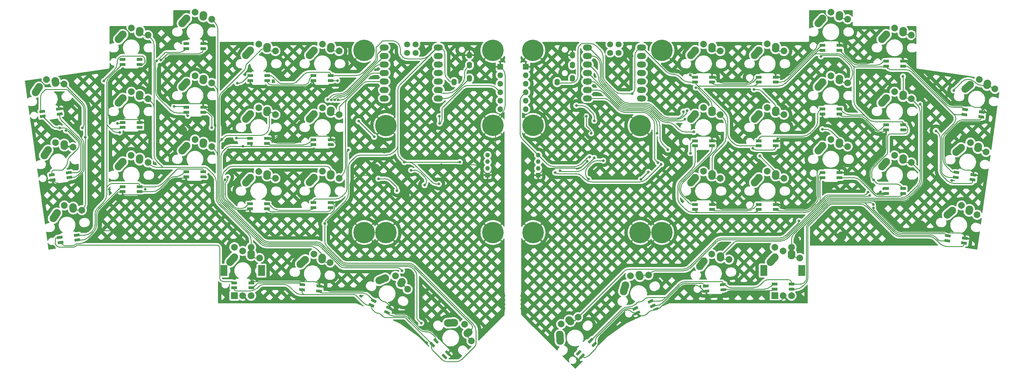
<source format=gbr>
G04 #@! TF.GenerationSoftware,KiCad,Pcbnew,(6.0.7)*
G04 #@! TF.CreationDate,2022-09-25T19:35:04+02:00*
G04 #@! TF.ProjectId,xiao_split,7869616f-5f73-4706-9c69-742e6b696361,rev?*
G04 #@! TF.SameCoordinates,Original*
G04 #@! TF.FileFunction,Copper,L2,Bot*
G04 #@! TF.FilePolarity,Positive*
%FSLAX46Y46*%
G04 Gerber Fmt 4.6, Leading zero omitted, Abs format (unit mm)*
G04 Created by KiCad (PCBNEW (6.0.7)) date 2022-09-25 19:35:04*
%MOMM*%
%LPD*%
G01*
G04 APERTURE LIST*
G04 Aperture macros list*
%AMRoundRect*
0 Rectangle with rounded corners*
0 $1 Rounding radius*
0 $2 $3 $4 $5 $6 $7 $8 $9 X,Y pos of 4 corners*
0 Add a 4 corners polygon primitive as box body*
4,1,4,$2,$3,$4,$5,$6,$7,$8,$9,$2,$3,0*
0 Add four circle primitives for the rounded corners*
1,1,$1+$1,$2,$3*
1,1,$1+$1,$4,$5*
1,1,$1+$1,$6,$7*
1,1,$1+$1,$8,$9*
0 Add four rect primitives between the rounded corners*
20,1,$1+$1,$2,$3,$4,$5,0*
20,1,$1+$1,$4,$5,$6,$7,0*
20,1,$1+$1,$6,$7,$8,$9,0*
20,1,$1+$1,$8,$9,$2,$3,0*%
%AMHorizOval*
0 Thick line with rounded ends*
0 $1 width*
0 $2 $3 position (X,Y) of the first rounded end (center of the circle)*
0 $4 $5 position (X,Y) of the second rounded end (center of the circle)*
0 Add line between two ends*
20,1,$1,$2,$3,$4,$5,0*
0 Add two circle primitives to create the rounded ends*
1,1,$1,$2,$3*
1,1,$1,$4,$5*%
%AMRotRect*
0 Rectangle, with rotation*
0 The origin of the aperture is its center*
0 $1 length*
0 $2 width*
0 $3 Rotation angle, in degrees counterclockwise*
0 Add horizontal line*
21,1,$1,$2,0,0,$3*%
G04 Aperture macros list end*
G04 #@! TA.AperFunction,ComponentPad*
%ADD10C,2.000000*%
G04 #@! TD*
G04 #@! TA.AperFunction,ComponentPad*
%ADD11HorizOval,2.250000X0.019771X0.290016X-0.019771X-0.290016X0*%
G04 #@! TD*
G04 #@! TA.AperFunction,ComponentPad*
%ADD12C,2.250000*%
G04 #@! TD*
G04 #@! TA.AperFunction,ComponentPad*
%ADD13HorizOval,2.250000X0.654995X0.730004X-0.654995X-0.730004X0*%
G04 #@! TD*
G04 #@! TA.AperFunction,ComponentPad*
%ADD14R,1.350000X1.350000*%
G04 #@! TD*
G04 #@! TA.AperFunction,ComponentPad*
%ADD15O,1.350000X1.350000*%
G04 #@! TD*
G04 #@! TA.AperFunction,ComponentPad*
%ADD16O,1.600000X2.000000*%
G04 #@! TD*
G04 #@! TA.AperFunction,ComponentPad*
%ADD17HorizOval,2.250000X-0.020784X0.289945X0.020784X-0.289945X0*%
G04 #@! TD*
G04 #@! TA.AperFunction,ComponentPad*
%ADD18HorizOval,2.250000X0.547024X0.814058X-0.547024X-0.814058X0*%
G04 #@! TD*
G04 #@! TA.AperFunction,WasherPad*
%ADD19R,2.000000X3.200000*%
G04 #@! TD*
G04 #@! TA.AperFunction,ComponentPad*
%ADD20R,2.000000X2.000000*%
G04 #@! TD*
G04 #@! TA.AperFunction,ComponentPad*
%ADD21HorizOval,2.250000X-0.104647X0.271199X0.104647X-0.271199X0*%
G04 #@! TD*
G04 #@! TA.AperFunction,ComponentPad*
%ADD22HorizOval,2.250000X0.285114X0.938422X-0.285114X-0.938422X0*%
G04 #@! TD*
G04 #@! TA.AperFunction,ComponentPad*
%ADD23R,1.700000X1.700000*%
G04 #@! TD*
G04 #@! TA.AperFunction,ComponentPad*
%ADD24O,1.700000X1.700000*%
G04 #@! TD*
G04 #@! TA.AperFunction,ComponentPad*
%ADD25C,0.800000*%
G04 #@! TD*
G04 #@! TA.AperFunction,ComponentPad*
%ADD26C,6.400000*%
G04 #@! TD*
G04 #@! TA.AperFunction,ComponentPad*
%ADD27HorizOval,2.250000X0.044973X0.287189X-0.044973X-0.287189X0*%
G04 #@! TD*
G04 #@! TA.AperFunction,ComponentPad*
%ADD28HorizOval,2.250000X0.716127X0.670140X-0.716127X-0.670140X0*%
G04 #@! TD*
G04 #@! TA.AperFunction,ComponentPad*
%ADD29HorizOval,2.250000X0.059941X0.284442X-0.059941X-0.284442X0*%
G04 #@! TD*
G04 #@! TA.AperFunction,ComponentPad*
%ADD30HorizOval,2.250000X0.750218X0.631742X-0.750218X-0.631742X0*%
G04 #@! TD*
G04 #@! TA.AperFunction,ComponentPad*
%ADD31O,2.750000X1.800000*%
G04 #@! TD*
G04 #@! TA.AperFunction,ComponentPad*
%ADD32C,1.800000*%
G04 #@! TD*
G04 #@! TA.AperFunction,ComponentPad*
%ADD33HorizOval,2.250000X0.219053X0.191092X-0.219053X-0.191092X0*%
G04 #@! TD*
G04 #@! TA.AperFunction,ComponentPad*
%ADD34HorizOval,2.250000X0.979343X0.053039X-0.979343X-0.053039X0*%
G04 #@! TD*
G04 #@! TA.AperFunction,ComponentPad*
%ADD35HorizOval,2.250000X-0.005580X0.290635X0.005580X-0.290635X0*%
G04 #@! TD*
G04 #@! TA.AperFunction,ComponentPad*
%ADD36HorizOval,2.250000X0.588879X0.784313X-0.588879X-0.784313X0*%
G04 #@! TD*
G04 #@! TA.AperFunction,ComponentPad*
%ADD37HorizOval,2.250000X-0.191092X0.219053X0.191092X-0.219053X0*%
G04 #@! TD*
G04 #@! TA.AperFunction,ComponentPad*
%ADD38HorizOval,2.250000X-0.053039X0.979343X0.053039X-0.979343X0*%
G04 #@! TD*
G04 #@! TA.AperFunction,ComponentPad*
%ADD39HorizOval,2.250000X0.140485X0.254488X-0.140485X-0.254488X0*%
G04 #@! TD*
G04 #@! TA.AperFunction,ComponentPad*
%ADD40HorizOval,2.250000X0.902141X0.384796X-0.902141X-0.384796X0*%
G04 #@! TD*
G04 #@! TA.AperFunction,SMDPad,CuDef*
%ADD41R,1.700000X0.820000*%
G04 #@! TD*
G04 #@! TA.AperFunction,SMDPad,CuDef*
%ADD42RoundRect,0.205000X0.645000X0.205000X-0.645000X0.205000X-0.645000X-0.205000X0.645000X-0.205000X0*%
G04 #@! TD*
G04 #@! TA.AperFunction,SMDPad,CuDef*
%ADD43RotRect,1.700000X0.820000X172.000000*%
G04 #@! TD*
G04 #@! TA.AperFunction,SMDPad,CuDef*
%ADD44RoundRect,0.205000X0.667253X0.113238X-0.610192X0.292772X-0.667253X-0.113238X0.610192X-0.292772X0*%
G04 #@! TD*
G04 #@! TA.AperFunction,SMDPad,CuDef*
%ADD45RoundRect,0.205000X-0.645000X-0.205000X0.645000X-0.205000X0.645000X0.205000X-0.645000X0.205000X0*%
G04 #@! TD*
G04 #@! TA.AperFunction,SMDPad,CuDef*
%ADD46RotRect,1.700000X0.820000X5.000000*%
G04 #@! TD*
G04 #@! TA.AperFunction,SMDPad,CuDef*
%ADD47RoundRect,0.205000X-0.624679X-0.260435X0.660413X-0.148004X0.624679X0.260435X-0.660413X0.148004X0*%
G04 #@! TD*
G04 #@! TA.AperFunction,SMDPad,CuDef*
%ADD48RotRect,1.700000X0.820000X45.000000*%
G04 #@! TD*
G04 #@! TA.AperFunction,SMDPad,CuDef*
%ADD49RoundRect,0.205000X-0.311127X-0.601041X0.601041X0.311127X0.311127X0.601041X-0.601041X-0.311127X0*%
G04 #@! TD*
G04 #@! TA.AperFunction,SMDPad,CuDef*
%ADD50RotRect,1.700000X0.820000X25.000000*%
G04 #@! TD*
G04 #@! TA.AperFunction,SMDPad,CuDef*
%ADD51RoundRect,0.205000X-0.497932X-0.458382X0.671205X0.086796X0.497932X0.458382X-0.671205X-0.086796X0*%
G04 #@! TD*
G04 #@! TA.AperFunction,SMDPad,CuDef*
%ADD52RotRect,1.700000X0.820000X8.000000*%
G04 #@! TD*
G04 #@! TA.AperFunction,SMDPad,CuDef*
%ADD53RoundRect,0.205000X-0.610192X-0.292772X0.667253X-0.113238X0.610192X0.292772X-0.667253X0.113238X0*%
G04 #@! TD*
G04 #@! TA.AperFunction,SMDPad,CuDef*
%ADD54RotRect,1.700000X0.820000X155.000000*%
G04 #@! TD*
G04 #@! TA.AperFunction,SMDPad,CuDef*
%ADD55RoundRect,0.205000X0.671205X-0.086796X-0.497932X0.458382X-0.671205X0.086796X0.497932X-0.458382X0*%
G04 #@! TD*
G04 #@! TA.AperFunction,SMDPad,CuDef*
%ADD56RotRect,1.700000X0.820000X175.000000*%
G04 #@! TD*
G04 #@! TA.AperFunction,SMDPad,CuDef*
%ADD57RoundRect,0.205000X0.660413X0.148004X-0.624679X0.260435X-0.660413X-0.148004X0.624679X-0.260435X0*%
G04 #@! TD*
G04 #@! TA.AperFunction,SMDPad,CuDef*
%ADD58RotRect,1.700000X0.820000X135.000000*%
G04 #@! TD*
G04 #@! TA.AperFunction,SMDPad,CuDef*
%ADD59RoundRect,0.205000X0.601041X-0.311127X-0.311127X0.601041X-0.601041X0.311127X0.311127X-0.601041X0*%
G04 #@! TD*
G04 #@! TA.AperFunction,SMDPad,CuDef*
%ADD60RotRect,1.700000X0.820000X188.000000*%
G04 #@! TD*
G04 #@! TA.AperFunction,SMDPad,CuDef*
%ADD61RoundRect,0.205000X0.610192X0.292772X-0.667253X0.113238X-0.610192X-0.292772X0.667253X-0.113238X0*%
G04 #@! TD*
G04 #@! TA.AperFunction,ViaPad*
%ADD62C,0.800000*%
G04 #@! TD*
G04 #@! TA.AperFunction,Conductor*
%ADD63C,0.250000*%
G04 #@! TD*
G04 APERTURE END LIST*
D10*
G04 #@! TO.P,K12,1*
G04 #@! TO.N,COL2*
X124623235Y-74872271D03*
D11*
X122143006Y-73882255D03*
D12*
X122163235Y-73592271D03*
D10*
G04 #@! TO.P,K12,2*
G04 #@! TO.N,Net-(D20-Pad2)*
X119623235Y-72772271D03*
D12*
X117123235Y-74672271D03*
D13*
X116468230Y-75402267D03*
G04 #@! TD*
D11*
G04 #@! TO.P,K22,1*
G04 #@! TO.N,COL0_R*
X274219771Y-64352484D03*
D10*
X276700000Y-65342500D03*
D12*
X274240000Y-64062500D03*
D10*
G04 #@! TO.P,K22,2*
G04 #@! TO.N,Net-(D37-Pad2)*
X271700000Y-63242500D03*
D13*
X268544995Y-65872496D03*
D12*
X269200000Y-65142500D03*
G04 #@! TD*
D14*
G04 #@! TO.P,J6,1,Pin_1*
G04 #@! TO.N,GND_R*
X222240000Y-83400000D03*
D15*
G04 #@! TO.P,J6,2,Pin_2*
G04 #@! TO.N,PIN2_R*
X222240000Y-81400000D03*
G04 #@! TO.P,J6,3,Pin_3*
G04 #@! TO.N,PIN3_R*
X222240000Y-79400000D03*
G04 #@! TO.P,J6,4,Pin_4*
G04 #@! TO.N,5V_R*
X222240000Y-77400000D03*
G04 #@! TD*
D12*
G04 #@! TO.P,K27,1*
G04 #@! TO.N,COL1_R*
X293290000Y-83112500D03*
D11*
X293269771Y-83402484D03*
D10*
X295750000Y-84392500D03*
D12*
G04 #@! TO.P,K27,2*
G04 #@! TO.N,Net-(D38-Pad1)*
X288250000Y-84192500D03*
D13*
X287594995Y-84922496D03*
D10*
X290750000Y-82292500D03*
G04 #@! TD*
D16*
G04 #@! TO.P,J1,A*
G04 #@! TO.N,GND_L*
X201720000Y-47497500D03*
G04 #@! TO.P,J1,B*
G04 #@! TO.N,5V*
X197120000Y-55597500D03*
G04 #@! TO.P,J1,C*
G04 #@! TO.N,SCL*
X201720000Y-50497500D03*
G04 #@! TO.P,J1,D*
G04 #@! TO.N,SDA*
X201720000Y-54497500D03*
G04 #@! TD*
G04 #@! TO.P,J4,A*
G04 #@! TO.N,GND_R*
X232520000Y-47497500D03*
G04 #@! TO.P,J4,B*
G04 #@! TO.N,5V_R*
X227920000Y-55597500D03*
G04 #@! TO.P,J4,C*
G04 #@! TO.N,SCL_R*
X232520000Y-50497500D03*
G04 #@! TO.P,J4,D*
G04 #@! TO.N,SDA_R*
X232520000Y-54497500D03*
G04 #@! TD*
D10*
G04 #@! TO.P,K8,1*
G04 #@! TO.N,COL1*
X105550000Y-79634771D03*
D11*
X103069771Y-78644755D03*
D12*
X103090000Y-78354771D03*
D13*
G04 #@! TO.P,K8,2*
G04 #@! TO.N,Net-(D8-Pad1)*
X97394995Y-80164767D03*
D10*
X100550000Y-77534771D03*
D12*
X98050000Y-79434771D03*
G04 #@! TD*
G04 #@! TO.P,K14,1*
G04 #@! TO.N,COL3*
X141213235Y-45017271D03*
D10*
X143673235Y-46297271D03*
D11*
X141193006Y-45307255D03*
D13*
G04 #@! TO.P,K14,2*
G04 #@! TO.N,Net-(D18-Pad1)*
X135518230Y-46827267D03*
D12*
X136173235Y-46097271D03*
D10*
X138673235Y-44197271D03*
G04 #@! TD*
D12*
G04 #@! TO.P,K7,1*
G04 #@! TO.N,COL1*
X103113235Y-59304771D03*
D10*
X105573235Y-60584771D03*
D11*
X103093006Y-59594755D03*
D13*
G04 #@! TO.P,K7,2*
G04 #@! TO.N,Net-(D7-Pad1)*
X97418230Y-61114767D03*
D10*
X100573235Y-58484771D03*
D12*
X98073235Y-60384771D03*
G04 #@! TD*
D11*
G04 #@! TO.P,K32,1*
G04 #@! TO.N,COL4_R*
X298032271Y-107214984D03*
D10*
X300512500Y-108205000D03*
D12*
X298052500Y-106925000D03*
D10*
G04 #@! TO.P,K32,2*
G04 #@! TO.N,ROT_ROW_R*
X295512500Y-106105000D03*
D12*
X293012500Y-108005000D03*
D13*
X292357495Y-108734996D03*
G04 #@! TD*
D10*
G04 #@! TO.P,K6,1*
G04 #@! TO.N,COL1*
X105573235Y-41534771D03*
D12*
X103113235Y-40254771D03*
D11*
X103093006Y-40544755D03*
D12*
G04 #@! TO.P,K6,2*
G04 #@! TO.N,Net-(D6-Pad1)*
X98073235Y-41334771D03*
D13*
X97418230Y-42064767D03*
D10*
X100573235Y-39434771D03*
G04 #@! TD*
D17*
G04 #@! TO.P,K2,1*
G04 #@! TO.N,COL0*
X77878607Y-55565916D03*
D12*
X77858282Y-55275939D03*
D10*
X80472483Y-56201116D03*
G04 #@! TO.P,K2,2*
G04 #@! TO.N,Net-(D6-Pad2)*
X75228879Y-54817418D03*
D18*
X72470603Y-57860911D03*
D12*
X73017637Y-57046860D03*
G04 #@! TD*
D19*
G04 #@! TO.P,SW1,*
G04 #@! TO.N,*
X128310735Y-112009771D03*
X139510735Y-112009771D03*
D20*
G04 #@! TO.P,SW1,A,A*
G04 #@! TO.N,ROT_L*
X131410735Y-119509771D03*
D10*
G04 #@! TO.P,SW1,B,B*
G04 #@! TO.N,ROT_R*
X136410735Y-119509771D03*
G04 #@! TO.P,SW1,C,C*
G04 #@! TO.N,GND_L*
X133910735Y-119509771D03*
G04 #@! TO.P,SW1,S1,S1*
G04 #@! TO.N,COL1*
X136410735Y-105009771D03*
G04 #@! TO.P,SW1,S2,S2*
G04 #@! TO.N,ROT_ROW*
X131410735Y-105009771D03*
G04 #@! TD*
D11*
G04 #@! TO.P,K35,1*
G04 #@! TO.N,COL3_R*
X331369771Y-78639984D03*
D10*
X333850000Y-79630000D03*
D12*
X331390000Y-78350000D03*
D13*
G04 #@! TO.P,K35,2*
G04 #@! TO.N,Net-(D50-Pad1)*
X325694995Y-80159996D03*
D10*
X328850000Y-77530000D03*
D12*
X326350000Y-79430000D03*
G04 #@! TD*
D10*
G04 #@! TO.P,K24,1*
G04 #@! TO.N,COL2_R*
X255242073Y-113347285D03*
D12*
X252471604Y-113226852D03*
D21*
X252575823Y-113498216D03*
D10*
G04 #@! TO.P,K24,2*
G04 #@! TO.N,Net-(D35-Pad2)*
X249823035Y-113557130D03*
D22*
X248075114Y-117274078D03*
D12*
X248360240Y-116335661D03*
G04 #@! TD*
D23*
G04 #@! TO.P,J5,1,Pin_1*
G04 #@! TO.N,GND_R*
X218530000Y-50980000D03*
D24*
G04 #@! TO.P,J5,2,Pin_2*
G04 #@! TO.N,SCL_R*
X218530000Y-53520000D03*
G04 #@! TO.P,J5,3,Pin_3*
G04 #@! TO.N,SDA_R*
X218530000Y-56060000D03*
G04 #@! TO.P,J5,4,Pin_4*
G04 #@! TO.N,5V_R*
X218530000Y-58600000D03*
G04 #@! TO.P,J5,5*
G04 #@! TO.N,N/C*
X218530000Y-61140000D03*
G04 #@! TO.P,J5,6*
X218530000Y-63680000D03*
G04 #@! TD*
D11*
G04 #@! TO.P,K1,1*
G04 #@! TO.N,COL1*
X136430506Y-107219755D03*
D12*
X136450735Y-106929771D03*
D10*
X138910735Y-108209771D03*
G04 #@! TO.P,K1,2*
G04 #@! TO.N,ROT_ROW*
X133910735Y-106109771D03*
D13*
X130755730Y-108739767D03*
D12*
X131410735Y-108009771D03*
G04 #@! TD*
D10*
G04 #@! TO.P,K21,1*
G04 #@! TO.N,COL0_R*
X276710000Y-46300000D03*
D12*
X274250000Y-45020000D03*
D11*
X274229771Y-45309984D03*
D10*
G04 #@! TO.P,K21,2*
G04 #@! TO.N,Net-(D36-Pad2)*
X271710000Y-44200000D03*
D13*
X268554995Y-46829996D03*
D12*
X269210000Y-46100000D03*
G04 #@! TD*
D25*
G04 #@! TO.P,REF\u002A\u002A,1*
G04 #@! TO.N,N/C*
X167830000Y-100590000D03*
X171927056Y-98892944D03*
X168532944Y-98892944D03*
X168532944Y-102287056D03*
D26*
G04 #@! TO.N,GND_L*
X170230000Y-100590000D03*
D25*
G04 #@! TO.N,N/C*
X171927056Y-102287056D03*
X170230000Y-98190000D03*
X172630000Y-100590000D03*
X170230000Y-102990000D03*
G04 #@! TD*
G04 #@! TO.P,REF\u002A\u002A,1*
G04 #@! TO.N,N/C*
X208700000Y-48520000D03*
D26*
G04 #@! TO.N,GND_L*
X208700000Y-46120000D03*
D25*
G04 #@! TO.N,N/C*
X207002944Y-44422944D03*
X208700000Y-43720000D03*
X210397056Y-47817056D03*
X211100000Y-46120000D03*
X206300000Y-46120000D03*
X210397056Y-44422944D03*
X207002944Y-47817056D03*
G04 #@! TD*
D12*
G04 #@! TO.P,K5,1*
G04 #@! TO.N,COL2*
X157693086Y-108090707D03*
D10*
X160032165Y-109580239D03*
D27*
X157647661Y-108377824D03*
D28*
G04 #@! TO.P,K5,2*
G04 #@! TO.N,Net-(D5-Pad2)*
X151862001Y-109397462D03*
D10*
X155234219Y-107052451D03*
D12*
X152578136Y-108727332D03*
G04 #@! TD*
D10*
G04 #@! TO.P,K37,1*
G04 #@! TO.N,COL4_R*
X356179176Y-76471852D03*
D29*
X353860868Y-75146289D03*
D12*
X353921258Y-74861943D03*
G04 #@! TO.P,K37,2*
G04 #@! TO.N,Net-(D59-Pad1)*
X348780000Y-75230000D03*
D30*
X348029774Y-75861733D03*
D10*
X351520099Y-73696423D03*
G04 #@! TD*
D23*
G04 #@! TO.P,J2,1,Pin_1*
G04 #@! TO.N,GND_L*
X210910000Y-50980000D03*
D24*
G04 #@! TO.P,J2,2,Pin_2*
G04 #@! TO.N,SCL*
X210910000Y-53520000D03*
G04 #@! TO.P,J2,3,Pin_3*
G04 #@! TO.N,SDA*
X210910000Y-56060000D03*
G04 #@! TO.P,J2,4,Pin_4*
G04 #@! TO.N,5V*
X210910000Y-58600000D03*
G04 #@! TO.P,J2,5*
G04 #@! TO.N,N/C*
X210910000Y-61140000D03*
G04 #@! TO.P,J2,6*
X210910000Y-63680000D03*
G04 #@! TD*
D31*
G04 #@! TO.P,M2,1,D0*
G04 #@! TO.N,COL3_R*
X236975000Y-45240000D03*
G04 #@! TO.P,M2,2,D1*
G04 #@! TO.N,COL2_R*
X236975000Y-47780000D03*
G04 #@! TO.P,M2,3,D2*
G04 #@! TO.N,COL1_R*
X236975000Y-50320000D03*
G04 #@! TO.P,M2,4,D3*
G04 #@! TO.N,COL0_R*
X236975000Y-52860000D03*
G04 #@! TO.P,M2,5,D4*
G04 #@! TO.N,COL4_R*
X236975000Y-55400000D03*
G04 #@! TO.P,M2,6,D5*
G04 #@! TO.N,ROW0_R*
X236975000Y-57940000D03*
G04 #@! TO.P,M2,7,D6*
G04 #@! TO.N,ROW1_R*
X236975000Y-60480000D03*
G04 #@! TO.P,M2,8,D7*
G04 #@! TO.N,SDA_R*
X253165000Y-60480000D03*
G04 #@! TO.P,M2,9,D8*
G04 #@! TO.N,SCL_R*
X253165000Y-57940000D03*
G04 #@! TO.P,M2,10,D9*
G04 #@! TO.N,ROW3_R*
X253165000Y-55400000D03*
G04 #@! TO.P,M2,11,D10*
G04 #@! TO.N,ROW2_R*
X253165000Y-52860000D03*
G04 #@! TO.P,M2,12,3V3*
G04 #@! TO.N,3.3V_R*
X253165000Y-50320000D03*
G04 #@! TO.P,M2,13,GND*
G04 #@! TO.N,GND_R*
X253165000Y-47780000D03*
G04 #@! TO.P,M2,14,5V*
G04 #@! TO.N,5V_R*
X253165000Y-45240000D03*
D32*
G04 #@! TO.P,M2,15*
G04 #@! TO.N,N/C*
X243800000Y-44288000D03*
G04 #@! TO.P,M2,16*
X246340000Y-44288000D03*
G04 #@! TO.P,M2,17*
X243800000Y-46828000D03*
G04 #@! TO.P,M2,18*
X246340000Y-46828000D03*
G04 #@! TD*
D11*
G04 #@! TO.P,K16,1*
G04 #@! TO.N,COL3*
X141189771Y-83407255D03*
D12*
X141210000Y-83117271D03*
D10*
X143670000Y-84397271D03*
D12*
G04 #@! TO.P,K16,2*
G04 #@! TO.N,Net-(D20-Pad1)*
X136170000Y-84197271D03*
D10*
X138670000Y-82297271D03*
D13*
X135514995Y-84927267D03*
G04 #@! TD*
D12*
G04 #@! TO.P,K17,1*
G04 #@! TO.N,COL4*
X160263235Y-45017271D03*
D10*
X162723235Y-46297271D03*
D11*
X160243006Y-45307255D03*
D13*
G04 #@! TO.P,K17,2*
G04 #@! TO.N,Net-(D28-Pad2)*
X154568230Y-46827267D03*
D12*
X155223235Y-46097271D03*
D10*
X157723235Y-44197271D03*
G04 #@! TD*
D25*
G04 #@! TO.P,REF\u002A\u002A,1*
G04 #@! TO.N,N/C*
X206330000Y-100600000D03*
X207032944Y-98902944D03*
X207032944Y-102297056D03*
X208730000Y-98200000D03*
X211130000Y-100600000D03*
X208730000Y-103000000D03*
D26*
G04 #@! TO.N,GND_L*
X208730000Y-100600000D03*
D25*
G04 #@! TO.N,N/C*
X210427056Y-102297056D03*
X210427056Y-98902944D03*
G04 #@! TD*
D12*
G04 #@! TO.P,K18,1*
G04 #@! TO.N,COL4*
X160263235Y-64067271D03*
D10*
X162723235Y-65347271D03*
D11*
X160243006Y-64357255D03*
D10*
G04 #@! TO.P,K18,2*
G04 #@! TO.N,Net-(D29-Pad2)*
X157723235Y-63247271D03*
D13*
X154568230Y-65877267D03*
D12*
X155223235Y-65147271D03*
G04 #@! TD*
D26*
G04 #@! TO.P,REF\u002A\u002A,1*
G04 #@! TO.N,GND_L*
X170170000Y-46100000D03*
D25*
G04 #@! TO.N,N/C*
X168472944Y-47797056D03*
X170170000Y-48500000D03*
X172570000Y-46100000D03*
X170170000Y-43700000D03*
X171867056Y-47797056D03*
X167770000Y-46100000D03*
X171867056Y-44402944D03*
X168472944Y-44402944D03*
G04 #@! TD*
D12*
G04 #@! TO.P,K11,1*
G04 #@! TO.N,COL2*
X122163235Y-54542271D03*
D11*
X122143006Y-54832255D03*
D10*
X124623235Y-55822271D03*
D12*
G04 #@! TO.P,K11,2*
G04 #@! TO.N,Net-(D19-Pad2)*
X117123235Y-55622271D03*
D10*
X119623235Y-53722271D03*
D13*
X116468230Y-56352267D03*
G04 #@! TD*
D10*
G04 #@! TO.P,K23,1*
G04 #@! TO.N,COL0_R*
X276700000Y-84392500D03*
D12*
X274240000Y-83112500D03*
D11*
X274219771Y-83402484D03*
D12*
G04 #@! TO.P,K23,2*
G04 #@! TO.N,Net-(D38-Pad2)*
X269200000Y-84192500D03*
D10*
X271700000Y-82292500D03*
D13*
X268544995Y-84922496D03*
G04 #@! TD*
D10*
G04 #@! TO.P,K36,1*
G04 #@! TO.N,COL4_R*
X358850198Y-57605429D03*
D29*
X356531890Y-56279866D03*
D12*
X356592280Y-55995520D03*
G04 #@! TO.P,K36,2*
G04 #@! TO.N,Net-(D58-Pad2)*
X351451022Y-56363577D03*
D10*
X354191121Y-54830000D03*
D30*
X350700796Y-56995310D03*
G04 #@! TD*
D10*
G04 #@! TO.P,K15,1*
G04 #@! TO.N,COL3*
X143673235Y-65347271D03*
D11*
X141193006Y-64357255D03*
D12*
X141213235Y-64067271D03*
D10*
G04 #@! TO.P,K15,2*
G04 #@! TO.N,Net-(D19-Pad1)*
X138673235Y-63247271D03*
D12*
X136173235Y-65147271D03*
D13*
X135518230Y-65877267D03*
G04 #@! TD*
D14*
G04 #@! TO.P,J3,1,Pin_1*
G04 #@! TO.N,GND_L*
X207130000Y-83400000D03*
D15*
G04 #@! TO.P,J3,2,Pin_2*
G04 #@! TO.N,PIN2*
X207130000Y-81400000D03*
G04 #@! TO.P,J3,3,Pin_3*
G04 #@! TO.N,PIN3*
X207130000Y-79400000D03*
G04 #@! TO.P,J3,4,Pin_4*
G04 #@! TO.N,5V*
X207130000Y-77400000D03*
G04 #@! TD*
D10*
G04 #@! TO.P,K25,1*
G04 #@! TO.N,COL1_R*
X295750000Y-46292500D03*
D12*
X293290000Y-45012500D03*
D11*
X293269771Y-45302484D03*
D10*
G04 #@! TO.P,K25,2*
G04 #@! TO.N,Net-(D36-Pad1)*
X290750000Y-44192500D03*
D12*
X288250000Y-46092500D03*
D13*
X287594995Y-46822496D03*
G04 #@! TD*
D10*
G04 #@! TO.P,K13,1*
G04 #@! TO.N,COL4*
X202322540Y-133048528D03*
D12*
X201488154Y-130403949D03*
D33*
X201268800Y-130594694D03*
D34*
G04 #@! TO.P,K13,2*
G04 #@! TO.N,Net-(D17-Pad2)*
X196181317Y-127656833D03*
D10*
X200271930Y-128028070D03*
D12*
X197160660Y-127603806D03*
G04 #@! TD*
D11*
G04 #@! TO.P,K10,1*
G04 #@! TO.N,COL2*
X122143006Y-35782255D03*
D10*
X124623235Y-36772271D03*
D12*
X122163235Y-35492271D03*
D10*
G04 #@! TO.P,K10,2*
G04 #@! TO.N,Net-(D18-Pad2)*
X119623235Y-34672271D03*
D12*
X117123235Y-36572271D03*
D13*
X116468230Y-37302267D03*
G04 #@! TD*
D12*
G04 #@! TO.P,K30,1*
G04 #@! TO.N,COL2_R*
X312340000Y-54537500D03*
D10*
X314800000Y-55817500D03*
D11*
X312319771Y-54827484D03*
D12*
G04 #@! TO.P,K30,2*
G04 #@! TO.N,Net-(D49-Pad2)*
X307300000Y-55617500D03*
D10*
X309800000Y-53717500D03*
D13*
X306644995Y-56347496D03*
G04 #@! TD*
D12*
G04 #@! TO.P,K31,1*
G04 #@! TO.N,COL2_R*
X312340000Y-73587500D03*
D11*
X312319771Y-73877484D03*
D10*
X314800000Y-74867500D03*
G04 #@! TO.P,K31,2*
G04 #@! TO.N,Net-(D50-Pad2)*
X309800000Y-72767500D03*
D12*
X307300000Y-74667500D03*
D13*
X306644995Y-75397496D03*
G04 #@! TD*
D17*
G04 #@! TO.P,K3,1*
G04 #@! TO.N,COL0*
X80528607Y-74425916D03*
D12*
X80508282Y-74135939D03*
D10*
X83122483Y-75061116D03*
D12*
G04 #@! TO.P,K3,2*
G04 #@! TO.N,Net-(D7-Pad2)*
X75667637Y-75906860D03*
D10*
X77878879Y-73677418D03*
D18*
X75120603Y-76720911D03*
G04 #@! TD*
D10*
G04 #@! TO.P,K28,1*
G04 #@! TO.N,COL3_R*
X279319782Y-108681181D03*
D35*
X276762706Y-107911100D03*
D12*
X276757583Y-107620455D03*
G04 #@! TO.P,K28,2*
G04 #@! TO.N,Net-(D47-Pad1)*
X271830890Y-109135611D03*
D10*
X274155781Y-107024951D03*
D36*
X271242002Y-109919916D03*
G04 #@! TD*
D25*
G04 #@! TO.P,REF\u002A\u002A,1*
G04 #@! TO.N,N/C*
X174300000Y-100600000D03*
D26*
G04 #@! TO.N,GND_L*
X176700000Y-100600000D03*
D25*
G04 #@! TO.N,N/C*
X176700000Y-98200000D03*
X178397056Y-102297056D03*
X175002944Y-98902944D03*
X176700000Y-103000000D03*
X179100000Y-100600000D03*
X178397056Y-98902944D03*
X175002944Y-102297056D03*
G04 #@! TD*
D37*
G04 #@! TO.P,K20,1*
G04 #@! TO.N,COL1_R*
X231704694Y-127013700D03*
D12*
X231513949Y-126794346D03*
D10*
X234158528Y-125959960D03*
G04 #@! TO.P,K20,2*
G04 #@! TO.N,Net-(D35-Pad1)*
X229138070Y-128010570D03*
D38*
X228766833Y-132101183D03*
D12*
X228713806Y-131121840D03*
G04 #@! TD*
D31*
G04 #@! TO.P,M1,1,D0*
G04 #@! TO.N,COL3*
X176225000Y-45254907D03*
G04 #@! TO.P,M1,2,D1*
G04 #@! TO.N,COL2*
X176225000Y-47794907D03*
G04 #@! TO.P,M1,3,D2*
G04 #@! TO.N,COL1*
X176225000Y-50334907D03*
G04 #@! TO.P,M1,4,D3*
G04 #@! TO.N,COL0*
X176225000Y-52874907D03*
G04 #@! TO.P,M1,5,D4*
G04 #@! TO.N,COL4*
X176225000Y-55414907D03*
G04 #@! TO.P,M1,6,D5*
G04 #@! TO.N,ROW0*
X176225000Y-57954907D03*
G04 #@! TO.P,M1,7,D6*
G04 #@! TO.N,ROW1*
X176225000Y-60494907D03*
G04 #@! TO.P,M1,8,D7*
G04 #@! TO.N,SDA*
X192415000Y-60494907D03*
G04 #@! TO.P,M1,9,D8*
G04 #@! TO.N,SCL*
X192415000Y-57954907D03*
G04 #@! TO.P,M1,10,D9*
G04 #@! TO.N,ROW3*
X192415000Y-55414907D03*
G04 #@! TO.P,M1,11,D10*
G04 #@! TO.N,ROW2*
X192415000Y-52874907D03*
G04 #@! TO.P,M1,12,3V3*
G04 #@! TO.N,3.3V*
X192415000Y-50334907D03*
G04 #@! TO.P,M1,13,GND*
G04 #@! TO.N,GND_L*
X192415000Y-47794907D03*
G04 #@! TO.P,M1,14,5V*
G04 #@! TO.N,5V*
X192415000Y-45254907D03*
D32*
G04 #@! TO.P,M1,15*
G04 #@! TO.N,N/C*
X183050000Y-44302907D03*
G04 #@! TO.P,M1,16*
X185590000Y-44302907D03*
G04 #@! TO.P,M1,17*
X183050000Y-46842907D03*
G04 #@! TO.P,M1,18*
X185590000Y-46842907D03*
G04 #@! TD*
D19*
G04 #@! TO.P,SW2,*
G04 #@! TO.N,*
X301112500Y-112002500D03*
X289712500Y-112002500D03*
D20*
G04 #@! TO.P,SW2,A,A*
G04 #@! TO.N,ROT_L_R*
X293012500Y-119502500D03*
D10*
G04 #@! TO.P,SW2,B,B*
G04 #@! TO.N,ROT_R_R*
X298012500Y-119502500D03*
G04 #@! TO.P,SW2,C,C*
G04 #@! TO.N,GND_R*
X295512500Y-119502500D03*
G04 #@! TO.P,SW2,S1,S1*
G04 #@! TO.N,COL4_R*
X298012500Y-105002500D03*
G04 #@! TO.P,SW2,S2,S2*
G04 #@! TO.N,ROT_ROW_R*
X293012500Y-105002500D03*
G04 #@! TD*
D11*
G04 #@! TO.P,K34,1*
G04 #@! TO.N,COL3_R*
X331369771Y-59589984D03*
D10*
X333850000Y-60580000D03*
D12*
X331390000Y-59300000D03*
D10*
G04 #@! TO.P,K34,2*
G04 #@! TO.N,Net-(D49-Pad1)*
X328850000Y-58480000D03*
D13*
X325694995Y-61109996D03*
D12*
X326350000Y-60380000D03*
G04 #@! TD*
D29*
G04 #@! TO.P,K38,1*
G04 #@! TO.N,COL4_R*
X351191312Y-93962814D03*
D10*
X353509620Y-95288377D03*
D12*
X351251702Y-93678468D03*
D10*
G04 #@! TO.P,K38,2*
G04 #@! TO.N,Net-(D60-Pad2)*
X348850543Y-92512948D03*
D30*
X345360218Y-94678258D03*
D12*
X346110444Y-94046525D03*
G04 #@! TD*
D11*
G04 #@! TO.P,K29,1*
G04 #@! TO.N,COL2_R*
X312319771Y-35777484D03*
D10*
X314800000Y-36767500D03*
D12*
X312340000Y-35487500D03*
G04 #@! TO.P,K29,2*
G04 #@! TO.N,Net-(D48-Pad2)*
X307300000Y-36567500D03*
D10*
X309800000Y-34667500D03*
D13*
X306644995Y-37297496D03*
G04 #@! TD*
D25*
G04 #@! TO.P,REF\u002A\u002A,1*
G04 #@! TO.N,N/C*
X179130000Y-68590000D03*
X175032944Y-66892944D03*
X178427056Y-66892944D03*
X178427056Y-70287056D03*
X176730000Y-66190000D03*
X175032944Y-70287056D03*
X176730000Y-70990000D03*
D26*
G04 #@! TO.N,GND_L*
X176730000Y-68590000D03*
D25*
G04 #@! TO.N,N/C*
X174330000Y-68590000D03*
G04 #@! TD*
D10*
G04 #@! TO.P,K33,1*
G04 #@! TO.N,COL3_R*
X333850000Y-41530000D03*
D12*
X331390000Y-40250000D03*
D11*
X331369771Y-40539984D03*
D10*
G04 #@! TO.P,K33,2*
G04 #@! TO.N,Net-(D48-Pad1)*
X328850000Y-39430000D03*
D12*
X326350000Y-41330000D03*
D13*
X325694995Y-42059996D03*
G04 #@! TD*
D10*
G04 #@! TO.P,K4,1*
G04 #@! TO.N,COL0*
X85782483Y-93911116D03*
D12*
X83168282Y-92985939D03*
D17*
X83188607Y-93275916D03*
D10*
G04 #@! TO.P,K4,2*
G04 #@! TO.N,Net-(D8-Pad2)*
X80538879Y-92527418D03*
D18*
X77780603Y-95570911D03*
D12*
X78327637Y-94756860D03*
G04 #@! TD*
D25*
G04 #@! TO.P,REF\u002A\u002A,1*
G04 #@! TO.N,N/C*
X218952944Y-47817056D03*
X222347056Y-47817056D03*
X223050000Y-46120000D03*
X220650000Y-48520000D03*
X218250000Y-46120000D03*
D26*
G04 #@! TO.N,GND_R*
X220650000Y-46120000D03*
D25*
G04 #@! TO.N,N/C*
X220650000Y-43720000D03*
X218952944Y-44422944D03*
X222347056Y-44422944D03*
G04 #@! TD*
D10*
G04 #@! TO.P,K19,1*
G04 #@! TO.N,COL4*
X162723235Y-84380000D03*
D11*
X160243006Y-83389984D03*
D12*
X160263235Y-83100000D03*
D13*
G04 #@! TO.P,K19,2*
G04 #@! TO.N,Net-(D30-Pad2)*
X154568230Y-84909996D03*
D12*
X155223235Y-84180000D03*
D10*
X157723235Y-82280000D03*
G04 #@! TD*
G04 #@! TO.P,K26,1*
G04 #@! TO.N,COL1_R*
X295750000Y-65342500D03*
D12*
X293290000Y-64062500D03*
D11*
X293269771Y-64352484D03*
D12*
G04 #@! TO.P,K26,2*
G04 #@! TO.N,Net-(D37-Pad1)*
X288250000Y-65142500D03*
D10*
X290750000Y-63242500D03*
D13*
X287594995Y-65872496D03*
G04 #@! TD*
D12*
G04 #@! TO.P,K9,1*
G04 #@! TO.N,COL3*
X181528923Y-115379407D03*
D39*
X181388037Y-115633673D03*
D10*
X183217488Y-117579122D03*
G04 #@! TO.P,K9,2*
G04 #@! TO.N,Net-(D17-Pad1)*
X179573448Y-113562784D03*
D40*
X175602559Y-114613007D03*
D12*
X176504704Y-114228223D03*
G04 #@! TD*
D25*
G04 #@! TO.P,REF\u002A\u002A,1*
G04 #@! TO.N,N/C*
X208750000Y-66140000D03*
X207052944Y-66842944D03*
X208750000Y-70940000D03*
D26*
G04 #@! TO.N,GND_L*
X208750000Y-68540000D03*
D25*
G04 #@! TO.N,N/C*
X210447056Y-66842944D03*
X210447056Y-70237056D03*
X207052944Y-70237056D03*
X206350000Y-68540000D03*
X211150000Y-68540000D03*
G04 #@! TD*
G04 #@! TO.P,REF\u002A\u002A,1*
G04 #@! TO.N,N/C*
X259260000Y-48520000D03*
X260957056Y-44422944D03*
D26*
G04 #@! TO.N,GND_R*
X259260000Y-46120000D03*
D25*
G04 #@! TO.N,N/C*
X260957056Y-47817056D03*
X257562944Y-47817056D03*
X257562944Y-44422944D03*
X256860000Y-46120000D03*
X259260000Y-43720000D03*
X261660000Y-46120000D03*
G04 #@! TD*
D41*
G04 #@! TO.P,D11,1,DOUT*
G04 #@! TO.N,Net-(D11-Pad1)*
X103080000Y-69160000D03*
G04 #@! TO.P,D11,2,VSS*
G04 #@! TO.N,GND_L*
X103080000Y-67660000D03*
D42*
G04 #@! TO.P,D11,3,DIN*
G04 #@! TO.N,Net-(D11-Pad3)*
X97980000Y-67660000D03*
D41*
G04 #@! TO.P,D11,4,VDD*
G04 #@! TO.N,5V*
X97980000Y-69160000D03*
G04 #@! TD*
D43*
G04 #@! TO.P,D33,1,DOUT*
G04 #@! TO.N,Net-(D33-Pad1)*
X352180804Y-84827592D03*
G04 #@! TO.P,D33,2,VSS*
G04 #@! TO.N,GND_R*
X352389563Y-83342190D03*
D44*
G04 #@! TO.P,D33,3,DIN*
G04 #@! TO.N,Net-(D33-Pad3)*
X347339196Y-82632408D03*
D43*
G04 #@! TO.P,D33,4,VDD*
G04 #@! TO.N,5V_R*
X347130437Y-84117810D03*
G04 #@! TD*
D26*
G04 #@! TO.P,REF\u002A\u002A,1*
G04 #@! TO.N,GND_R*
X220700000Y-68550000D03*
D25*
G04 #@! TO.N,N/C*
X222397056Y-66852944D03*
X219002944Y-66852944D03*
X223100000Y-68550000D03*
X218300000Y-68550000D03*
X220700000Y-66150000D03*
X219002944Y-70247056D03*
X220700000Y-70950000D03*
X222397056Y-70247056D03*
G04 #@! TD*
D41*
G04 #@! TO.P,D52,1,DOUT*
G04 #@! TO.N,Net-(D52-Pad1)*
X326300000Y-87442500D03*
G04 #@! TO.P,D52,2,VSS*
G04 #@! TO.N,GND_R*
X326300000Y-88942500D03*
D45*
G04 #@! TO.P,D52,3,DIN*
G04 #@! TO.N,Net-(D44-Pad1)*
X331400000Y-88942500D03*
D41*
G04 #@! TO.P,D52,4,VDD*
G04 #@! TO.N,5V_R*
X331400000Y-87442500D03*
G04 #@! TD*
D25*
G04 #@! TO.P,REF\u002A\u002A,1*
G04 #@! TO.N,N/C*
X251052944Y-102307056D03*
X251052944Y-98912944D03*
X250350000Y-100610000D03*
X254447056Y-102307056D03*
X255150000Y-100610000D03*
X252750000Y-98210000D03*
D26*
G04 #@! TO.N,GND_R*
X252750000Y-100610000D03*
D25*
G04 #@! TO.N,N/C*
X254447056Y-98912944D03*
X252750000Y-103010000D03*
G04 #@! TD*
D41*
G04 #@! TO.P,D53,1,DOUT*
G04 #@! TO.N,Net-(D53-Pad1)*
X293300000Y-74655000D03*
G04 #@! TO.P,D53,2,VSS*
G04 #@! TO.N,GND_R*
X293300000Y-73155000D03*
D42*
G04 #@! TO.P,D53,3,DIN*
G04 #@! TO.N,Net-(D45-Pad1)*
X288200000Y-73155000D03*
D41*
G04 #@! TO.P,D53,4,VDD*
G04 #@! TO.N,5V_R*
X288200000Y-74655000D03*
G04 #@! TD*
D46*
G04 #@! TO.P,D39,1,DOUT*
G04 #@! TO.N,Net-(D39-Pad1)*
X272384337Y-116635101D03*
G04 #@! TO.P,D39,2,VSS*
G04 #@! TO.N,GND_R*
X272515070Y-118129393D03*
D47*
G04 #@! TO.P,D39,3,DIN*
G04 #@! TO.N,Net-(D31-Pad1)*
X277595663Y-117684899D03*
D46*
G04 #@! TO.P,D39,4,VDD*
G04 #@! TO.N,5V_R*
X277464930Y-116190607D03*
G04 #@! TD*
D48*
G04 #@! TO.P,D51,1,DOUT*
G04 #@! TO.N,unconnected-(D51-Pad1)*
X234336548Y-136592792D03*
G04 #@! TO.P,D51,2,VSS*
G04 #@! TO.N,GND_R*
X235397208Y-137653452D03*
D49*
G04 #@! TO.P,D51,3,DIN*
G04 #@! TO.N,Net-(D43-Pad1)*
X239003452Y-134047208D03*
D48*
G04 #@! TO.P,D51,4,VDD*
G04 #@! TO.N,5V_R*
X237942792Y-132986548D03*
G04 #@! TD*
D41*
G04 #@! TO.P,D16,1,DOUT*
G04 #@! TO.N,Net-(D16-Pad1)*
X122090000Y-45560000D03*
G04 #@! TO.P,D16,2,VSS*
G04 #@! TO.N,GND_L*
X122090000Y-44060000D03*
D42*
G04 #@! TO.P,D16,3,DIN*
G04 #@! TO.N,Net-(D12-Pad1)*
X116990000Y-44060000D03*
D41*
G04 #@! TO.P,D16,4,VDD*
G04 #@! TO.N,5V*
X116990000Y-45560000D03*
G04 #@! TD*
D50*
G04 #@! TO.P,D43,1,DOUT*
G04 #@! TO.N,Net-(D43-Pad1)*
X251291951Y-123337946D03*
G04 #@! TO.P,D43,2,VSS*
G04 #@! TO.N,GND_R*
X251925879Y-124697407D03*
D51*
G04 #@! TO.P,D43,3,DIN*
G04 #@! TO.N,Net-(D39-Pad1)*
X256548049Y-122542054D03*
D50*
G04 #@! TO.P,D43,4,VDD*
G04 #@! TO.N,5V_R*
X255914121Y-121182593D03*
G04 #@! TD*
D41*
G04 #@! TO.P,D4,1,DOUT*
G04 #@! TO.N,Net-(D12-Pad3)*
X155070000Y-53630000D03*
G04 #@! TO.P,D4,2,VSS*
G04 #@! TO.N,GND_L*
X155070000Y-55130000D03*
D45*
G04 #@! TO.P,D4,3,DIN*
G04 #@! TO.N,LED_DATA*
X160170000Y-55130000D03*
D41*
G04 #@! TO.P,D4,4,VDD*
G04 #@! TO.N,5V*
X160170000Y-53630000D03*
G04 #@! TD*
G04 #@! TO.P,D56,1,DOUT*
G04 #@! TO.N,Net-(D32-Pad3)*
X274250000Y-74655000D03*
G04 #@! TO.P,D56,2,VSS*
G04 #@! TO.N,GND_R*
X274250000Y-73155000D03*
D42*
G04 #@! TO.P,D56,3,DIN*
G04 #@! TO.N,Net-(D53-Pad1)*
X269150000Y-73155000D03*
D41*
G04 #@! TO.P,D56,4,VDD*
G04 #@! TO.N,5V_R*
X269150000Y-74655000D03*
G04 #@! TD*
G04 #@! TO.P,D24,1,DOUT*
G04 #@! TO.N,Net-(D24-Pad1)*
X103080000Y-50295000D03*
G04 #@! TO.P,D24,2,VSS*
G04 #@! TO.N,GND_L*
X103080000Y-48795000D03*
D42*
G04 #@! TO.P,D24,3,DIN*
G04 #@! TO.N,Net-(D16-Pad1)*
X97980000Y-48795000D03*
D41*
G04 #@! TO.P,D24,4,VDD*
G04 #@! TO.N,5V*
X97980000Y-50295000D03*
G04 #@! TD*
G04 #@! TO.P,D32,1,DOUT*
G04 #@! TO.N,Net-(D32-Pad1)*
X274250000Y-93705000D03*
G04 #@! TO.P,D32,2,VSS*
G04 #@! TO.N,GND_R*
X274250000Y-92205000D03*
D42*
G04 #@! TO.P,D32,3,DIN*
G04 #@! TO.N,Net-(D32-Pad3)*
X269150000Y-92205000D03*
D41*
G04 #@! TO.P,D32,4,VDD*
G04 #@! TO.N,5V_R*
X269150000Y-93705000D03*
G04 #@! TD*
G04 #@! TO.P,D22,1,DOUT*
G04 #@! TO.N,Net-(D22-Pad1)*
X97970000Y-86890000D03*
G04 #@! TO.P,D22,2,VSS*
G04 #@! TO.N,GND_L*
X97970000Y-88390000D03*
D45*
G04 #@! TO.P,D22,3,DIN*
G04 #@! TO.N,Net-(D14-Pad1)*
X103070000Y-88390000D03*
D41*
G04 #@! TO.P,D22,4,VDD*
G04 #@! TO.N,5V*
X103070000Y-86890000D03*
G04 #@! TD*
D52*
G04 #@! TO.P,D3,1,DOUT*
G04 #@! TO.N,Net-(D11-Pad3)*
X76810437Y-83367190D03*
G04 #@! TO.P,D3,2,VSS*
G04 #@! TO.N,GND_L*
X77019196Y-84852592D03*
D53*
G04 #@! TO.P,D3,3,DIN*
G04 #@! TO.N,Net-(D27-Pad1)*
X82069563Y-84142810D03*
D52*
G04 #@! TO.P,D3,4,VDD*
G04 #@! TO.N,5V*
X81860804Y-82657408D03*
G04 #@! TD*
D41*
G04 #@! TO.P,D23,1,DOUT*
G04 #@! TO.N,Net-(D23-Pad1)*
X141150000Y-73915000D03*
G04 #@! TO.P,D23,2,VSS*
G04 #@! TO.N,GND_L*
X141150000Y-72415000D03*
D42*
G04 #@! TO.P,D23,3,DIN*
G04 #@! TO.N,Net-(D15-Pad1)*
X136050000Y-72415000D03*
D41*
G04 #@! TO.P,D23,4,VDD*
G04 #@! TO.N,5V*
X136050000Y-73915000D03*
G04 #@! TD*
G04 #@! TO.P,D44,1,DOUT*
G04 #@! TO.N,Net-(D44-Pad1)*
X312350000Y-84180000D03*
G04 #@! TO.P,D44,2,VSS*
G04 #@! TO.N,GND_R*
X312350000Y-82680000D03*
D42*
G04 #@! TO.P,D44,3,DIN*
G04 #@! TO.N,Net-(D40-Pad1)*
X307250000Y-82680000D03*
D41*
G04 #@! TO.P,D44,4,VDD*
G04 #@! TO.N,5V_R*
X307250000Y-84180000D03*
G04 #@! TD*
D26*
G04 #@! TO.P,REF\u002A\u002A,1*
G04 #@! TO.N,GND_R*
X259220000Y-100600000D03*
D25*
G04 #@! TO.N,N/C*
X259220000Y-103000000D03*
X259220000Y-98200000D03*
X257522944Y-102297056D03*
X260917056Y-102297056D03*
X257522944Y-98902944D03*
X256820000Y-100600000D03*
X260917056Y-98902944D03*
X261620000Y-100600000D03*
G04 #@! TD*
D41*
G04 #@! TO.P,D54,1,DOUT*
G04 #@! TO.N,Net-(D54-Pad1)*
X331400000Y-50842500D03*
G04 #@! TO.P,D54,2,VSS*
G04 #@! TO.N,GND_R*
X331400000Y-49342500D03*
D42*
G04 #@! TO.P,D54,3,DIN*
G04 #@! TO.N,Net-(D46-Pad1)*
X326300000Y-49342500D03*
D41*
G04 #@! TO.P,D54,4,VDD*
G04 #@! TO.N,5V_R*
X326300000Y-50842500D03*
G04 #@! TD*
G04 #@! TO.P,D1,1,DOUT*
G04 #@! TO.N,Net-(D1-Pad1)*
X136463235Y-117164771D03*
G04 #@! TO.P,D1,2,VSS*
G04 #@! TO.N,GND_L*
X136463235Y-115664771D03*
D42*
G04 #@! TO.P,D1,3,DIN*
G04 #@! TO.N,Net-(D1-Pad3)*
X131363235Y-115664771D03*
D41*
G04 #@! TO.P,D1,4,VDD*
G04 #@! TO.N,5V*
X131363235Y-117164771D03*
G04 #@! TD*
G04 #@! TO.P,D31,1,DOUT*
G04 #@! TO.N,Net-(D31-Pad1)*
X292962500Y-116017500D03*
G04 #@! TO.P,D31,2,VSS*
G04 #@! TO.N,GND_R*
X292962500Y-117517500D03*
D45*
G04 #@! TO.P,D31,3,DIN*
G04 #@! TO.N,Net-(D31-Pad3)*
X298062500Y-117517500D03*
D41*
G04 #@! TO.P,D31,4,VDD*
G04 #@! TO.N,5V_R*
X298062500Y-116017500D03*
G04 #@! TD*
G04 #@! TO.P,D14,1,DOUT*
G04 #@! TO.N,Net-(D14-Pad1)*
X116980000Y-82410000D03*
G04 #@! TO.P,D14,2,VSS*
G04 #@! TO.N,GND_L*
X116980000Y-83910000D03*
D45*
G04 #@! TO.P,D14,3,DIN*
G04 #@! TO.N,Net-(D10-Pad1)*
X122080000Y-83910000D03*
D41*
G04 #@! TO.P,D14,4,VDD*
G04 #@! TO.N,5V*
X122080000Y-82410000D03*
G04 #@! TD*
G04 #@! TO.P,D45,1,DOUT*
G04 #@! TO.N,Net-(D45-Pad1)*
X307250000Y-63630000D03*
G04 #@! TO.P,D45,2,VSS*
G04 #@! TO.N,GND_R*
X307250000Y-65130000D03*
D45*
G04 #@! TO.P,D45,3,DIN*
G04 #@! TO.N,Net-(D41-Pad1)*
X312350000Y-65130000D03*
D41*
G04 #@! TO.P,D45,4,VDD*
G04 #@! TO.N,5V_R*
X312350000Y-63630000D03*
G04 #@! TD*
G04 #@! TO.P,D2,1,DOUT*
G04 #@! TO.N,Net-(D10-Pad3)*
X160170000Y-93150000D03*
G04 #@! TO.P,D2,2,VSS*
G04 #@! TO.N,GND_L*
X160170000Y-91650000D03*
D42*
G04 #@! TO.P,D2,3,DIN*
G04 #@! TO.N,Net-(D2-Pad3)*
X155070000Y-91650000D03*
D41*
G04 #@! TO.P,D2,4,VDD*
G04 #@! TO.N,5V*
X155070000Y-93150000D03*
G04 #@! TD*
D43*
G04 #@! TO.P,D57,1,DOUT*
G04 #@! TO.N,Net-(D33-Pad3)*
X354750804Y-66000232D03*
G04 #@! TO.P,D57,2,VSS*
G04 #@! TO.N,GND_R*
X354959563Y-64514830D03*
D44*
G04 #@! TO.P,D57,3,DIN*
G04 #@! TO.N,Net-(D54-Pad1)*
X349909196Y-63805048D03*
D43*
G04 #@! TO.P,D57,4,VDD*
G04 #@! TO.N,5V_R*
X349700437Y-65290450D03*
G04 #@! TD*
D41*
G04 #@! TO.P,D40,1,DOUT*
G04 #@! TO.N,Net-(D40-Pad1)*
X293300000Y-93705000D03*
G04 #@! TO.P,D40,2,VSS*
G04 #@! TO.N,GND_R*
X293300000Y-92205000D03*
D42*
G04 #@! TO.P,D40,3,DIN*
G04 #@! TO.N,Net-(D32-Pad1)*
X288200000Y-92205000D03*
D41*
G04 #@! TO.P,D40,4,VDD*
G04 #@! TO.N,5V_R*
X288200000Y-93705000D03*
G04 #@! TD*
D25*
G04 #@! TO.P,REF\u002A\u002A,1*
G04 #@! TO.N,N/C*
X252720000Y-71000000D03*
X250320000Y-68600000D03*
D26*
G04 #@! TO.N,GND_R*
X252720000Y-68600000D03*
D25*
G04 #@! TO.N,N/C*
X251022944Y-66902944D03*
X254417056Y-70297056D03*
X255120000Y-68600000D03*
X251022944Y-70297056D03*
X254417056Y-66902944D03*
X252720000Y-66200000D03*
G04 #@! TD*
D41*
G04 #@! TO.P,D41,1,DOUT*
G04 #@! TO.N,Net-(D41-Pad1)*
X326300000Y-68392500D03*
G04 #@! TO.P,D41,2,VSS*
G04 #@! TO.N,GND_R*
X326300000Y-69892500D03*
D45*
G04 #@! TO.P,D41,3,DIN*
G04 #@! TO.N,Net-(D33-Pad1)*
X331400000Y-69892500D03*
D41*
G04 #@! TO.P,D41,4,VDD*
G04 #@! TO.N,5V_R*
X331400000Y-68392500D03*
G04 #@! TD*
G04 #@! TO.P,D12,1,DOUT*
G04 #@! TO.N,Net-(D12-Pad1)*
X136150000Y-53645000D03*
G04 #@! TO.P,D12,2,VSS*
G04 #@! TO.N,GND_L*
X136150000Y-55145000D03*
D45*
G04 #@! TO.P,D12,3,DIN*
G04 #@! TO.N,Net-(D12-Pad3)*
X141250000Y-55145000D03*
D41*
G04 #@! TO.P,D12,4,VDD*
G04 #@! TO.N,5V*
X141250000Y-53645000D03*
G04 #@! TD*
D25*
G04 #@! TO.P,REF\u002A\u002A,1*
G04 #@! TO.N,N/C*
X220720000Y-103010000D03*
X218320000Y-100610000D03*
X219022944Y-102307056D03*
X223120000Y-100610000D03*
D26*
G04 #@! TO.N,GND_R*
X220720000Y-100610000D03*
D25*
G04 #@! TO.N,N/C*
X220720000Y-98210000D03*
X222417056Y-102307056D03*
X222417056Y-98912944D03*
X219022944Y-98912944D03*
G04 #@! TD*
D41*
G04 #@! TO.P,D26,1,DOUT*
G04 #@! TO.N,Net-(D2-Pad3)*
X160170000Y-74335000D03*
G04 #@! TO.P,D26,2,VSS*
G04 #@! TO.N,GND_L*
X160170000Y-72835000D03*
D42*
G04 #@! TO.P,D26,3,DIN*
G04 #@! TO.N,Net-(D23-Pad1)*
X155070000Y-72835000D03*
D41*
G04 #@! TO.P,D26,4,VDD*
G04 #@! TO.N,5V*
X155070000Y-74335000D03*
G04 #@! TD*
G04 #@! TO.P,D15,1,DOUT*
G04 #@! TO.N,Net-(D15-Pad1)*
X122090000Y-64620000D03*
G04 #@! TO.P,D15,2,VSS*
G04 #@! TO.N,GND_L*
X122090000Y-63120000D03*
D42*
G04 #@! TO.P,D15,3,DIN*
G04 #@! TO.N,Net-(D11-Pad1)*
X116990000Y-63120000D03*
D41*
G04 #@! TO.P,D15,4,VDD*
G04 #@! TO.N,5V*
X116990000Y-64620000D03*
G04 #@! TD*
G04 #@! TO.P,D42,1,DOUT*
G04 #@! TO.N,Net-(D42-Pad1)*
X293300000Y-55605000D03*
G04 #@! TO.P,D42,2,VSS*
G04 #@! TO.N,GND_R*
X293300000Y-54105000D03*
D42*
G04 #@! TO.P,D42,3,DIN*
G04 #@! TO.N,Net-(D34-Pad1)*
X288200000Y-54105000D03*
D41*
G04 #@! TO.P,D42,4,VDD*
G04 #@! TO.N,5V_R*
X288200000Y-55605000D03*
G04 #@! TD*
D54*
G04 #@! TO.P,D13,1,DOUT*
G04 #@! TO.N,Net-(D13-Pad1)*
X177034121Y-124527407D03*
G04 #@! TO.P,D13,2,VSS*
G04 #@! TO.N,GND_L*
X177668049Y-123167946D03*
D55*
G04 #@! TO.P,D13,3,DIN*
G04 #@! TO.N,Net-(D13-Pad3)*
X173045879Y-121012593D03*
D54*
G04 #@! TO.P,D13,4,VDD*
G04 #@! TO.N,5V*
X172411951Y-122372054D03*
G04 #@! TD*
D52*
G04 #@! TO.P,D25,1,DOUT*
G04 #@! TO.N,Net-(D1-Pad3)*
X79180437Y-102092190D03*
G04 #@! TO.P,D25,2,VSS*
G04 #@! TO.N,GND_L*
X79389196Y-103577592D03*
D53*
G04 #@! TO.P,D25,3,DIN*
G04 #@! TO.N,Net-(D22-Pad1)*
X84439563Y-102867810D03*
D52*
G04 #@! TO.P,D25,4,VDD*
G04 #@! TO.N,5V*
X84230804Y-101382408D03*
G04 #@! TD*
D43*
G04 #@! TO.P,D55,1,DOUT*
G04 #@! TO.N,Net-(D31-Pad3)*
X349630804Y-103787592D03*
G04 #@! TO.P,D55,2,VSS*
G04 #@! TO.N,GND_R*
X349839563Y-102302190D03*
D44*
G04 #@! TO.P,D55,3,DIN*
G04 #@! TO.N,Net-(D52-Pad1)*
X344789196Y-101592408D03*
D43*
G04 #@! TO.P,D55,4,VDD*
G04 #@! TO.N,5V_R*
X344580437Y-103077810D03*
G04 #@! TD*
D56*
G04 #@! TO.P,D9,1,DOUT*
G04 #@! TO.N,Net-(D13-Pad3)*
X156694930Y-118153555D03*
G04 #@! TO.P,D9,2,VSS*
G04 #@! TO.N,GND_L*
X156825663Y-116659263D03*
D57*
G04 #@! TO.P,D9,3,DIN*
G04 #@! TO.N,Net-(D1-Pad1)*
X151745070Y-116214769D03*
D56*
G04 #@! TO.P,D9,4,VDD*
G04 #@! TO.N,5V*
X151614337Y-117709061D03*
G04 #@! TD*
D41*
G04 #@! TO.P,D46,1,DOUT*
G04 #@! TO.N,Net-(D46-Pad1)*
X312350000Y-46080000D03*
G04 #@! TO.P,D46,2,VSS*
G04 #@! TO.N,GND_R*
X312350000Y-44580000D03*
D42*
G04 #@! TO.P,D46,3,DIN*
G04 #@! TO.N,Net-(D42-Pad1)*
X307250000Y-44580000D03*
D41*
G04 #@! TO.P,D46,4,VDD*
G04 #@! TO.N,5V_R*
X307250000Y-46080000D03*
G04 #@! TD*
D58*
G04 #@! TO.P,D21,1,DOUT*
G04 #@! TO.N,unconnected-(D21-Pad1)*
X194222792Y-137725909D03*
G04 #@! TO.P,D21,2,VSS*
G04 #@! TO.N,GND_L*
X195283452Y-136665249D03*
D59*
G04 #@! TO.P,D21,3,DIN*
G04 #@! TO.N,Net-(D13-Pad1)*
X191677208Y-133059005D03*
D58*
G04 #@! TO.P,D21,4,VDD*
G04 #@! TO.N,5V*
X190616548Y-134119665D03*
G04 #@! TD*
D60*
G04 #@! TO.P,D27,1,DOUT*
G04 #@! TO.N,Net-(D27-Pad1)*
X79159563Y-65147810D03*
G04 #@! TO.P,D27,2,VSS*
G04 #@! TO.N,GND_L*
X78950804Y-63662408D03*
D61*
G04 #@! TO.P,D27,3,DIN*
G04 #@! TO.N,Net-(D24-Pad1)*
X73900437Y-64372190D03*
D60*
G04 #@! TO.P,D27,4,VDD*
G04 #@! TO.N,5V*
X74109196Y-65857592D03*
G04 #@! TD*
D41*
G04 #@! TO.P,D34,1,DOUT*
G04 #@! TO.N,Net-(D34-Pad1)*
X274250000Y-55605000D03*
G04 #@! TO.P,D34,2,VSS*
G04 #@! TO.N,GND_R*
X274250000Y-54105000D03*
D42*
G04 #@! TO.P,D34,3,DIN*
G04 #@! TO.N,LED_DATA_R*
X269150000Y-54105000D03*
D41*
G04 #@! TO.P,D34,4,VDD*
G04 #@! TO.N,5V_R*
X269150000Y-55605000D03*
G04 #@! TD*
G04 #@! TO.P,D10,1,DOUT*
G04 #@! TO.N,Net-(D10-Pad1)*
X136050000Y-92025000D03*
G04 #@! TO.P,D10,2,VSS*
G04 #@! TO.N,GND_L*
X136050000Y-93525000D03*
D45*
G04 #@! TO.P,D10,3,DIN*
G04 #@! TO.N,Net-(D10-Pad3)*
X141150000Y-93525000D03*
D41*
G04 #@! TO.P,D10,4,VDD*
G04 #@! TO.N,5V*
X141150000Y-92025000D03*
G04 #@! TD*
D62*
G04 #@! TO.N,GND_L*
X128020000Y-109300000D03*
X105630000Y-77640000D03*
X174390000Y-73720000D03*
X107720000Y-79930000D03*
X79200000Y-68030000D03*
X104710000Y-87630000D03*
X85510000Y-90690000D03*
X127870000Y-75230000D03*
X187180000Y-45550000D03*
X129620000Y-75780000D03*
X93180000Y-52650000D03*
X105390000Y-48490000D03*
X117160000Y-34480000D03*
X73370000Y-55090000D03*
X125650000Y-68500000D03*
X117410000Y-66930000D03*
X85700000Y-95890000D03*
X93990000Y-87640000D03*
X82530000Y-80480000D03*
X85060000Y-68460000D03*
X155000000Y-51590000D03*
X73610000Y-67190000D03*
X182450000Y-89370000D03*
X162840000Y-44210000D03*
X100450000Y-41520000D03*
X189790000Y-49370000D03*
X153810000Y-105680000D03*
X195720000Y-137160000D03*
X143640000Y-82170000D03*
X143070000Y-55190000D03*
X177830000Y-112330000D03*
X128600000Y-84750000D03*
X124480000Y-45640000D03*
X143780000Y-63290000D03*
X105690000Y-39480000D03*
X115830000Y-69980000D03*
X138990000Y-105990000D03*
X176190000Y-76550000D03*
X162670000Y-86310000D03*
X103330000Y-48750000D03*
X136980000Y-115310000D03*
X110890000Y-48580000D03*
X134650000Y-53250000D03*
X136220000Y-44070000D03*
X105620000Y-58590000D03*
X194370000Y-56680000D03*
X97350000Y-100010000D03*
X94090000Y-66160000D03*
X163600000Y-55100000D03*
X192700000Y-64540000D03*
X105660000Y-81570000D03*
X116690000Y-84180000D03*
X193320000Y-80320000D03*
X190820000Y-69160000D03*
X173540000Y-51980000D03*
X143780000Y-44170000D03*
X159340000Y-97500000D03*
X156390000Y-95390000D03*
X97140000Y-45170000D03*
X133890000Y-104190000D03*
X188920000Y-133580000D03*
X127700000Y-68500000D03*
X98830000Y-39590000D03*
X144890000Y-53490000D03*
X77460000Y-104920000D03*
X117160000Y-61350000D03*
X71270000Y-63880000D03*
X169170000Y-119560000D03*
X75720000Y-56790000D03*
X172190000Y-54240000D03*
X173620000Y-81400000D03*
G04 #@! TO.N,Net-(D2-Pad3)*
X165485000Y-75865000D03*
X160780000Y-74350000D03*
G04 #@! TO.N,Net-(D11-Pad3)*
X81040000Y-70080000D03*
X96490000Y-67950000D03*
G04 #@! TO.N,LED_DATA*
X173215000Y-71955000D03*
X162200000Y-55130000D03*
X168560000Y-67300000D03*
G04 #@! TO.N,ROW3*
X180030000Y-88110000D03*
X174480000Y-84500000D03*
G04 #@! TO.N,Net-(D10-Pad1)*
X122750000Y-84000000D03*
X129400000Y-84020000D03*
G04 #@! TO.N,Net-(D11-Pad1)*
X113397270Y-62847270D03*
X103400000Y-69180000D03*
G04 #@! TO.N,Net-(D12-Pad1)*
X132230000Y-55880000D03*
X116980000Y-43990000D03*
G04 #@! TO.N,Net-(D15-Pad1)*
X124610000Y-69230000D03*
X131970000Y-72360000D03*
G04 #@! TO.N,Net-(D16-Pad1)*
X97390000Y-48800000D03*
X109442347Y-49002347D03*
G04 #@! TO.N,Net-(D24-Pad1)*
X85930000Y-69270000D03*
X92400000Y-55280000D03*
G04 #@! TO.N,5V*
X158410000Y-97940000D03*
X133930000Y-74820000D03*
X192780000Y-67970000D03*
X187280000Y-127710000D03*
X198812500Y-79527500D03*
X192540000Y-86080000D03*
X192685235Y-65854765D03*
X79173604Y-69276396D03*
X108149694Y-49269694D03*
X97100000Y-70640000D03*
X155070000Y-93150000D03*
X190320000Y-133820000D03*
X117480000Y-65670000D03*
X182240000Y-79550000D03*
X97570000Y-50330000D03*
G04 #@! TO.N,COL1*
X161387347Y-60932653D03*
G04 #@! TO.N,COL0*
X162395000Y-60915000D03*
X86813599Y-72116401D03*
G04 #@! TO.N,COL2*
X160334694Y-60905306D03*
G04 #@! TO.N,COL3*
X127590000Y-72790000D03*
X181550000Y-112020000D03*
X159262041Y-60857959D03*
G04 #@! TO.N,SPKR*
X184263750Y-81956250D03*
X188280000Y-86430000D03*
G04 #@! TO.N,Net-(D33-Pad1)*
X332070000Y-69930000D03*
X341220000Y-70205500D03*
G04 #@! TO.N,Net-(D52-Pad1)*
X322477998Y-93237004D03*
X325570000Y-87480000D03*
G04 #@! TO.N,Net-(D53-Pad1)*
X267780000Y-76880000D03*
X286480000Y-75400000D03*
G04 #@! TO.N,GND_R*
X293897500Y-72557500D03*
X260390000Y-79720000D03*
X271366851Y-80201351D03*
X278320000Y-118860000D03*
X279400000Y-110660000D03*
X329020000Y-42270000D03*
X334000000Y-81570000D03*
X270040000Y-76440000D03*
X250392096Y-47815675D03*
X333790000Y-62520000D03*
X308500000Y-85860000D03*
X255470000Y-48830000D03*
X345920000Y-85050000D03*
X332290000Y-49340000D03*
X314800000Y-57750000D03*
X235960000Y-63930000D03*
X300120000Y-106290000D03*
X239305114Y-53870840D03*
X336760000Y-98370000D03*
X325510000Y-82880000D03*
X349630000Y-72570000D03*
X354500000Y-77660000D03*
X295820000Y-48270000D03*
X230730000Y-51410000D03*
X345710000Y-65940000D03*
X276750000Y-48310000D03*
X354540000Y-81930000D03*
X311730000Y-81400000D03*
X255340000Y-115290000D03*
X299070000Y-102797000D03*
X306630000Y-34580000D03*
X239220000Y-49000000D03*
X325860000Y-46450000D03*
X237245000Y-70345000D03*
X336818695Y-59401305D03*
X239294475Y-56697254D03*
X255660000Y-43910000D03*
X314810000Y-38740000D03*
X242290000Y-45580000D03*
X334620000Y-39890000D03*
X264210000Y-68120000D03*
X324560000Y-88530000D03*
X333850000Y-43510000D03*
X276730000Y-105650000D03*
X315790000Y-35230000D03*
X259334747Y-50155252D03*
X265300000Y-91100000D03*
X309170000Y-36340000D03*
X313070000Y-101650000D03*
X356800000Y-72930000D03*
X236910000Y-79280000D03*
X295630000Y-63660000D03*
X275895000Y-73905000D03*
X333860000Y-77710000D03*
X239300000Y-59240000D03*
G04 #@! TO.N,5V_R*
X322565000Y-84915000D03*
X237634500Y-78020000D03*
X237325202Y-84655299D03*
X320930000Y-88510000D03*
X250340000Y-59020000D03*
X241720000Y-79100000D03*
X322528696Y-92238788D03*
X236625235Y-65854765D03*
X238120000Y-70890000D03*
G04 #@! TO.N,LED_DATA_R*
X259025000Y-80195000D03*
X267725324Y-53504500D03*
X227353750Y-82656250D03*
G04 #@! TO.N,ROW3_R*
X255190000Y-82480000D03*
X252955718Y-84740000D03*
G04 #@! TO.N,ROW0_R*
X257800000Y-70880000D03*
G04 #@! TO.N,ROW1_R*
X258080000Y-79710000D03*
G04 #@! TO.N,SDA_R*
X233670000Y-62610000D03*
X239050000Y-67160000D03*
G04 #@! TO.N,COL1_R*
X266100000Y-66700000D03*
X286800000Y-57810000D03*
X288540000Y-77720000D03*
X300267701Y-97147701D03*
G04 #@! TO.N,COL0_R*
X268820000Y-70510000D03*
X269410000Y-57240000D03*
G04 #@! TO.N,COL2_R*
X306812717Y-47897283D03*
X321372300Y-89512300D03*
X266800000Y-64160000D03*
X307230000Y-69720000D03*
G04 #@! TO.N,COL3_R*
X331350000Y-53900000D03*
X265681399Y-64431399D03*
G04 #@! TO.N,COL4_R*
X346530000Y-58080000D03*
X261080000Y-75780000D03*
X336482299Y-62187701D03*
G04 #@! TO.N,SPKR_R*
X239020000Y-78285500D03*
X228743750Y-82046250D03*
G04 #@! TD*
D63*
G04 #@! TO.N,Net-(D1-Pad3)*
X126016759Y-104360000D02*
X84758406Y-104360000D01*
X128068984Y-115234770D02*
X130629177Y-115234770D01*
X77830000Y-102737152D02*
X77830000Y-103648456D01*
X78474962Y-102092190D02*
X79180437Y-102092190D01*
X79161543Y-104980000D02*
X83261593Y-104980000D01*
X131148234Y-115449770D02*
X131363235Y-115664771D01*
X127330825Y-114910825D02*
X127361877Y-114941877D01*
X127037932Y-114203718D02*
X127037932Y-105381172D01*
X84758406Y-104360003D02*
G75*
G03*
X84010000Y-104670000I-6J-1058397D01*
G01*
X127361891Y-114941863D02*
G75*
G03*
X128068984Y-115234770I707109J707063D01*
G01*
X127330841Y-114910809D02*
G75*
G02*
X127037932Y-114203718I707059J707109D01*
G01*
X78474962Y-102092148D02*
G75*
G03*
X78018905Y-102281095I38J-644952D01*
G01*
X78219987Y-104590013D02*
G75*
G03*
X79161543Y-104980000I941513J941513D01*
G01*
X78018892Y-102281082D02*
G75*
G03*
X77830000Y-102737152I456008J-456018D01*
G01*
X126738863Y-104659068D02*
G75*
G03*
X126016759Y-104360000I-722063J-722132D01*
G01*
X131148240Y-115449764D02*
G75*
G03*
X130629177Y-115234770I-519040J-519036D01*
G01*
X127037963Y-105381172D02*
G75*
G03*
X126738837Y-104659094I-1021163J-28D01*
G01*
X83261593Y-104979997D02*
G75*
G03*
X84010000Y-104670000I7J1058397D01*
G01*
X77830018Y-103648456D02*
G75*
G03*
X78220000Y-104590000I1331482J-44D01*
G01*
G04 #@! TO.N,GND_L*
X145710000Y-64970000D02*
X145710000Y-65450000D01*
X90976769Y-100010000D02*
X97350000Y-100010000D01*
X142524136Y-72415000D02*
X141472500Y-72415000D01*
X116786364Y-84103636D02*
X116980000Y-83910000D01*
X209114159Y-67145839D02*
X209771573Y-66488426D01*
X122090000Y-62790000D02*
X122090000Y-62900000D01*
X104916599Y-50209797D02*
X104803197Y-50323197D01*
X186832777Y-129063103D02*
X183519837Y-125750163D01*
X158110000Y-71720000D02*
X158970000Y-71720000D01*
X211428426Y-64831573D02*
X209771573Y-66488426D01*
X86363599Y-81902180D02*
X86363599Y-73995382D01*
X145710000Y-68950000D02*
X145710000Y-70149461D01*
X122685563Y-63275563D02*
X124425000Y-65015000D01*
X103729177Y-51397218D02*
X104576395Y-50549999D01*
X160237749Y-118240000D02*
X171499890Y-118240000D01*
X180302105Y-125118198D02*
X179898094Y-125118198D01*
X108634688Y-88468103D02*
X112008623Y-85094168D01*
X125037500Y-65627500D02*
X124425000Y-65015000D01*
X182312470Y-125118198D02*
X182055401Y-125118198D01*
X179955000Y-86055000D02*
X181256152Y-87356152D01*
X177378171Y-122058171D02*
X176909910Y-121589910D01*
X132600990Y-93830000D02*
X133560000Y-93830000D01*
X179688249Y-125118198D02*
X179758197Y-125118198D01*
X209475000Y-79928018D02*
X209475000Y-69777652D01*
X193320000Y-80320000D02*
X193372445Y-80267555D01*
X89503198Y-100873198D02*
X89934797Y-100441599D01*
X128643564Y-90831584D02*
X128803279Y-90991299D01*
X158110000Y-71720000D02*
X159418873Y-71720000D01*
X160170000Y-72796611D02*
X160170000Y-72758223D01*
X105030000Y-49104558D02*
X105030000Y-49896989D01*
X153894747Y-115298901D02*
X155205966Y-115298901D01*
X183203854Y-125434180D02*
X183519837Y-125750163D01*
X161790000Y-74264055D02*
X161790000Y-74819479D01*
X211543103Y-64716895D02*
X211428426Y-64831573D01*
X105030000Y-49896989D02*
X105030000Y-49923011D01*
X179955000Y-86055000D02*
X182160086Y-88260086D01*
X204846896Y-81116896D02*
X207130000Y-83400000D01*
X95783397Y-52942997D02*
X96229499Y-52496896D01*
X136383345Y-56038345D02*
X137117166Y-56772166D01*
X128600000Y-84750000D02*
X128368492Y-84981507D01*
X81677500Y-104530000D02*
X81392500Y-104530000D01*
X112500000Y-47560000D02*
X112205000Y-47560000D01*
X169106981Y-83400000D02*
X176173018Y-83400000D01*
X137198497Y-115234064D02*
X153738217Y-115234064D01*
X128116896Y-58829499D02*
X129269499Y-57676896D01*
X142532500Y-73152500D02*
X142023041Y-72643041D01*
X188756655Y-129860000D02*
X188999414Y-129860000D01*
X95435391Y-66760000D02*
X97576856Y-66760000D01*
X128220000Y-85550000D02*
X128220000Y-85140000D01*
X156580000Y-94830000D02*
X160240000Y-94830000D01*
X90620000Y-95563377D02*
X90620000Y-98966697D01*
X158970000Y-71720000D02*
X159131777Y-71720000D01*
X161345000Y-92955936D02*
X161345000Y-93565900D01*
X133560000Y-93830000D02*
X132240000Y-93830000D01*
X160705000Y-94365000D02*
X161120000Y-93950000D01*
X160375000Y-91650000D02*
X160860000Y-91650000D01*
X75720000Y-56790000D02*
X75395000Y-56790000D01*
X104803197Y-50323197D02*
X104576395Y-50549999D01*
X74840190Y-56560190D02*
X73370000Y-55090000D01*
X101455000Y-89265000D02*
X106710810Y-89265000D01*
X195855667Y-135589271D02*
X190923292Y-130656896D01*
X158110000Y-71720000D02*
X157375000Y-71720000D01*
X121855586Y-62225586D02*
X121856654Y-62226654D01*
X137134012Y-94820000D02*
X143202928Y-94820000D01*
X79661324Y-85860000D02*
X78738949Y-85860000D01*
X128803279Y-90991299D02*
X129122710Y-91310730D01*
X160208388Y-72835000D02*
X160417500Y-72835000D01*
X182312470Y-125118198D02*
X182441005Y-125118198D01*
X179955000Y-86055000D02*
X178096896Y-84196896D01*
X136678588Y-115449417D02*
X136463235Y-115664771D01*
X145710000Y-64970000D02*
X145710000Y-64730000D01*
X156580000Y-94830000D02*
X143227071Y-94830000D01*
X105390000Y-48490000D02*
X105430000Y-48450000D01*
X130191549Y-92379569D02*
X129122710Y-91310730D01*
X80020437Y-104208833D02*
X79389196Y-103577592D01*
X135529332Y-93830000D02*
X133560000Y-93830000D01*
X127344748Y-68144748D02*
X127700000Y-68500000D01*
X80726130Y-64126130D02*
X85060000Y-68460000D01*
X81820000Y-104530000D02*
X82193604Y-104530000D01*
X136050000Y-93525000D02*
X135897500Y-93677500D01*
X89503198Y-100873198D02*
X90061599Y-100314797D01*
X95783397Y-52942997D02*
X94891195Y-53835199D01*
X80880401Y-104530000D02*
X80795802Y-104530000D01*
X85339414Y-103910000D02*
X84572010Y-103910000D01*
X98337027Y-89265000D02*
X101455000Y-89265000D01*
X161252500Y-73422500D02*
X161467500Y-73637500D01*
X103080000Y-67169705D02*
X103080000Y-67660000D01*
X160170000Y-72471126D02*
X160170000Y-72835000D01*
X105390000Y-48490000D02*
X105210000Y-48670000D01*
X177812987Y-123312884D02*
X179568839Y-125068736D01*
X123266446Y-44416446D02*
X123199913Y-44349913D01*
X208750000Y-68027347D02*
X208750000Y-68025000D01*
X110204275Y-61194275D02*
X109056896Y-60046896D01*
X110890000Y-48580000D02*
X111701403Y-47768596D01*
X157375000Y-71720000D02*
X155905000Y-71720000D01*
X131193377Y-56880000D02*
X137530000Y-56880000D01*
X128220000Y-88011980D02*
X128220000Y-89210000D01*
X94891195Y-53835199D02*
X94219099Y-54507297D01*
X125650000Y-68500000D02*
X125650000Y-67106205D01*
X89503198Y-100873198D02*
X87263292Y-103113103D01*
X182055401Y-125118198D02*
X181250023Y-125118198D01*
X77522900Y-85356296D02*
X77019196Y-84852592D01*
X136150000Y-55475000D02*
X136150000Y-55145000D01*
X160705000Y-94365000D02*
X160426802Y-94643198D01*
X130706421Y-92894441D02*
X130963857Y-93151877D01*
X144448014Y-71618103D02*
X145212862Y-70853255D01*
X124425000Y-65015000D02*
X125020000Y-65610000D01*
X179898094Y-125118198D02*
X179758197Y-125118198D01*
X122500000Y-44060000D02*
X122090000Y-44060000D01*
X161575000Y-73745000D02*
X161467500Y-73637500D01*
X97970000Y-88720000D02*
X97970000Y-88897972D01*
X136367500Y-94502500D02*
X136283345Y-94418345D01*
X100340398Y-41100398D02*
X98830000Y-39590000D01*
X160705000Y-94365000D02*
X160240000Y-94830000D01*
X212340000Y-62793018D02*
X212340000Y-53421162D01*
X136050000Y-93525000D02*
X136050000Y-93855000D01*
X152176238Y-72193761D02*
X151276896Y-73093103D01*
X202923018Y-80320000D02*
X193320000Y-80320000D01*
X108260000Y-52336980D02*
X108260000Y-58123018D01*
X144312982Y-73890000D02*
X149353018Y-73890000D01*
X101455000Y-89265000D02*
X102650000Y-89265000D01*
X101880933Y-66760000D02*
X100302211Y-66760000D01*
X159340000Y-97251396D02*
X159340000Y-97500000D01*
X145710000Y-68950000D02*
X145710000Y-65450000D01*
X156580000Y-94830000D02*
X156485000Y-94925000D01*
X113090000Y-47560000D02*
X112500000Y-47560000D01*
X121289660Y-61991172D02*
X112128153Y-61991172D01*
X128220000Y-85340000D02*
X128220000Y-85550000D01*
X81049599Y-104530000D02*
X81392500Y-104530000D01*
X120703018Y-47560000D02*
X113090000Y-47560000D01*
X123266446Y-46123553D02*
X122626896Y-46763103D01*
X83698672Y-84981320D02*
X86070706Y-82609287D01*
X162346396Y-93996396D02*
X161750000Y-94592792D01*
X154660000Y-71720000D02*
X153320000Y-71720000D01*
X173423768Y-119036896D02*
X175316961Y-120930089D01*
X145879705Y-64320294D02*
X155070000Y-55130000D01*
X165930000Y-86576981D02*
X165930000Y-89593535D01*
X160840008Y-73010008D02*
X161252500Y-73422500D01*
X156351265Y-115773299D02*
X156680152Y-116102186D01*
X130191549Y-92379569D02*
X130706421Y-92894441D01*
X98153377Y-51700000D02*
X102998198Y-51700000D01*
X137377500Y-56880000D02*
X137530000Y-56880000D01*
X165350698Y-90992094D02*
X162346396Y-93996396D01*
X136050000Y-93525000D02*
X135610000Y-93525000D01*
X110890000Y-48580000D02*
X109056896Y-50413102D01*
X127320000Y-60753377D02*
X127320000Y-67980000D01*
X160724956Y-91794956D02*
X160962500Y-92032500D01*
X211625000Y-51695000D02*
X210910000Y-50980000D01*
X128220000Y-89809010D02*
X128220000Y-89210000D01*
X208678103Y-81851896D02*
X207130000Y-83400000D01*
X155905000Y-71720000D02*
X154660000Y-71720000D01*
X158329631Y-117449631D02*
X157791558Y-116911558D01*
X81049599Y-104530000D02*
X80880401Y-104530000D01*
X81820000Y-104530000D02*
X83075197Y-104530000D01*
X161120000Y-93950000D02*
X161232500Y-93837500D01*
X81577352Y-85860000D02*
X80938676Y-85860000D01*
X159515789Y-96827002D02*
X162346396Y-93996396D01*
X105030000Y-49936022D02*
X105030000Y-49923011D01*
X181250023Y-125118198D02*
X180302105Y-125118198D01*
X100450000Y-41520000D02*
X100450000Y-41365000D01*
X145710000Y-68950000D02*
X145710000Y-69653059D01*
X101880933Y-66760000D02*
X102670294Y-66760000D01*
X130021170Y-75545000D02*
X161064479Y-75545000D01*
X96205502Y-88850893D02*
X91416896Y-93639499D01*
X195855667Y-136093033D02*
X195283452Y-136665249D01*
X127320000Y-67980000D02*
X127320000Y-68050000D01*
X161120000Y-93950000D02*
X160240000Y-94830000D01*
X157031446Y-116659263D02*
X157182463Y-116659263D01*
X97640000Y-88390000D02*
X97318198Y-88390000D01*
X177668049Y-122962971D02*
X177668049Y-122757997D01*
X80938676Y-85860000D02*
X79661324Y-85860000D01*
X113932501Y-84297272D02*
X116318885Y-84297272D01*
X128220000Y-85550000D02*
X128220000Y-88011980D01*
X85060000Y-70848216D02*
X85060000Y-68460000D01*
X93660000Y-55857081D02*
X93660000Y-65315786D01*
X127320000Y-68085000D02*
X127320000Y-68050000D01*
X152193018Y-56880000D02*
X137530000Y-56880000D01*
X156390000Y-95390000D02*
X156390000Y-95154350D01*
X155070000Y-55130000D02*
X154116896Y-56083103D01*
X158970000Y-71720000D02*
X159260000Y-71720000D01*
X182450000Y-89370000D02*
X182450000Y-88960000D01*
X100302211Y-66760000D02*
X99920000Y-66760000D01*
X166726896Y-84653103D02*
X167183103Y-84196896D01*
X94090000Y-66160000D02*
X93952893Y-66022893D01*
X81820000Y-104530000D02*
X81677500Y-104530000D01*
X79606606Y-63662408D02*
X78950804Y-63662408D01*
X99920000Y-66760000D02*
X97576856Y-66760000D01*
X129620000Y-75780000D02*
X129737500Y-75662500D01*
X183519837Y-125750163D02*
X183319675Y-125550000D01*
X123620001Y-45270000D02*
G75*
G03*
X123266445Y-44416447I-1207101J0D01*
G01*
X102998198Y-51699986D02*
G75*
G03*
X103729177Y-51397218I2J1033786D01*
G01*
X190923290Y-130656898D02*
G75*
G03*
X188999414Y-129860000I-1923890J-1923902D01*
G01*
X161789991Y-74819479D02*
G75*
G02*
X161577500Y-75332500I-725491J-21D01*
G01*
X98077492Y-89157508D02*
G75*
G02*
X97970000Y-88897972I259508J259508D01*
G01*
X154116893Y-56083100D02*
G75*
G02*
X152193018Y-56880000I-1923893J1923900D01*
G01*
X83075197Y-104530000D02*
G75*
G03*
X83823604Y-104220000I3J1058400D01*
G01*
X208749993Y-68025000D02*
G75*
G02*
X209114159Y-67145839I1243307J0D01*
G01*
X161064479Y-75544991D02*
G75*
G03*
X161577500Y-75332500I21J725491D01*
G01*
X153738217Y-115234038D02*
G75*
G02*
X153816482Y-115266482I-17J-110662D01*
G01*
X108259994Y-52336980D02*
G75*
G02*
X109056897Y-50413103I2720806J-20D01*
G01*
X105210033Y-48670033D02*
G75*
G03*
X105030000Y-49104558I434467J-434567D01*
G01*
X177668037Y-122757997D02*
G75*
G03*
X177378171Y-122058171I-989737J-3D01*
G01*
X106710810Y-89264999D02*
G75*
G03*
X108634688Y-88468103I-10J2720799D01*
G01*
X122310000Y-63119993D02*
G75*
G02*
X122685562Y-63275564I0J-531107D01*
G01*
X144312982Y-73890007D02*
G75*
G02*
X142532500Y-73152500I18J2518007D01*
G01*
X128116902Y-58829505D02*
G75*
G03*
X127320000Y-60753377I1923898J-1923895D01*
G01*
X80726116Y-64126144D02*
G75*
G03*
X79606606Y-63662408I-1119516J-1119456D01*
G01*
X123199907Y-44349919D02*
G75*
G03*
X122500000Y-44060000I-699907J-699881D01*
G01*
X141472500Y-72415005D02*
G75*
G02*
X142023041Y-72643041I0J-778595D01*
G01*
X161790018Y-74264055D02*
G75*
G03*
X161575000Y-73745000I-734118J-45D01*
G01*
X85059994Y-70848216D02*
G75*
G03*
X85711799Y-72421799I2225406J16D01*
G01*
X128368489Y-84981504D02*
G75*
G03*
X128220000Y-85340000I358511J-358496D01*
G01*
X182450008Y-88960000D02*
G75*
G03*
X182160086Y-88260086I-989808J0D01*
G01*
X96229505Y-52496902D02*
G75*
G02*
X98153377Y-51700000I1923895J-1923898D01*
G01*
X78738949Y-85860022D02*
G75*
G02*
X77522900Y-85356296I51J1719822D01*
G01*
X175316940Y-120930110D02*
G75*
G03*
X176113436Y-121260000I796460J796510D01*
G01*
X98077492Y-89157508D02*
G75*
G03*
X98337027Y-89265000I259508J259508D01*
G01*
X129737509Y-75662509D02*
G75*
G02*
X130021170Y-75545000I283691J-283691D01*
G01*
X195960037Y-135841152D02*
G75*
G03*
X195855667Y-135589271I-356237J-48D01*
G01*
X84572010Y-103910006D02*
G75*
G03*
X83823604Y-104220000I-10J-1058394D01*
G01*
X93952886Y-66022900D02*
G75*
G02*
X93660000Y-65315786I707114J707100D01*
G01*
X145212876Y-70853269D02*
G75*
G03*
X145710000Y-69653059I-1200176J1200169D01*
G01*
X160169988Y-72471126D02*
G75*
G03*
X159949999Y-71940001I-751088J26D01*
G01*
X123620001Y-45270000D02*
G75*
G02*
X123266446Y-46123553I-1207101J0D01*
G01*
X141472500Y-72415000D02*
G75*
G02*
X141472500Y-72415000I0J0D01*
G01*
X87263291Y-103113102D02*
G75*
G02*
X85339414Y-103910000I-1923891J1923902D01*
G01*
X160375000Y-91650000D02*
G75*
G02*
X160375000Y-91650000I0J0D01*
G01*
X159418873Y-71720012D02*
G75*
G02*
X159949999Y-71940001I27J-751088D01*
G01*
X182441005Y-125118186D02*
G75*
G02*
X183203854Y-125434180I-5J-1078814D01*
G01*
X156351282Y-115773282D02*
G75*
G03*
X155205966Y-115298901I-1145282J-1145318D01*
G01*
X161344984Y-92955936D02*
G75*
G03*
X160962499Y-92032501I-1305884J36D01*
G01*
X86070716Y-82609297D02*
G75*
G03*
X86363599Y-81902180I-707116J707097D01*
G01*
X209112535Y-68902465D02*
G75*
G02*
X208750000Y-68027347I875065J875165D01*
G01*
X176173018Y-83399995D02*
G75*
G02*
X178096896Y-84196896I-18J-2720805D01*
G01*
X83698696Y-84981344D02*
G75*
G02*
X81577352Y-85860000I-2121296J2121344D01*
G01*
X165929994Y-86576981D02*
G75*
G02*
X166726896Y-84653103I2720806J-19D01*
G01*
X135897491Y-93677491D02*
G75*
G02*
X135529332Y-93830000I-368191J368191D01*
G01*
X137134012Y-94819994D02*
G75*
G02*
X136367500Y-94502500I-12J1083994D01*
G01*
X160417500Y-72834995D02*
G75*
G02*
X160840008Y-73010008I0J-597505D01*
G01*
X142524136Y-72415017D02*
G75*
G03*
X144448014Y-71618103I-36J2720817D01*
G01*
X211543100Y-64716892D02*
G75*
G03*
X212340000Y-62793018I-1923900J1923892D01*
G01*
X157791565Y-116911551D02*
G75*
G03*
X157182463Y-116659263I-609065J-609049D01*
G01*
X160237749Y-118240031D02*
G75*
G02*
X158329631Y-117449631I51J2698531D01*
G01*
X186832794Y-129063086D02*
G75*
G03*
X188756655Y-129860000I1923906J1923886D01*
G01*
X156390021Y-95154350D02*
G75*
G02*
X156485000Y-94925000I324279J50D01*
G01*
X130963853Y-93151881D02*
G75*
G03*
X132600990Y-93830000I1637147J1637181D01*
G01*
X149353018Y-73890004D02*
G75*
G03*
X151276895Y-73093102I-18J2720804D01*
G01*
X209475019Y-69777652D02*
G75*
G03*
X209112499Y-68902501I-1237719J-48D01*
G01*
X156825637Y-116453480D02*
G75*
G03*
X157031446Y-116659263I205763J-20D01*
G01*
X153894747Y-115298862D02*
G75*
G02*
X153816482Y-115266482I-47J110662D01*
G01*
X176909895Y-121589925D02*
G75*
G03*
X176113436Y-121260000I-796495J-796475D01*
G01*
X96205501Y-88850892D02*
G75*
G02*
X97318198Y-88390000I1112699J-1112708D01*
G01*
X125649997Y-67106205D02*
G75*
G03*
X125037500Y-65627500I-2091197J5D01*
G01*
X137377500Y-56879990D02*
G75*
G02*
X137117166Y-56772166I0J368190D01*
G01*
X103079997Y-67169705D02*
G75*
G03*
X102960000Y-66880000I-409697J5D01*
G01*
X160375000Y-91649996D02*
G75*
G02*
X160724956Y-91794956I0J-494904D01*
G01*
X112205000Y-47560002D02*
G75*
G03*
X111701403Y-47768596I0J-712198D01*
G01*
X161232500Y-93837500D02*
G75*
G03*
X161345000Y-93565900I-271600J271600D01*
G01*
X109056900Y-60046892D02*
G75*
G02*
X108260000Y-58123018I1923900J1923892D01*
G01*
X80020442Y-104208828D02*
G75*
G03*
X80795802Y-104530000I775358J775328D01*
G01*
X212340015Y-53421162D02*
G75*
G03*
X211625000Y-51695000I-2441215J-38D01*
G01*
X136150003Y-55475000D02*
G75*
G03*
X136383345Y-56038345I796697J0D01*
G01*
X94219105Y-54507303D02*
G75*
G03*
X93660000Y-55857081I1349795J-1349797D01*
G01*
X165930013Y-89593535D02*
G75*
G02*
X165350698Y-90992094I-1977913J35D01*
G01*
X143215008Y-94824992D02*
G75*
G03*
X143227071Y-94830000I12092J12092D01*
G01*
X86363606Y-73995382D02*
G75*
G03*
X85711799Y-72421799I-2225406J-18D01*
G01*
X129269505Y-57676902D02*
G75*
G02*
X131193377Y-56880000I1923895J-1923898D01*
G01*
X112128153Y-61991205D02*
G75*
G02*
X110204275Y-61194275I47J2720805D01*
G01*
X89934806Y-100441608D02*
G75*
G02*
X90976769Y-100010000I1041994J-1041992D01*
G01*
X102960002Y-66879998D02*
G75*
G03*
X102670294Y-66760000I-289702J-289702D01*
G01*
X156680154Y-116102184D02*
G75*
G02*
X156825663Y-116453480I-351354J-351316D01*
G01*
X128219982Y-89809010D02*
G75*
G03*
X128643564Y-90831584I1446118J10D01*
G01*
X116786383Y-84103655D02*
G75*
G02*
X116318885Y-84297272I-467483J467555D01*
G01*
X91416902Y-93639505D02*
G75*
G03*
X90620000Y-95563377I1923898J-1923895D01*
G01*
X202923018Y-80319995D02*
G75*
G02*
X204846896Y-81116896I-18J-2720805D01*
G01*
X122090000Y-62900000D02*
G75*
G03*
X122310000Y-63120000I220000J0D01*
G01*
X112008632Y-85094177D02*
G75*
G02*
X113932501Y-84297272I1923868J-1923823D01*
G01*
X208678100Y-81851893D02*
G75*
G03*
X209475000Y-79928018I-1923900J1923893D01*
G01*
X127320001Y-68085000D02*
G75*
G03*
X127344748Y-68144748I84499J0D01*
G01*
X136050003Y-93855000D02*
G75*
G03*
X136283345Y-94418345I796697J0D01*
G01*
X179568859Y-125068716D02*
G75*
G03*
X179688249Y-125118198I119441J119416D01*
G01*
X195855638Y-136093004D02*
G75*
G03*
X195960000Y-135841152I-251838J251904D01*
G01*
X143214992Y-94825008D02*
G75*
G03*
X143202928Y-94820000I-12092J-12092D01*
G01*
X160208388Y-72835000D02*
G75*
G02*
X160170000Y-72796611I12J38400D01*
G01*
X159515788Y-96827001D02*
G75*
G03*
X159340000Y-97251396I424412J-424399D01*
G01*
X97970000Y-88720000D02*
G75*
G03*
X97640000Y-88390000I-330000J0D01*
G01*
X122626893Y-46763100D02*
G75*
G02*
X120703018Y-47560000I-1923893J1923900D01*
G01*
X90619998Y-98966697D02*
G75*
G02*
X90061599Y-100314797I-1906498J-3D01*
G01*
X74840194Y-56560186D02*
G75*
G03*
X75395000Y-56790000I554806J554786D01*
G01*
X105030008Y-49936022D02*
G75*
G02*
X104916598Y-50209796I-387208J22D01*
G01*
X152176243Y-72193766D02*
G75*
G02*
X153320000Y-71720000I1143757J-1143734D01*
G01*
X136678595Y-115449424D02*
G75*
G02*
X137198497Y-115234064I519905J-519876D01*
G01*
X100450000Y-41365000D02*
G75*
G03*
X100340397Y-41100399I-374200J0D01*
G01*
X177812973Y-123312898D02*
G75*
G02*
X177668049Y-122962971I349927J349898D01*
G01*
X145709996Y-64730000D02*
G75*
G02*
X145879705Y-64320294I579404J0D01*
G01*
X94180003Y-66239997D02*
G75*
G03*
X95435391Y-66760000I1255397J1255397D01*
G01*
X121855603Y-62225569D02*
G75*
G03*
X121289660Y-61991172I-565903J-565931D01*
G01*
X171499890Y-118240015D02*
G75*
G02*
X173423768Y-119036896I10J-2720785D01*
G01*
X121856656Y-62226652D02*
G75*
G02*
X122090000Y-62790000I-563356J-563348D01*
G01*
X167183107Y-84196900D02*
G75*
G02*
X169106981Y-83400000I1923893J-1923900D01*
G01*
G04 #@! TO.N,Net-(D1-Pad1)*
X137384018Y-116683987D02*
X137058798Y-117009207D01*
X151479717Y-115949416D02*
X151745070Y-116214769D01*
X138949584Y-115684064D02*
X150839099Y-115684064D01*
X136683235Y-117164771D02*
X136463235Y-117164771D01*
X137983972Y-116084033D02*
X137783987Y-116284018D01*
X137783987Y-116284018D02*
X137384018Y-116683987D01*
X137983990Y-116084051D02*
G75*
G02*
X138949584Y-115684064I965610J-965549D01*
G01*
X137058790Y-117009199D02*
G75*
G02*
X136683235Y-117164771I-375590J375599D01*
G01*
X150839099Y-115684055D02*
G75*
G02*
X151479716Y-115949417I1J-905945D01*
G01*
G04 #@! TO.N,Net-(D2-Pad3)*
X165030000Y-76620000D02*
X165030000Y-84290000D01*
X165030000Y-87755000D02*
X165030000Y-84290000D01*
X161653017Y-90570000D02*
X155923553Y-90570000D01*
X165030000Y-76470000D02*
X165030000Y-76620000D01*
X165030000Y-76395000D02*
X165030000Y-76470000D01*
X163576895Y-89773103D02*
X164630484Y-88719515D01*
X165485000Y-75865000D02*
X165083033Y-76266966D01*
X155319999Y-90819999D02*
X155275060Y-90864939D01*
X155070000Y-91360000D02*
X155070000Y-91650000D01*
X165030000Y-84290000D02*
X165030000Y-82709631D01*
X165485000Y-75865000D02*
X165560000Y-75790000D01*
X155069993Y-91360000D02*
G75*
G02*
X155275060Y-90864939I700107J0D01*
G01*
X165083026Y-76266959D02*
G75*
G03*
X165030000Y-76395000I128074J-128041D01*
G01*
X155319984Y-90819984D02*
G75*
G02*
X155923553Y-90570000I603516J-603516D01*
G01*
X165030008Y-87755000D02*
G75*
G02*
X164630484Y-88719515I-1364008J0D01*
G01*
X161653017Y-90570004D02*
G75*
G03*
X163576895Y-89773103I-17J2720804D01*
G01*
G04 #@! TO.N,Net-(D10-Pad3)*
X159196949Y-94380000D02*
X157880000Y-94380000D01*
X141572500Y-93947500D02*
X141150000Y-93525000D01*
X159890000Y-94090000D02*
X160170000Y-93810000D01*
X159214020Y-94370000D02*
X142592505Y-94370000D01*
X159885000Y-94095000D02*
X160170000Y-93810000D01*
X160170000Y-93810000D02*
X160170000Y-93150000D01*
X159889994Y-94089994D02*
G75*
G02*
X159214020Y-94370000I-675994J675994D01*
G01*
X142592505Y-94369997D02*
G75*
G02*
X141572501Y-93947499I-5J1442497D01*
G01*
X159196949Y-94380020D02*
G75*
G03*
X159885000Y-94095000I-49J973120D01*
G01*
G04 #@! TO.N,Net-(D27-Pad1)*
X85620706Y-82422891D02*
X84548223Y-83495373D01*
X82985175Y-84142810D02*
X82069563Y-84142810D01*
X79639741Y-66986137D02*
X85116702Y-72463098D01*
X79159563Y-65147810D02*
X79159563Y-65985964D01*
X79159563Y-65826884D02*
X79159563Y-65147810D01*
X85913599Y-81715784D02*
X85913599Y-74386976D01*
X84548242Y-83495392D02*
G75*
G02*
X82985175Y-84142810I-1563042J1563092D01*
G01*
X79159576Y-65826884D02*
G75*
G03*
X79639741Y-66986137I1639424J-16D01*
G01*
X85913588Y-81715784D02*
G75*
G02*
X85620706Y-82422891I-999988J-16D01*
G01*
X85116695Y-72463105D02*
G75*
G02*
X85913599Y-74386976I-1923895J-1923895D01*
G01*
G04 #@! TO.N,Net-(D11-Pad3)*
X81609591Y-70228779D02*
X84503204Y-73122392D01*
X81250406Y-70080000D02*
X81040000Y-70080000D01*
X76810437Y-82538731D02*
X76810437Y-83367190D01*
X80081524Y-81788475D02*
X80048049Y-81821950D01*
X97484939Y-67950000D02*
X96490000Y-67950000D01*
X77460267Y-81888901D02*
X79886416Y-81888901D01*
X80148475Y-81721524D02*
X80890674Y-80979325D01*
X97835000Y-67805000D02*
X97980000Y-67660000D01*
X84503204Y-75586795D02*
X82149325Y-77940674D01*
X80148475Y-81721524D02*
X80081524Y-81788475D01*
X85013602Y-74354594D02*
G75*
G03*
X84503204Y-73122392I-1742602J-6D01*
G01*
X97834989Y-67804989D02*
G75*
G02*
X97484939Y-67950000I-350089J350089D01*
G01*
X76810469Y-82538731D02*
G75*
G02*
X77000768Y-82079232I649831J31D01*
G01*
X77000791Y-82079255D02*
G75*
G02*
X77460267Y-81888901I459509J-459445D01*
G01*
X81519985Y-79460000D02*
G75*
G02*
X82149325Y-77940674I2148615J0D01*
G01*
X81609595Y-70228775D02*
G75*
G03*
X81250406Y-70080000I-359195J-359225D01*
G01*
X80048045Y-81821946D02*
G75*
G02*
X79886416Y-81888901I-161645J161646D01*
G01*
X85013593Y-74354594D02*
G75*
G02*
X84503204Y-75586795I-1742593J-6D01*
G01*
X81519984Y-79460000D02*
G75*
G02*
X80890674Y-80979325I-2148684J0D01*
G01*
G04 #@! TO.N,LED_DATA*
X168560000Y-67300000D02*
X173215000Y-71955000D01*
X173215000Y-71955000D02*
X173273103Y-72013103D01*
X162200000Y-55130000D02*
X160170000Y-55130000D01*
G04 #@! TO.N,Net-(D12-Pad3)*
X141446222Y-55896222D02*
X141615000Y-56065000D01*
X141250000Y-55422500D02*
X141250000Y-55145000D01*
X153515337Y-55784662D02*
X153349999Y-55949999D01*
X154925000Y-53630000D02*
X155070000Y-53630000D01*
X152191177Y-56430000D02*
X142496187Y-56430000D01*
X154677469Y-53732530D02*
X154144662Y-54265337D01*
X154925000Y-53630011D02*
G75*
G03*
X154677469Y-53732530I0J-350089D01*
G01*
X141249988Y-55422500D02*
G75*
G03*
X141446223Y-55896221I669912J0D01*
G01*
X153830006Y-55025000D02*
G75*
G02*
X153515337Y-55784662I-1074306J0D01*
G01*
X141615004Y-56064996D02*
G75*
G03*
X142496187Y-56430000I881196J881196D01*
G01*
X153350007Y-55950007D02*
G75*
G02*
X152191177Y-56430000I-1158807J1158807D01*
G01*
X154144668Y-54265343D02*
G75*
G03*
X153830000Y-55025000I759632J-759657D01*
G01*
G04 #@! TO.N,ROW3*
X178854696Y-85980001D02*
X179442348Y-86567653D01*
X179442348Y-86567653D02*
X179736174Y-86861479D01*
X180030000Y-87570837D02*
X180030000Y-88110000D01*
X178171591Y-85296896D02*
X178854696Y-85980001D01*
X176247713Y-84500000D02*
X174480000Y-84500000D01*
X179736196Y-86861457D02*
G75*
G02*
X180030000Y-87570837I-709396J-709343D01*
G01*
X176247713Y-84499999D02*
G75*
G02*
X178171590Y-85296897I-13J-2720801D01*
G01*
G04 #@! TO.N,Net-(D13-Pad3)*
X169596304Y-118690000D02*
X157610698Y-118690000D01*
X171520182Y-119486896D02*
X173045879Y-121012593D01*
X156963152Y-118421777D02*
X156694930Y-118153555D01*
X171520185Y-119486893D02*
G75*
G03*
X169596304Y-118690000I-1923885J-1923907D01*
G01*
X157610698Y-118689991D02*
G75*
G02*
X156963152Y-118421777I2J915791D01*
G01*
G04 #@! TO.N,Net-(D10-Pad1)*
X134672140Y-92992859D02*
X135495043Y-92169956D01*
X133190000Y-93380000D02*
X133737500Y-93380000D01*
X133190000Y-93380000D02*
X132340000Y-93380000D01*
X132509188Y-93380000D02*
X133190000Y-93380000D01*
X129400000Y-84535000D02*
X129400000Y-84020000D01*
X129035840Y-85414159D02*
X129035000Y-85415000D01*
X128670000Y-86296187D02*
X128670000Y-89094642D01*
X136011611Y-92025000D02*
X135845000Y-92025000D01*
X136050000Y-91986611D02*
X136050000Y-91948223D01*
X129466896Y-91018520D02*
X131346969Y-92898593D01*
X135845000Y-92024996D02*
G75*
G03*
X135495044Y-92169957I0J-494904D01*
G01*
X129035836Y-85414155D02*
G75*
G03*
X129400000Y-84535000I-879136J879155D01*
G01*
X133737500Y-93379993D02*
G75*
G03*
X134672139Y-92992858I0J1321793D01*
G01*
X131346980Y-92898582D02*
G75*
G03*
X132509188Y-93380000I1162220J1162182D01*
G01*
X129466912Y-91018504D02*
G75*
G02*
X128670000Y-89094642I1923888J1923904D01*
G01*
X129035004Y-85415004D02*
G75*
G03*
X128670000Y-86296187I881196J-881196D01*
G01*
X136011611Y-92025000D02*
G75*
G03*
X136050000Y-91986611I-11J38400D01*
G01*
G04 #@! TO.N,Net-(D11-Pad1)*
X116853635Y-62983635D02*
X116990000Y-63120000D01*
X116524420Y-62847270D02*
X113397270Y-62847270D01*
X116524420Y-62847241D02*
G75*
G02*
X116853635Y-62983635I-20J-465559D01*
G01*
G04 #@! TO.N,Net-(D12-Pad1)*
X135595043Y-53789956D02*
X133955780Y-55429219D01*
X132867500Y-55880000D02*
X132230000Y-55880000D01*
X135945000Y-53645000D02*
X136150000Y-53645000D01*
X135595046Y-53789959D02*
G75*
G02*
X135945000Y-53645000I349954J-349941D01*
G01*
X133955789Y-55429228D02*
G75*
G02*
X132867500Y-55880000I-1088289J1088328D01*
G01*
G04 #@! TO.N,Net-(D13-Pad1)*
X177056181Y-124549467D02*
X177554516Y-125047802D01*
X191677208Y-132553106D02*
X191677208Y-133059005D01*
X182234670Y-125568198D02*
X178810862Y-125568198D01*
X183361639Y-126228361D02*
X183031557Y-125898279D01*
X183361639Y-126228361D02*
X183133279Y-126000000D01*
X190736896Y-131106896D02*
X191319483Y-131689483D01*
X177012060Y-124549467D02*
X176990000Y-124571528D01*
X188570259Y-130310000D02*
X188813018Y-130310000D01*
X186646381Y-129513103D02*
X183361639Y-126228361D01*
X177056181Y-124549467D02*
G75*
G03*
X177012060Y-124549467I-22060J-22060D01*
G01*
X188813018Y-130309995D02*
G75*
G02*
X190736896Y-131106896I-18J-2720805D01*
G01*
X191319478Y-131689488D02*
G75*
G02*
X191677208Y-132553106I-863578J-863612D01*
G01*
X188570259Y-130310021D02*
G75*
G02*
X186646381Y-129513103I41J2720821D01*
G01*
X183031579Y-125898257D02*
G75*
G03*
X182234670Y-125568198I-796879J-796943D01*
G01*
X177554544Y-125047774D02*
G75*
G03*
X178810862Y-125568198I1256356J1256274D01*
G01*
G04 #@! TO.N,Net-(D14-Pad1)*
X114111931Y-83847272D02*
X113746105Y-83847272D01*
X111822227Y-84644168D02*
X108873292Y-87593103D01*
X116772754Y-82410000D02*
X116980000Y-82410000D01*
X116990000Y-82170000D02*
X116580000Y-82170000D01*
X115846872Y-83128636D02*
X116418962Y-82556545D01*
X106949414Y-88390000D02*
X103070000Y-88390000D01*
X115846855Y-83128619D02*
G75*
G02*
X114111931Y-83847272I-1734955J1734919D01*
G01*
X108873291Y-87593102D02*
G75*
G02*
X106949414Y-88390000I-1923891J1923902D01*
G01*
X116772754Y-82410027D02*
G75*
G03*
X116418962Y-82556545I-54J-500273D01*
G01*
X111822234Y-84644175D02*
G75*
G02*
X113746105Y-83847272I1923866J-1923825D01*
G01*
G04 #@! TO.N,Net-(D15-Pad1)*
X124610000Y-65836396D02*
X124610000Y-69230000D01*
X124365901Y-65592297D02*
X124161802Y-65388198D01*
X124610000Y-65836396D02*
X124161802Y-65388198D01*
X124365901Y-65592297D02*
X124071802Y-65298198D01*
X131970000Y-72360000D02*
X131930000Y-72360000D01*
X123717252Y-64943648D02*
X123871351Y-65097747D01*
X124071802Y-65298198D02*
X124161802Y-65388198D01*
X123717252Y-64943648D02*
X123640203Y-64866599D01*
X123044860Y-64620000D02*
X122090000Y-64620000D01*
X124610000Y-69230000D02*
X124570000Y-69190000D01*
X124071802Y-65298198D02*
X124025552Y-65251948D01*
X136022500Y-72387500D02*
X136050000Y-72415000D01*
X123871351Y-65097747D02*
X123933052Y-65159448D01*
X124610000Y-65836396D02*
X124071802Y-65298198D01*
X131970000Y-72360000D02*
X135956109Y-72360000D01*
X123933052Y-65159448D02*
X124025552Y-65251948D01*
X136022497Y-72387503D02*
G75*
G03*
X135956109Y-72360000I-66397J-66397D01*
G01*
X123044860Y-64620016D02*
G75*
G02*
X123640203Y-64866599I40J-841884D01*
G01*
X124365901Y-65592297D02*
G75*
G02*
X124365901Y-65592297I0J0D01*
G01*
G04 #@! TO.N,Net-(D16-Pad1)*
X110942270Y-47502423D02*
X110432421Y-48012272D01*
X109442347Y-49002347D02*
X109649847Y-48794847D01*
X112320000Y-47110000D02*
X120570674Y-47110000D01*
X112112512Y-47110000D02*
X111723603Y-47110000D01*
X111529149Y-47110000D02*
X111723603Y-47110000D01*
X110064846Y-48379846D02*
X110432421Y-48012272D01*
X112320000Y-47110000D02*
X112112512Y-47110000D01*
X121856654Y-46453345D02*
X121645000Y-46665000D01*
X110942270Y-47502423D02*
X111197194Y-47247499D01*
X110064846Y-48379846D02*
X109649847Y-48794847D01*
X122090000Y-45890000D02*
X122090000Y-45560000D01*
X112320000Y-47110000D02*
X111910000Y-47110000D01*
X121645007Y-46665007D02*
G75*
G02*
X120570674Y-47110000I-1074307J1074307D01*
G01*
X111197182Y-47247487D02*
G75*
G02*
X111529149Y-47110000I331918J-331913D01*
G01*
X121856656Y-46453347D02*
G75*
G03*
X122090000Y-45890000I-563356J563347D01*
G01*
G04 #@! TO.N,Net-(D22-Pad1)*
X90170000Y-98443018D02*
X90170000Y-95376981D01*
X97750000Y-86890000D02*
X97970000Y-86890000D01*
X90966896Y-93453103D02*
X97374436Y-87045563D01*
X87669086Y-102070913D02*
X89373103Y-100366896D01*
X85745208Y-102867810D02*
X84439563Y-102867810D01*
X89373100Y-100366893D02*
G75*
G03*
X90170000Y-98443018I-1923900J1923893D01*
G01*
X90169994Y-95376981D02*
G75*
G02*
X90966896Y-93453103I2720806J-19D01*
G01*
X85745208Y-102867804D02*
G75*
G03*
X87669085Y-102070912I-8J2720804D01*
G01*
X97374442Y-87045569D02*
G75*
G02*
X97750000Y-86890000I375558J-375531D01*
G01*
G04 #@! TO.N,Net-(D23-Pad1)*
X154515043Y-72979956D02*
X153907500Y-73587500D01*
X154865000Y-72835000D02*
X155070000Y-72835000D01*
X141362500Y-74127500D02*
X141150000Y-73915000D01*
X152090804Y-74340000D02*
X141875520Y-74340000D01*
X152090804Y-74340001D02*
G75*
G03*
X153907499Y-73587499I-4J2569201D01*
G01*
X154515046Y-72979959D02*
G75*
G02*
X154865000Y-72835000I349954J-349941D01*
G01*
X141875520Y-74339991D02*
G75*
G02*
X141362500Y-74127500I-20J725491D01*
G01*
G04 #@! TO.N,Net-(D24-Pad1)*
X85753042Y-62118072D02*
X85142485Y-61507515D01*
X96328236Y-49998386D02*
X96328236Y-49576417D01*
X92629977Y-54823625D02*
X92530021Y-54923582D01*
X81832485Y-58197514D02*
X82260000Y-58625029D01*
X86196799Y-68993200D02*
X86086906Y-69096505D01*
X73616095Y-64216095D02*
X73726847Y-64326847D01*
X74730000Y-57960000D02*
X74540000Y-58150000D01*
X86363599Y-67945865D02*
X86363599Y-68386936D01*
X86363599Y-67206400D02*
X86363599Y-67268701D01*
X86363599Y-66613598D02*
X86363599Y-66909999D01*
X92400000Y-55280000D02*
X92400000Y-55166802D01*
X93119999Y-54333603D02*
X92759999Y-54693603D01*
X86363599Y-67268701D02*
X86363599Y-67440501D01*
X75054350Y-57770000D02*
X81102672Y-57770000D01*
X73460000Y-60128025D02*
X73460000Y-63839248D01*
X85930000Y-69270000D02*
X85980000Y-69210000D01*
X85142485Y-61507515D02*
X85790000Y-62155029D01*
X92480043Y-54973560D02*
X92530021Y-54923582D01*
X86363599Y-68386936D02*
X86363599Y-68607472D01*
X85142485Y-61507515D02*
X82260000Y-58625029D01*
X73836313Y-64372190D02*
X73900437Y-64372190D01*
X86363599Y-66909999D02*
X86363599Y-67206400D01*
X74825000Y-57865000D02*
X74730000Y-57960000D01*
X104580000Y-49637763D02*
X104580000Y-48805728D01*
X86363599Y-66613598D02*
X86363599Y-63592086D01*
X86363599Y-67945865D02*
X86363599Y-67612301D01*
X81832485Y-58197514D02*
X81618728Y-57983757D01*
X95531339Y-51922264D02*
X93119999Y-54333603D01*
X74540000Y-58150000D02*
X74095000Y-58595000D01*
X98114653Y-47790000D02*
X103564271Y-47790000D01*
X86363599Y-67440501D02*
X86363599Y-67612301D01*
X103922763Y-50295000D02*
X103080000Y-50295000D01*
X92629977Y-54823625D02*
X92759999Y-54693603D01*
X104282508Y-48087492D02*
G75*
G03*
X103564271Y-47790000I-718208J-718208D01*
G01*
X73726844Y-64326850D02*
G75*
G03*
X73836313Y-64372190I109456J109450D01*
G01*
X86363600Y-63592086D02*
G75*
G03*
X85753042Y-62118072I-2084600J-14D01*
G01*
X104579985Y-49637763D02*
G75*
G02*
X104387500Y-50102500I-657185J-37D01*
G01*
X96851442Y-48313206D02*
G75*
G02*
X98114653Y-47790000I1263158J-1263194D01*
G01*
X73460025Y-63839248D02*
G75*
G03*
X73616095Y-64216095I532875J-52D01*
G01*
X75054350Y-57770021D02*
G75*
G03*
X74825000Y-57865000I-50J-324279D01*
G01*
X103922763Y-50294985D02*
G75*
G03*
X104387500Y-50102500I37J657185D01*
G01*
X92400006Y-55166802D02*
G75*
G02*
X92480043Y-54973560I273294J2D01*
G01*
X96328236Y-49998386D02*
G75*
G02*
X95531338Y-51922263I-2720736J-14D01*
G01*
X86363579Y-68607472D02*
G75*
G02*
X86196799Y-68993200I-529379J-28D01*
G01*
X74094992Y-58594992D02*
G75*
G03*
X73460000Y-60128025I1533008J-1533008D01*
G01*
X104282508Y-48087492D02*
G75*
G02*
X104580000Y-48805728I-718208J-718208D01*
G01*
X81618739Y-57983746D02*
G75*
G03*
X81102672Y-57770000I-516039J-516054D01*
G01*
X86086908Y-69096507D02*
G75*
G03*
X85980000Y-69210000I878892J-934993D01*
G01*
X96328232Y-49576417D02*
G75*
G02*
X96851465Y-48313229I1786368J17D01*
G01*
G04 #@! TO.N,SCL*
X195438463Y-58900000D02*
X193553374Y-58900000D01*
X197845168Y-57735936D02*
X197559784Y-58021320D01*
X198415935Y-57165167D02*
X199423103Y-56158000D01*
X192412546Y-58427453D02*
X191940000Y-57954907D01*
X200970000Y-51247500D02*
X201720000Y-50497500D01*
X198415935Y-57165167D02*
X197845168Y-57735936D01*
X200220000Y-53058160D02*
X200220000Y-54234122D01*
X193553374Y-58900010D02*
G75*
G02*
X192412546Y-58427453I26J1613410D01*
G01*
X197559802Y-58021338D02*
G75*
G02*
X195438463Y-58900000I-2121302J2121338D01*
G01*
X200219955Y-53058160D02*
G75*
G02*
X200970001Y-51247501I2560645J-40D01*
G01*
X199423098Y-56157995D02*
G75*
G03*
X200220000Y-54234122I-1923898J1923895D01*
G01*
G04 #@! TO.N,SDA*
X196537396Y-59680103D02*
X201720000Y-54497500D01*
X194613518Y-60477000D02*
X192037500Y-60477000D01*
X196537393Y-59680100D02*
G75*
G02*
X194613518Y-60477000I-1923893J1923900D01*
G01*
G04 #@! TO.N,5V*
X183437107Y-109810000D02*
X165089678Y-109810000D01*
X95689999Y-52399999D02*
X94449999Y-53639999D01*
X193470000Y-66792096D02*
X193470000Y-64370000D01*
X95940000Y-85910000D02*
X95500000Y-85910000D01*
X84666702Y-72649494D02*
X82043137Y-70025929D01*
X162567474Y-108332526D02*
X162332473Y-108097526D01*
X152025000Y-119045000D02*
X151866416Y-118886416D01*
X193470000Y-64370000D02*
X193470000Y-65070000D01*
X176401764Y-126018198D02*
X176721802Y-126018198D01*
X122080000Y-81739852D02*
X122080000Y-82410000D01*
X195654778Y-55214778D02*
X195146896Y-54706896D01*
X173397828Y-124367828D02*
X172769003Y-123739003D01*
X180255000Y-73360000D02*
X180255000Y-74150000D01*
X86594214Y-101382408D02*
X84230804Y-101382408D01*
X174051903Y-44878097D02*
X175422306Y-43507694D01*
X127320000Y-80810000D02*
X127320000Y-81950000D01*
X158410000Y-103048071D02*
X158410000Y-97940000D01*
X199416999Y-57436896D02*
X193818640Y-63035255D01*
X93210000Y-87318526D02*
X93210000Y-87640000D01*
X79173604Y-69276396D02*
X78350802Y-69276396D01*
X131730262Y-118039771D02*
X136277311Y-118039771D01*
X193470000Y-64370000D02*
X193470000Y-63876948D01*
X171577002Y-122372054D02*
X171907002Y-122372054D01*
X115112182Y-46660000D02*
X111173602Y-46660000D01*
X145669999Y-55980000D02*
X145277652Y-55980000D01*
X165480000Y-87430000D02*
X165480000Y-88352651D01*
X97570000Y-50425000D02*
X97570000Y-50330000D01*
X84245057Y-82657408D02*
X81860804Y-82657408D01*
X157589051Y-104626896D02*
X162875258Y-109913103D01*
X192780000Y-67970000D02*
X193125000Y-67625000D01*
X182890000Y-79527500D02*
X183587500Y-79527500D01*
X165480000Y-88850493D02*
X165480000Y-89099414D01*
X185960649Y-125808053D02*
X185960649Y-126099351D01*
X180255000Y-76463018D02*
X180255000Y-74545000D01*
X194898427Y-139220000D02*
X197905661Y-139220000D01*
X127320000Y-79460000D02*
X127320000Y-78036981D01*
X120977500Y-81535000D02*
X121875147Y-81535000D01*
X187447925Y-48620000D02*
X183164630Y-48620000D01*
X193802453Y-45802453D02*
X193719796Y-45719796D01*
X117480000Y-65670000D02*
X117500000Y-65660000D01*
X173759010Y-45585204D02*
X173759010Y-48404796D01*
X140436981Y-116134064D02*
X146077082Y-116134064D01*
X203647540Y-133892334D02*
X203647540Y-130020432D01*
X136126013Y-74206013D02*
X136710000Y-74790000D01*
X76946191Y-68694587D02*
X74109196Y-65857592D01*
X89720000Y-95190585D02*
X89720000Y-98256622D01*
X161733144Y-119140000D02*
X159390000Y-119140000D01*
X181699293Y-79034293D02*
X181051896Y-78386896D01*
X116440000Y-46110000D02*
X116990000Y-45560000D01*
X163306210Y-109071263D02*
X162567474Y-108332526D01*
X178649673Y-43214801D02*
X176129413Y-43214801D01*
X110466495Y-46952893D02*
X108149694Y-49269694D01*
X178966896Y-76603103D02*
X179887304Y-75682695D01*
X154842500Y-74562500D02*
X155070000Y-74335000D01*
X165480000Y-88352651D02*
X165480000Y-88850493D01*
X158637548Y-97068847D02*
X161013198Y-94693198D01*
X161017474Y-106782526D02*
X162567474Y-108332526D01*
X120977500Y-81535000D02*
X119012500Y-81535000D01*
X151973103Y-53446896D02*
X149779411Y-55640588D01*
X94439772Y-69559772D02*
X94979886Y-70099886D01*
X116990000Y-64885000D02*
X116990000Y-64768492D01*
X128116896Y-91577708D02*
X139572291Y-103033103D01*
X94439772Y-69559772D02*
X97075622Y-69559772D01*
X108149694Y-49269694D02*
X107979847Y-49439541D01*
X111240000Y-84590000D02*
X110360000Y-85470000D01*
X180255000Y-74150000D02*
X180255000Y-74545000D01*
X128643103Y-75586896D02*
X128116896Y-76113103D01*
X164683103Y-91023292D02*
X161013198Y-94693198D01*
X199319875Y-138634213D02*
X203354647Y-134599441D01*
X183587500Y-79527500D02*
X184960518Y-79527500D01*
X97100000Y-70640000D02*
X96283836Y-70640000D01*
X138201189Y-117242874D02*
X138513103Y-116930960D01*
X151803584Y-118823584D02*
X151866416Y-118886416D01*
X127320000Y-79460000D02*
X127320000Y-79780000D01*
X154710000Y-93560000D02*
X155052322Y-93217677D01*
X112406707Y-64033103D02*
X108606896Y-60233292D01*
X93753526Y-86453526D02*
X93437315Y-86769736D01*
X136710000Y-74790000D02*
X138120000Y-74790000D01*
X190326634Y-134614579D02*
X190326634Y-134943106D01*
X146454694Y-55980000D02*
X147520000Y-55980000D01*
X161017474Y-106782526D02*
X160430000Y-106195052D01*
X161017474Y-106782526D02*
X159206896Y-104971949D01*
X189371803Y-47823103D02*
X191475110Y-45719796D01*
X109736896Y-86093103D02*
X111240000Y-84590000D01*
X196578750Y-55597500D02*
X197120000Y-55597500D01*
X136050000Y-73953388D02*
X136050000Y-73934194D01*
X183587500Y-79527500D02*
X198812500Y-79527500D01*
X111240000Y-84590000D02*
X113945000Y-81885000D01*
X153840883Y-93920000D02*
X144611981Y-93920000D01*
X184988193Y-111506896D02*
X185163752Y-111682454D01*
X192780000Y-67970000D02*
X192732617Y-67922617D01*
X107810000Y-49849589D02*
X107810000Y-58309414D01*
X192685235Y-67808226D02*
X192685235Y-65854765D01*
X167778700Y-119408700D02*
X170151656Y-121781656D01*
X117177383Y-65337383D02*
X117336966Y-65496966D01*
X177043018Y-77400000D02*
X169226981Y-77400000D01*
X182060157Y-126018198D02*
X177361878Y-126018198D01*
X167130000Y-119140000D02*
X166750000Y-119140000D01*
X85463599Y-74573372D02*
X85463599Y-81438866D01*
X94449999Y-53639999D02*
X93830000Y-54260000D01*
X127320000Y-89653830D02*
X127320000Y-79460000D01*
X152550000Y-119140000D02*
X151336981Y-119140000D01*
X183158442Y-126661558D02*
X182836762Y-126339878D01*
X181051896Y-56222603D02*
X192037500Y-45237000D01*
X142688103Y-93123103D02*
X141745563Y-92180563D01*
X93210000Y-89330962D02*
X93210000Y-87640000D01*
X173466117Y-49111903D02*
X169744916Y-52833103D01*
X95940000Y-85910000D02*
X102523725Y-85910000D01*
X127320000Y-81950000D02*
X127320000Y-82520000D01*
X131363235Y-117672743D02*
X131363235Y-117164771D01*
X127320000Y-80810000D02*
X127320000Y-80420000D01*
X148960000Y-55980000D02*
X148480000Y-55980000D01*
X167821038Y-53630000D02*
X160170000Y-53630000D01*
X158410000Y-97940000D02*
X158410000Y-97618198D01*
X141900152Y-53645000D02*
X141250000Y-53645000D01*
X209746896Y-57436896D02*
X210910000Y-58600000D01*
X149413103Y-118343103D02*
X148000960Y-116930960D01*
X93210000Y-68330000D02*
X93210000Y-87640000D01*
X130566981Y-74790000D02*
X136710000Y-74790000D01*
X88923103Y-100180500D02*
X88518092Y-100585511D01*
X97502824Y-50587175D02*
X95689999Y-52399999D01*
X154293266Y-74790000D02*
X138120000Y-74790000D01*
X166750000Y-119140000D02*
X165990000Y-119140000D01*
X185356896Y-80346896D02*
X190577347Y-85567347D01*
X190703894Y-135853894D02*
X193484214Y-138634214D01*
X181004801Y-45569928D02*
X181004801Y-46460170D01*
X117435000Y-65610000D02*
X117480000Y-65670000D01*
X159390000Y-119140000D02*
X157046856Y-119140000D01*
X191815000Y-86080000D02*
X192540000Y-86080000D01*
X161013198Y-94693198D02*
X160430000Y-95276396D01*
X114789974Y-81535000D02*
X119012500Y-81535000D01*
X177361878Y-126018198D02*
X176721802Y-126018198D01*
X185960649Y-126099351D02*
X185960649Y-126245000D01*
X160170000Y-53196274D02*
X160170000Y-53630000D01*
X182240000Y-79550000D02*
X183433018Y-79550000D01*
X165480000Y-85086856D02*
X165480000Y-87430000D01*
X201340877Y-56640000D02*
X207823018Y-56640000D01*
X93210000Y-68330000D02*
X93210000Y-55756812D01*
X127320000Y-79780000D02*
X127320000Y-80420000D01*
X97715114Y-69294886D02*
X97980000Y-69030000D01*
X180255000Y-73360000D02*
X180255000Y-58146481D01*
X157046856Y-119140000D02*
X152550000Y-119140000D01*
X183064315Y-110710000D02*
X164799136Y-110710000D01*
X156241509Y-52650000D02*
X154678490Y-52650000D01*
X79173604Y-69276396D02*
X80233604Y-69276396D01*
X107813018Y-86890000D02*
X103070000Y-86890000D01*
X180255000Y-74795000D02*
X180255000Y-74545000D01*
X138120000Y-74790000D02*
X137412651Y-74790000D01*
X161733144Y-119140000D02*
X165990000Y-119140000D01*
X187280000Y-127710000D02*
X186063638Y-126493638D01*
X175162171Y-125098643D02*
X175855424Y-125791896D01*
X155070000Y-93150000D02*
X155070000Y-93175000D01*
X95065715Y-85910000D02*
X95940000Y-85910000D01*
X202850643Y-128096554D02*
X185360985Y-110606896D01*
X152550000Y-119140000D02*
X152254350Y-119140000D01*
X90516896Y-93266707D02*
X92331320Y-91452283D01*
X183158442Y-126661558D02*
X190471591Y-133974707D01*
X143010032Y-54104727D02*
X144607873Y-55702568D01*
X146454694Y-55980000D02*
X145669999Y-55980000D01*
X165480000Y-81146981D02*
X165480000Y-85086856D01*
X116631507Y-64830000D02*
X114330585Y-64830000D01*
X103070000Y-86890000D02*
X103070000Y-86456274D01*
X167303103Y-78196896D02*
X166276896Y-79223103D01*
X156241509Y-52650000D02*
X159623725Y-52650000D01*
X151772168Y-118792168D02*
X151803584Y-118823584D01*
X151614337Y-118411129D02*
X151614337Y-117709061D01*
X136050000Y-74022500D02*
X136050000Y-73934194D01*
X183158442Y-126661558D02*
X182946883Y-126450000D01*
X194350000Y-47124347D02*
X194350000Y-52783018D01*
X141496169Y-103830000D02*
X155665173Y-103830000D01*
X141370000Y-92025000D02*
X141150000Y-92025000D01*
X154678490Y-52650000D02*
X153896981Y-52650000D01*
X148480000Y-55980000D02*
X147520000Y-55980000D01*
X185960649Y-125808053D02*
X185960649Y-113606332D01*
X93210000Y-68330000D02*
X94439772Y-69559772D01*
X136277311Y-118039779D02*
G75*
G03*
X138201189Y-117242874I-11J2720779D01*
G01*
X85106711Y-82300520D02*
G75*
G02*
X84245057Y-82657408I-861611J861620D01*
G01*
X195146900Y-54706892D02*
G75*
G02*
X194350000Y-52783018I1923900J1923892D01*
G01*
X174051903Y-44878097D02*
G75*
G03*
X173759010Y-45585204I707097J-707103D01*
G01*
X116631507Y-64830003D02*
G75*
G03*
X116885000Y-64725000I-7J358503D01*
G01*
X154710005Y-93560005D02*
G75*
G02*
X153840883Y-93920000I-869105J869105D01*
G01*
X85463557Y-81438866D02*
G75*
G02*
X85106695Y-82300504I-1218557J-34D01*
G01*
X122080019Y-81739852D02*
G75*
G03*
X122020000Y-81595000I-204919J-48D01*
G01*
X180254994Y-58146481D02*
G75*
G02*
X181051896Y-56222603I2720806J-19D01*
G01*
X131470749Y-117932257D02*
G75*
G02*
X131363235Y-117672743I259551J259557D01*
G01*
X174280000Y-124733232D02*
G75*
G02*
X175162171Y-125098643I0J-1247568D01*
G01*
X199417005Y-57436902D02*
G75*
G02*
X201340877Y-56640000I1923895J-1923898D01*
G01*
X181051900Y-78386892D02*
G75*
G02*
X180255000Y-76463018I1923900J1923892D01*
G01*
X207823018Y-56639995D02*
G75*
G02*
X209746896Y-57436896I-18J-2720805D01*
G01*
X78350802Y-69276401D02*
G75*
G02*
X76946191Y-68694587I-2J1986401D01*
G01*
X160009992Y-52810008D02*
G75*
G03*
X159623725Y-52650000I-386292J-386292D01*
G01*
X121875147Y-81534981D02*
G75*
G02*
X122020000Y-81595000I-47J-204919D01*
G01*
X107979852Y-49439546D02*
G75*
G03*
X107810000Y-49849589I410048J-410054D01*
G01*
X109736893Y-86093100D02*
G75*
G02*
X107813018Y-86890000I-1923893J1923900D01*
G01*
X116990018Y-64768492D02*
G75*
G03*
X116885000Y-64725000I-61518J-8D01*
G01*
X185163763Y-111682443D02*
G75*
G02*
X185960649Y-113606332I-1923863J-1923857D01*
G01*
X113945007Y-81885007D02*
G75*
G02*
X114789974Y-81535000I844993J-844993D01*
G01*
X194898427Y-139219980D02*
G75*
G02*
X193484215Y-138634213I-27J1999980D01*
G01*
X93437304Y-86769725D02*
G75*
G03*
X93210000Y-87318526I548796J-548775D01*
G01*
X117177376Y-65337390D02*
G75*
G02*
X116990000Y-64885000I452424J452390D01*
G01*
X93829996Y-54259996D02*
G75*
G03*
X93210000Y-55756812I1496804J-1496804D01*
G01*
X182836787Y-126339853D02*
G75*
G03*
X182060157Y-126018198I-776587J-776647D01*
G01*
X202850652Y-128096545D02*
G75*
G02*
X203647540Y-130020432I-1923852J-1923855D01*
G01*
X181637391Y-47987409D02*
G75*
G02*
X181004801Y-46460170I1527209J1527209D01*
G01*
X103070010Y-86456274D02*
G75*
G03*
X102910000Y-86070000I-546310J-26D01*
G01*
X141370000Y-92024993D02*
G75*
G02*
X141745562Y-92180564I0J-531107D01*
G01*
X164799136Y-110709966D02*
G75*
G02*
X162875258Y-109913103I-36J2720766D01*
G01*
X80233604Y-69276405D02*
G75*
G02*
X82043136Y-70025930I-4J-2559095D01*
G01*
X192597453Y-45254929D02*
G75*
G02*
X193719795Y-45719797I47J-1587171D01*
G01*
X187447925Y-48620009D02*
G75*
G03*
X189371802Y-47823102I-25J2720809D01*
G01*
X160009992Y-52810008D02*
G75*
G02*
X160170000Y-53196274I-386292J-386292D01*
G01*
X114330585Y-64830002D02*
G75*
G02*
X112406707Y-64033103I15J2720802D01*
G01*
X116440005Y-46110005D02*
G75*
G02*
X115112182Y-46660000I-1327805J1327805D01*
G01*
X149779407Y-55640584D02*
G75*
G02*
X148960000Y-55980000I-819407J819384D01*
G01*
X169226981Y-77399994D02*
G75*
G03*
X167303103Y-78196896I19J-2720806D01*
G01*
X181004788Y-45569928D02*
G75*
G03*
X180315000Y-43904602I-2355088J28D01*
G01*
X89719997Y-95190585D02*
G75*
G02*
X90516896Y-93266707I2720803J-15D01*
G01*
X183433018Y-79549995D02*
G75*
G02*
X185356896Y-80346896I-18J-2720805D01*
G01*
X203647552Y-133892334D02*
G75*
G02*
X203354647Y-134599441I-1000052J34D01*
G01*
X167130000Y-119140000D02*
G75*
G02*
X167778700Y-119408700I0J-917400D01*
G01*
X159206876Y-104971969D02*
G75*
G02*
X158410000Y-103048071I1923924J1923869D01*
G01*
X89720007Y-98256622D02*
G75*
G02*
X88923103Y-100180500I-2720807J22D01*
G01*
X94979860Y-70099912D02*
G75*
G03*
X96283836Y-70640000I1303940J1304012D01*
G01*
X97569984Y-50425000D02*
G75*
G02*
X97502823Y-50587174I-229384J0D01*
G01*
X111173602Y-46660002D02*
G75*
G03*
X110466496Y-46952894I-2J-999998D01*
G01*
X97715102Y-69294874D02*
G75*
G02*
X97075622Y-69559772I-639502J639474D01*
G01*
X196578750Y-55597533D02*
G75*
G02*
X195654778Y-55214778I50J1306733D01*
G01*
X146077082Y-116134066D02*
G75*
G02*
X148000959Y-116930961I18J-2720734D01*
G01*
X191815000Y-86080001D02*
G75*
G02*
X190577347Y-85567347I0J1750301D01*
G01*
X179887306Y-75682697D02*
G75*
G03*
X180255000Y-74795000I-887706J887697D01*
G01*
X171907002Y-122372049D02*
G75*
G02*
X172411951Y-122877002I-2J-504951D01*
G01*
X165480001Y-89099414D02*
G75*
G02*
X164683102Y-91023291I-2720801J14D01*
G01*
X193470024Y-63876948D02*
G75*
G02*
X193818640Y-63035255I1190276J48D01*
G01*
X178649673Y-43214812D02*
G75*
G02*
X180315000Y-43904602I27J-2355088D01*
G01*
X144611981Y-93920005D02*
G75*
G02*
X142688103Y-93123103I19J2720805D01*
G01*
X88518092Y-100585511D02*
G75*
G02*
X86594214Y-101382408I-1923892J1923911D01*
G01*
X163306222Y-109071251D02*
G75*
G03*
X165089678Y-109810000I1783478J1783451D01*
G01*
X95065715Y-85910006D02*
G75*
G03*
X93753526Y-86453526I-15J-1855694D01*
G01*
X194349978Y-47124347D02*
G75*
G03*
X193802453Y-45802453I-1869378J47D01*
G01*
X169744903Y-52833090D02*
G75*
G02*
X167821038Y-53630000I-1923903J1923890D01*
G01*
X154293266Y-74789986D02*
G75*
G03*
X154842500Y-74562500I34J776686D01*
G01*
X185960656Y-126245000D02*
G75*
G03*
X186063638Y-126493638I351644J0D01*
G01*
X170151653Y-121781659D02*
G75*
G03*
X171577002Y-122372054I1425347J1425359D01*
G01*
X85463611Y-74573372D02*
G75*
G03*
X84666702Y-72649494I-2720811J-28D01*
G01*
X183164630Y-48619986D02*
G75*
G02*
X181637401Y-47987399I-30J2159786D01*
G01*
X190703894Y-135853894D02*
G75*
G02*
X190326634Y-134943106I910806J910794D01*
G01*
X158637549Y-97068848D02*
G75*
G03*
X158410000Y-97618198I549351J-549352D01*
G01*
X166276900Y-79223107D02*
G75*
G03*
X165480000Y-81146981I1923900J-1923893D01*
G01*
X136126019Y-74206007D02*
G75*
G02*
X136050000Y-74022500I183481J183507D01*
G01*
X183064315Y-110709997D02*
G75*
G02*
X184988193Y-111506896I-15J-2720803D01*
G01*
X131730262Y-118039784D02*
G75*
G02*
X131470735Y-117932271I38J367084D01*
G01*
X141900152Y-53645032D02*
G75*
G02*
X143010032Y-54104727I48J-1569568D01*
G01*
X190326606Y-134614579D02*
G75*
G02*
X190471592Y-134264623I494894J-21D01*
G01*
X173759004Y-48404796D02*
G75*
G02*
X173466117Y-49111903I-1000004J-4D01*
G01*
X92331339Y-91452302D02*
G75*
G03*
X93210000Y-89330962I-2121339J2121302D01*
G01*
X177043018Y-77400004D02*
G75*
G03*
X178966895Y-76603102I-18J2720804D01*
G01*
X199319895Y-138634233D02*
G75*
G02*
X197905661Y-139220000I-1414195J1414233D01*
G01*
X151772184Y-118792152D02*
G75*
G02*
X151614337Y-118411129I381016J381052D01*
G01*
X128116906Y-91577698D02*
G75*
G02*
X127320000Y-89653830I1923894J1923898D01*
G01*
X193125001Y-67625001D02*
G75*
G03*
X193470000Y-66792096I-832901J832901D01*
G01*
X139572301Y-103033093D02*
G75*
G03*
X141496169Y-103830000I1923899J1923893D01*
G01*
X136077134Y-74018931D02*
G75*
G02*
X136050000Y-73953388I65566J65531D01*
G01*
X174280000Y-124733248D02*
G75*
G02*
X173397828Y-124367828I0J1247548D01*
G01*
X152254350Y-119140049D02*
G75*
G02*
X152025001Y-119044999I50J324349D01*
G01*
X102909992Y-86070008D02*
G75*
G03*
X102523725Y-85910000I-386292J-386292D01*
G01*
X192732632Y-67922602D02*
G75*
G02*
X192685235Y-67808226I114368J114402D01*
G01*
X128116900Y-76113107D02*
G75*
G03*
X127320000Y-78036981I1923900J-1923893D01*
G01*
X153896981Y-52649994D02*
G75*
G03*
X151973103Y-53446896I19J-2720806D01*
G01*
X175855451Y-125791869D02*
G75*
G03*
X176401764Y-126018198I546349J546269D01*
G01*
X182890000Y-79527504D02*
G75*
G02*
X181699293Y-79034293I0J1683904D01*
G01*
X155069986Y-93175000D02*
G75*
G02*
X155052322Y-93217677I-60386J0D01*
G01*
X138513121Y-116930978D02*
G75*
G02*
X140436981Y-116134064I1923879J-1923822D01*
G01*
X117336967Y-65496965D02*
G75*
G02*
X117435000Y-65610000I-746367J-746335D01*
G01*
X190471626Y-134264657D02*
G75*
G03*
X190471591Y-133974707I-145026J144957D01*
G01*
X172769005Y-123739001D02*
G75*
G02*
X172411951Y-122877002I861995J862001D01*
G01*
X151336981Y-119140005D02*
G75*
G02*
X149413103Y-118343103I19J2720805D01*
G01*
X183437107Y-109810003D02*
G75*
G02*
X185360985Y-110606896I-7J-2720797D01*
G01*
X108606898Y-60233290D02*
G75*
G02*
X107810000Y-58309414I1923902J1923890D01*
G01*
X136050000Y-73934194D02*
G75*
G02*
X136050000Y-73934194I0J0D01*
G01*
X155665173Y-103830027D02*
G75*
G02*
X157589051Y-104626896I27J-2720773D01*
G01*
X130566981Y-74789994D02*
G75*
G03*
X128643103Y-75586896I19J-2720806D01*
G01*
X175422300Y-43507688D02*
G75*
G02*
X176129413Y-43214801I707100J-707112D01*
G01*
X145277652Y-55980036D02*
G75*
G02*
X144607874Y-55702567I48J947236D01*
G01*
X191475092Y-45719778D02*
G75*
G02*
X192597453Y-45254907I1122308J-1122322D01*
G01*
G04 #@! TO.N,COL1*
X109162802Y-80272802D02*
X109401250Y-80511250D01*
X108492198Y-79602198D02*
X109162802Y-80272802D01*
X165203565Y-59283642D02*
X173373311Y-51113896D01*
X105573235Y-60584771D02*
X104268209Y-60584771D01*
X106275114Y-80359885D02*
X105550000Y-79634771D01*
X125970000Y-90213018D02*
X125970000Y-85266981D01*
X108025695Y-81085000D02*
X109975000Y-81085000D01*
X109783750Y-80893750D02*
X109975000Y-81085000D01*
X107360000Y-62980768D02*
X107360000Y-63590000D01*
X161399829Y-60884865D02*
X161804847Y-60479847D01*
X108492198Y-79602198D02*
X108156896Y-79266896D01*
X136760735Y-107859771D02*
X136410735Y-107509771D01*
X106563103Y-42524639D02*
X106034631Y-41996167D01*
X136410735Y-104981486D02*
X136410735Y-102907716D01*
X161387347Y-60915000D02*
X161387347Y-60932653D01*
X136450735Y-105078055D02*
X136450735Y-106929771D01*
X135613838Y-100983838D02*
X126766896Y-92136896D01*
X125173103Y-83343103D02*
X124771551Y-82941551D01*
X137605709Y-108209771D02*
X138910735Y-108209771D01*
X175297189Y-50317000D02*
X176802500Y-50317000D01*
X104268209Y-41534771D02*
X104920722Y-41534771D01*
X109975000Y-81085000D02*
X122229106Y-81085000D01*
X123968448Y-82138448D02*
X124771551Y-82941551D01*
X123400000Y-81570000D02*
X123968448Y-82138448D01*
X103423235Y-60234771D02*
X103073235Y-59884771D01*
X109401250Y-80511250D02*
X109783750Y-80893750D01*
X103423235Y-41184771D02*
X103073235Y-40834771D01*
X107360000Y-63590000D02*
X107360000Y-77343018D01*
X105573235Y-60584771D02*
X106929207Y-61940743D01*
X163323604Y-60062348D02*
X162812782Y-60062348D01*
X107360000Y-63590000D02*
X107360000Y-44448517D01*
X108025695Y-81085001D02*
G75*
G02*
X106275115Y-80359884I5J2475701D01*
G01*
X173373311Y-51113896D02*
G75*
G02*
X175297189Y-50317000I1923889J-1923904D01*
G01*
X107359995Y-77343018D02*
G75*
G03*
X108156896Y-79266896I2720805J18D01*
G01*
X107359980Y-44448517D02*
G75*
G03*
X106563103Y-42524639I-2720780J17D01*
G01*
X122229106Y-81084998D02*
G75*
G02*
X123400000Y-81570000I-6J-1655902D01*
G01*
X104920722Y-41534763D02*
G75*
G02*
X106034630Y-41996168I-22J-1575337D01*
G01*
X136450781Y-105078055D02*
G75*
G03*
X136430735Y-105029771I-68281J-45D01*
G01*
X103423231Y-41184775D02*
G75*
G03*
X104268209Y-41534771I844969J844975D01*
G01*
X162812782Y-60062340D02*
G75*
G03*
X161804848Y-60479848I18J-1425460D01*
G01*
X125970005Y-85266981D02*
G75*
G03*
X125173103Y-83343103I-2720805J-19D01*
G01*
X137605709Y-108209765D02*
G75*
G02*
X136760735Y-107859771I-9J1194965D01*
G01*
X136410734Y-102907716D02*
G75*
G03*
X135613837Y-100983839I-2720734J16D01*
G01*
X161387358Y-60915000D02*
G75*
G02*
X161399830Y-60884866I42642J0D01*
G01*
X125969995Y-90213018D02*
G75*
G03*
X126766896Y-92136896I2720805J18D01*
G01*
X106929188Y-61940762D02*
G75*
G02*
X107360000Y-62980768I-1039988J-1040038D01*
G01*
X104268209Y-60584765D02*
G75*
G02*
X103423235Y-60234771I-9J1194965D01*
G01*
X163323604Y-60062355D02*
G75*
G03*
X165203564Y-59283641I-4J2658655D01*
G01*
X136410739Y-104981486D02*
G75*
G03*
X136430735Y-105029771I68261J-14D01*
G01*
G04 #@! TO.N,COL0*
X82087657Y-75061116D02*
X83122483Y-75061116D01*
X86813599Y-92150890D02*
X86813599Y-72116401D01*
X173393585Y-52857000D02*
X176802500Y-52857000D01*
X164849809Y-60273794D02*
X171469707Y-53653896D01*
X85053373Y-93911116D02*
X84747657Y-93911116D01*
X80970870Y-74598527D02*
X80508282Y-74135939D01*
X86016702Y-61745335D02*
X80472483Y-56201116D01*
X86813599Y-72116401D02*
X86813599Y-63669213D01*
X163301802Y-60915000D02*
X162395000Y-60915000D01*
X83630870Y-93448527D02*
X83168282Y-92985939D01*
X77899391Y-55855861D02*
X80922612Y-55855861D01*
X80549391Y-74715861D02*
X82794139Y-74715861D01*
X84747657Y-93911134D02*
G75*
G02*
X83630870Y-93448527I43J1579434D01*
G01*
X164849806Y-60273791D02*
G75*
G02*
X163301802Y-60915000I-1548006J1547991D01*
G01*
X80970883Y-74598514D02*
G75*
G03*
X82087657Y-75061116I1116817J1116814D01*
G01*
X86016714Y-61745323D02*
G75*
G02*
X86813599Y-63669213I-1923914J-1923877D01*
G01*
X171469709Y-53653898D02*
G75*
G02*
X173393585Y-52857000I1923891J-1923902D01*
G01*
X86298052Y-93395569D02*
G75*
G02*
X85053373Y-93911116I-1244652J1244669D01*
G01*
X86298040Y-93395557D02*
G75*
G03*
X86813599Y-92150890I-1244640J1244657D01*
G01*
G04 #@! TO.N,COL2*
X160981173Y-60258827D02*
X160334694Y-60905306D01*
X159165076Y-109580239D02*
X160032165Y-109580239D01*
X126420000Y-39696017D02*
X126420000Y-60060000D01*
X126420000Y-87670000D02*
X126420000Y-60060000D01*
X157693086Y-107641896D02*
X157693086Y-108090707D01*
X158060301Y-109122626D02*
X157602688Y-108665013D01*
X163111482Y-59612348D02*
X162541911Y-59612348D01*
X175828183Y-48022628D02*
X165035360Y-58815451D01*
X125623103Y-56822139D02*
X124623235Y-55822271D01*
X126420000Y-87670000D02*
X126420000Y-77796017D01*
X176377952Y-47794907D02*
X176700000Y-47794907D01*
X154103018Y-104730000D02*
X141123377Y-104730000D01*
X176438156Y-47777000D02*
X176802500Y-47777000D01*
X125623103Y-37772139D02*
X124623235Y-36772271D01*
X125623103Y-75872139D02*
X124623235Y-74872271D01*
X157375729Y-106875729D02*
X156026896Y-105526896D01*
X126420000Y-58746017D02*
X126420000Y-60060000D01*
X126420000Y-87670000D02*
X126420000Y-90026622D01*
X139199499Y-103933103D02*
X127216896Y-91950500D01*
X141123377Y-104730008D02*
G75*
G02*
X139199499Y-103933103I23J2720808D01*
G01*
X162541911Y-59612367D02*
G75*
G03*
X160981174Y-60258828I-11J-2207233D01*
G01*
X175828157Y-48022602D02*
G75*
G02*
X176377952Y-47794907I549743J-549798D01*
G01*
X175161925Y-48052498D02*
G75*
G03*
X175429208Y-47407208I-645325J645298D01*
G01*
X126419980Y-39696017D02*
G75*
G03*
X125623103Y-37772139I-2720780J17D01*
G01*
X156026892Y-105526900D02*
G75*
G03*
X154103018Y-104730000I-1923892J-1923900D01*
G01*
X159165076Y-109580240D02*
G75*
G02*
X158060302Y-109122625I24J1562440D01*
G01*
X165035364Y-58815455D02*
G75*
G02*
X163111482Y-59612348I-1923864J1923855D01*
G01*
X126419992Y-90026622D02*
G75*
G03*
X127216896Y-91950500I2720808J22D01*
G01*
X157693099Y-107641896D02*
G75*
G03*
X157375728Y-106875730I-1083499J-4D01*
G01*
X175816204Y-48034653D02*
G75*
G02*
X176438156Y-47777000I621996J-621947D01*
G01*
X126419980Y-58746017D02*
G75*
G03*
X125623103Y-56822139I-2720780J17D01*
G01*
X126419980Y-77796017D02*
G75*
G03*
X125623103Y-75872139I-2720780J17D01*
G01*
G04 #@! TO.N,COL3*
X179660000Y-111160000D02*
X180175000Y-111160000D01*
X181550000Y-112020000D02*
X181054159Y-111524159D01*
X126870000Y-76115000D02*
X126870000Y-76585000D01*
X136313144Y-71540000D02*
X133970000Y-71540000D01*
X171610633Y-51603781D02*
X173916117Y-49298299D01*
X169953780Y-53260634D02*
X164848964Y-58365451D01*
X174209010Y-47534214D02*
X174209010Y-48591192D01*
X131180000Y-71540000D02*
X130530000Y-71540000D01*
X141830000Y-68979339D02*
X141830000Y-65768438D01*
X160160755Y-59959244D02*
X159262041Y-60857959D01*
X143609631Y-65283667D02*
X144045608Y-65719644D01*
X140678260Y-45597271D02*
X140402982Y-45597271D01*
X126870000Y-84830000D02*
X126870000Y-83190000D01*
X133607642Y-71540000D02*
X133970000Y-71540000D01*
X171610633Y-51603781D02*
X169953780Y-53260634D01*
X126870000Y-75880000D02*
X126870000Y-74970000D01*
X157402655Y-105076896D02*
X162911503Y-110585744D01*
X126870000Y-75880000D02*
X126870000Y-76115000D01*
X176802500Y-45361890D02*
X176802500Y-45446458D01*
X126870000Y-76820000D02*
X126870000Y-77760000D01*
X136313144Y-71540000D02*
X139269339Y-71540000D01*
X126870000Y-89840226D02*
X126870000Y-84830000D01*
X142073235Y-64647271D02*
X141405436Y-64647271D01*
X142368209Y-46297271D02*
X143673235Y-46297271D01*
X141309773Y-104280000D02*
X155478777Y-104280000D01*
X162084633Y-59162348D02*
X162925086Y-59162348D01*
X126870000Y-84830000D02*
X126870000Y-77760000D01*
X131180000Y-71540000D02*
X129723883Y-71540000D01*
X142364974Y-84397271D02*
X143670000Y-84397271D01*
X141520000Y-84047271D02*
X141170000Y-83697271D01*
X126870000Y-74970000D02*
X126870000Y-60566981D01*
X179660000Y-111160000D02*
X178630000Y-111160000D01*
X181625159Y-115986793D02*
X183217488Y-117579122D01*
X175852814Y-45476195D02*
X174501903Y-46827107D01*
X127590000Y-72790000D02*
X128215000Y-72165000D01*
X166734240Y-111160000D02*
X169450000Y-111160000D01*
X141501617Y-64975653D02*
X141337426Y-64811462D01*
X164297879Y-111160000D02*
X165109999Y-111160000D01*
X176387051Y-45254907D02*
X176700000Y-45254907D01*
X176677610Y-45237000D02*
X176552720Y-45237000D01*
X144045608Y-65719644D02*
X143673235Y-65347271D01*
X127666896Y-91764104D02*
X139385895Y-103483103D01*
X126870000Y-76585000D02*
X126870000Y-76820000D01*
X133607642Y-71540000D02*
X131989214Y-71540000D01*
X126870000Y-74019116D02*
X126870000Y-74970000D01*
X131989214Y-71540000D02*
X131180000Y-71540000D01*
X181387039Y-115888161D02*
X181247552Y-115888161D01*
X127590000Y-72790000D02*
X127230000Y-73150000D01*
X127666896Y-58643103D02*
X134438162Y-51871837D01*
X135201837Y-50028162D02*
X139088077Y-46141922D01*
X126870000Y-75880000D02*
X126870000Y-75200000D01*
X178630000Y-111160000D02*
X169450000Y-111160000D01*
X166734240Y-111160000D02*
X165109999Y-111160000D01*
X169450000Y-111160000D02*
X171430000Y-111160000D01*
X139269339Y-71540016D02*
G75*
G03*
X141080000Y-70790000I-39J2560716D01*
G01*
X141309773Y-104280011D02*
G75*
G02*
X139385895Y-103483103I27J2720811D01*
G01*
X160160743Y-59959232D02*
G75*
G02*
X162084633Y-59162348I1923857J-1923868D01*
G01*
X175852795Y-45476176D02*
G75*
G02*
X176387051Y-45254907I534205J-534224D01*
G01*
X144045608Y-65719644D02*
G75*
G02*
X144045608Y-65719644I0J0D01*
G01*
X164848966Y-58365453D02*
G75*
G02*
X162925086Y-59162348I-1923866J1923853D01*
G01*
X127229995Y-73149995D02*
G75*
G03*
X126870000Y-74019116I869105J-869105D01*
G01*
X180175000Y-111159995D02*
G75*
G02*
X181054158Y-111524160I0J-1243305D01*
G01*
X155478777Y-104280024D02*
G75*
G02*
X157402655Y-105076896I23J-2720776D01*
G01*
X174501898Y-46827102D02*
G75*
G03*
X174209010Y-47534214I707102J-707098D01*
G01*
X176802500Y-45361890D02*
G75*
G03*
X176677610Y-45237000I-124900J-10D01*
G01*
X141337350Y-64811538D02*
G75*
G02*
X141405436Y-64647271I68050J68038D01*
G01*
X141520013Y-84047258D02*
G75*
G03*
X142364974Y-84397271I844987J844958D01*
G01*
X140402982Y-45597250D02*
G75*
G03*
X139088077Y-46141922I18J-1859550D01*
G01*
X141523231Y-45947275D02*
G75*
G03*
X142368209Y-46297271I844969J844975D01*
G01*
X142073235Y-64647258D02*
G75*
G02*
X143609630Y-65283668I-35J-2172842D01*
G01*
X162911520Y-110585727D02*
G75*
G03*
X164297879Y-111160000I1386380J1386327D01*
G01*
X134438168Y-51871843D02*
G75*
G03*
X134820000Y-50950000I-921868J921843D01*
G01*
X181625136Y-115986816D02*
G75*
G03*
X181387039Y-115888161I-238136J-238084D01*
G01*
X174209001Y-48591192D02*
G75*
G02*
X173916116Y-49298298I-1000001J-8D01*
G01*
X135201832Y-50028157D02*
G75*
G03*
X134820000Y-50950000I921868J-921843D01*
G01*
X126869994Y-60566981D02*
G75*
G02*
X127666896Y-58643103I2720806J-19D01*
G01*
X141501643Y-64975627D02*
G75*
G02*
X141830000Y-65768438I-792843J-792773D01*
G01*
X141079988Y-70789988D02*
G75*
G03*
X141830000Y-68979339I-1810688J1810688D01*
G01*
X126869989Y-89840226D02*
G75*
G03*
X127666896Y-91764104I2720811J26D01*
G01*
X141523245Y-45947261D02*
G75*
G03*
X140678260Y-45597271I-844945J-844939D01*
G01*
X129723883Y-71539994D02*
G75*
G03*
X128215001Y-72165001I17J-2133906D01*
G01*
G04 #@! TO.N,COL4*
X155851569Y-103380000D02*
X141682565Y-103380000D01*
X164580000Y-67490000D02*
X164580000Y-62251266D01*
X160263235Y-82226563D02*
X160263235Y-83100000D01*
X171492490Y-55397000D02*
X171489981Y-55397000D01*
X164580000Y-67490000D02*
X164580000Y-81396253D01*
X171497509Y-55397000D02*
X171492490Y-55397000D01*
X127770000Y-84053377D02*
X127770000Y-89467434D01*
X164580000Y-67490000D02*
X164580000Y-67204036D01*
X128566896Y-82129499D02*
X129129499Y-81566896D01*
X128566896Y-91391312D02*
X139758687Y-102583103D01*
X185174589Y-111056896D02*
X202336149Y-128218456D01*
X183250711Y-110260000D02*
X164985532Y-110260000D01*
X174891000Y-55397000D02*
X172627000Y-55397000D01*
X157775447Y-104176896D02*
X163061654Y-109463103D01*
X160667982Y-64647271D02*
X161112729Y-64647271D01*
X164046764Y-61713234D02*
X163384999Y-62374999D01*
X161418209Y-65347271D02*
X162723235Y-65347271D01*
X164046764Y-61713234D02*
X166095000Y-59665000D01*
X160573235Y-45947271D02*
X160223235Y-45597271D01*
X131053377Y-80770000D02*
X158806671Y-80770000D01*
X160263235Y-64067271D02*
X160936729Y-64067271D01*
X161418209Y-46297271D02*
X162723235Y-46297271D01*
X165337500Y-60422500D02*
X166095000Y-59665000D01*
X160573235Y-64997271D02*
X160537718Y-64961754D01*
X174891000Y-55397000D02*
X176802500Y-55397000D01*
X169566103Y-56193896D02*
X166095000Y-59665000D01*
X162723235Y-65347271D02*
X162723235Y-63504703D01*
X163783103Y-83320131D02*
X162723235Y-84380000D01*
X171497509Y-55397000D02*
X172627000Y-55397000D01*
X202336149Y-129555953D02*
X201488154Y-130403949D01*
X163384999Y-62374999D02*
X163054117Y-62705882D01*
X201049747Y-131280760D02*
X201049747Y-130785786D01*
X201399746Y-132125734D02*
X202322540Y-133048528D01*
X129129505Y-81566902D02*
G75*
G02*
X131053377Y-80770000I1923895J-1923898D01*
G01*
X201399731Y-132125749D02*
G75*
G02*
X201049747Y-131280760I844969J844949D01*
G01*
X141682565Y-103380016D02*
G75*
G02*
X139758688Y-102583102I35J2720816D01*
G01*
X127769991Y-84053377D02*
G75*
G02*
X128566896Y-82129499I2720809J-23D01*
G01*
X160263269Y-82226563D02*
G75*
G03*
X159836617Y-81196617I-1456569J-37D01*
G01*
X160573231Y-64997275D02*
G75*
G03*
X161418209Y-65347271I844969J844975D01*
G01*
X164579958Y-81396253D02*
G75*
G02*
X163783102Y-83320130I-2720758J-47D01*
G01*
X127769984Y-89467434D02*
G75*
G03*
X128566897Y-91391311I2720816J34D01*
G01*
X183250711Y-110260000D02*
G75*
G02*
X185174589Y-111056896I-11J-2720800D01*
G01*
X155851569Y-103380030D02*
G75*
G02*
X157775446Y-104176897I31J-2720770D01*
G01*
X202336152Y-128218453D02*
G75*
G02*
X202613154Y-128887205I-668752J-668747D01*
G01*
X160537716Y-64961756D02*
G75*
G02*
X160667982Y-64647271I130284J130256D01*
G01*
X162723226Y-63504703D02*
G75*
G02*
X163054117Y-62705882I1129674J3D01*
G01*
X160573231Y-45947275D02*
G75*
G03*
X161418209Y-46297271I844969J844975D01*
G01*
X164579987Y-62251266D02*
G75*
G02*
X165337501Y-60422501I2586313J-34D01*
G01*
X202336147Y-129555951D02*
G75*
G03*
X202613154Y-128887205I-668747J668751D01*
G01*
X169566107Y-56193900D02*
G75*
G02*
X171489981Y-55397000I1923893J-1923900D01*
G01*
X163061632Y-109463125D02*
G75*
G03*
X164985532Y-110260000I1923868J1923925D01*
G01*
X158806671Y-80770031D02*
G75*
G02*
X159836617Y-81196617I29J-1456569D01*
G01*
G04 #@! TO.N,SPKR*
X184263750Y-81956250D02*
X185296802Y-81956250D01*
X188312685Y-83939081D02*
X187060332Y-82686728D01*
X188550901Y-86159099D02*
X188280000Y-86430000D01*
X188821802Y-85168198D02*
X188821802Y-85505086D01*
X188821812Y-85168198D02*
G75*
G03*
X188312684Y-83939082I-1738212J-2D01*
G01*
X188550905Y-86159103D02*
G75*
G03*
X188821802Y-85505086I-654005J654003D01*
G01*
X185296802Y-81956261D02*
G75*
G02*
X187060332Y-82686728I-2J-2494039D01*
G01*
G04 #@! TO.N,Net-(D31-Pad1)*
X292742500Y-116017500D02*
X292962500Y-116017500D01*
X289915066Y-117544899D02*
X277575663Y-117544899D01*
X292366936Y-116173063D02*
X291758800Y-116781199D01*
X289915066Y-117544884D02*
G75*
G03*
X291758799Y-116781198I34J2607384D01*
G01*
X292366942Y-116173069D02*
G75*
G02*
X292742500Y-116017500I375558J-375531D01*
G01*
G04 #@! TO.N,Net-(D31-Pad3)*
X302890000Y-99545000D02*
X302890000Y-100055000D01*
X341070500Y-102606896D02*
X342416707Y-103953103D01*
X301201250Y-116798750D02*
X301435000Y-116565000D01*
X310382907Y-92067500D02*
X318520518Y-92067500D01*
X330516981Y-101810000D02*
X339146622Y-101810000D01*
X303745990Y-97875990D02*
X303285000Y-98336980D01*
X302890000Y-99290000D02*
X302890000Y-99545000D01*
X302890000Y-99290000D02*
X302890000Y-99010990D01*
X303745990Y-97875990D02*
X303087289Y-98534690D01*
X302890000Y-99290000D02*
X302890000Y-114424106D01*
X349630804Y-104202353D02*
X349630804Y-103787592D01*
X308215990Y-93405990D02*
X308757583Y-92864396D01*
X308215990Y-93405990D02*
X308968694Y-92653286D01*
X320444396Y-92864396D02*
X328593103Y-101013103D01*
X303745990Y-97875990D02*
X308215990Y-93405990D01*
X302890000Y-100055000D02*
X302890000Y-103540000D01*
X344340585Y-104750000D02*
X349083157Y-104750000D01*
X299466034Y-117517500D02*
X298062500Y-117517500D01*
X302405000Y-115595000D02*
X301435000Y-116565000D01*
X349470434Y-104589630D02*
G75*
G02*
X349083157Y-104750000I-387234J387330D01*
G01*
X320444392Y-92864400D02*
G75*
G03*
X318520518Y-92067500I-1923892J-1923900D01*
G01*
X302889996Y-99010990D02*
G75*
G02*
X303087290Y-98534691I673604J-10D01*
G01*
X302404998Y-115594998D02*
G75*
G03*
X302890000Y-114424106I-1170898J1170898D01*
G01*
X344340585Y-104750002D02*
G75*
G02*
X342416707Y-103953103I15J2720802D01*
G01*
X308968690Y-92653282D02*
G75*
G02*
X310382907Y-92067500I1414210J-1414218D01*
G01*
X341070494Y-102606902D02*
G75*
G03*
X339146622Y-101810000I-1923894J-1923898D01*
G01*
X299466034Y-117517514D02*
G75*
G03*
X301201250Y-116798750I-34J2454014D01*
G01*
X330516981Y-101810005D02*
G75*
G02*
X328593103Y-101013103I19J2720805D01*
G01*
X349630824Y-104202353D02*
G75*
G02*
X349470401Y-104589597I-547724J53D01*
G01*
G04 #@! TO.N,Net-(D32-Pad1)*
X274975520Y-94130000D02*
X284738018Y-94130000D01*
X287995000Y-92205000D02*
X288200000Y-92205000D01*
X287645043Y-92349956D02*
X286661896Y-93333103D01*
X274462500Y-93917500D02*
X274250000Y-93705000D01*
X284738018Y-94130004D02*
G75*
G03*
X286661895Y-93333102I-18J2720804D01*
G01*
X287645046Y-92349959D02*
G75*
G02*
X287995000Y-92205000I349954J-349941D01*
G01*
X274975520Y-94129991D02*
G75*
G02*
X274462500Y-93917500I-20J725491D01*
G01*
G04 #@! TO.N,Net-(D32-Pad3)*
X274250000Y-75474302D02*
X274250000Y-74655000D01*
X264440000Y-87230585D02*
X264440000Y-87709414D01*
X265236896Y-85306707D02*
X273670665Y-76872938D01*
X267334348Y-91730744D02*
X265236896Y-89633292D01*
X268479302Y-92205000D02*
X269150000Y-92205000D01*
X268479302Y-92205000D02*
G75*
G02*
X267334349Y-91730743I-2J1619200D01*
G01*
X273670671Y-76872944D02*
G75*
G03*
X274250000Y-75474302I-1398671J1398644D01*
G01*
X264439997Y-87230585D02*
G75*
G02*
X265236896Y-85306707I2720803J-15D01*
G01*
X265236898Y-89633290D02*
G75*
G02*
X264440000Y-87709414I1923902J1923890D01*
G01*
G04 #@! TO.N,Net-(D33-Pad1)*
X351769725Y-85890000D02*
X346510585Y-85890000D01*
X342470000Y-72202814D02*
X342470000Y-81849414D01*
X352180804Y-85478921D02*
X352180804Y-84827592D01*
X344586707Y-85093103D02*
X343266896Y-83773292D01*
X341328284Y-70233784D02*
X341885000Y-70790500D01*
X341260000Y-70205500D02*
X341220000Y-70205500D01*
X346510585Y-85890002D02*
G75*
G02*
X344586707Y-85093103I15J2720802D01*
G01*
X351769725Y-85890011D02*
G75*
G03*
X352060401Y-85769597I-25J411111D01*
G01*
X343266898Y-83773290D02*
G75*
G02*
X342470000Y-81849414I1923902J1923890D01*
G01*
X352060396Y-85769592D02*
G75*
G03*
X352180804Y-85478921I-290696J290692D01*
G01*
X341260000Y-70205510D02*
G75*
G02*
X341328283Y-70233785I0J-96590D01*
G01*
X342469993Y-72202814D02*
G75*
G03*
X341884999Y-70790501I-1997293J14D01*
G01*
G04 #@! TO.N,Net-(D33-Pad3)*
X345746350Y-82216350D02*
X344166896Y-80636896D01*
X355212500Y-65790000D02*
X354842500Y-66160000D01*
X343370000Y-72893377D02*
X343370000Y-78713018D01*
X347489499Y-67646896D02*
X344166896Y-70969499D01*
X354750804Y-66438921D02*
X354750804Y-66000232D01*
X349413377Y-66850000D02*
X354339725Y-66850000D01*
X346750802Y-82632408D02*
X347339196Y-82632408D01*
X344166900Y-80636892D02*
G75*
G02*
X343370000Y-78713018I1923900J1923892D01*
G01*
X354630396Y-66729592D02*
G75*
G03*
X354750804Y-66438921I-290696J290692D01*
G01*
X354339725Y-66850011D02*
G75*
G03*
X354630401Y-66729597I-25J411111D01*
G01*
X346750802Y-82632406D02*
G75*
G02*
X345746351Y-82216349I-2J1420506D01*
G01*
X347489505Y-67646902D02*
G75*
G02*
X349413377Y-66850000I1923895J-1923898D01*
G01*
X343369991Y-72893377D02*
G75*
G02*
X344166896Y-70969499I2720809J-23D01*
G01*
G04 #@! TO.N,Net-(D34-Pad1)*
X288037500Y-54105000D02*
X288200000Y-54105000D01*
X284513018Y-56340000D02*
X275052340Y-56340000D01*
X274250000Y-55737500D02*
X274250000Y-55605000D01*
X286436896Y-55543103D02*
X287760095Y-54219904D01*
X274485000Y-56105000D02*
X274343691Y-55963691D01*
X275052340Y-56339983D02*
G75*
G02*
X274485000Y-56105000I-40J802283D01*
G01*
X284513018Y-56340004D02*
G75*
G03*
X286436895Y-55543102I-18J2720804D01*
G01*
X287760098Y-54219907D02*
G75*
G02*
X288037500Y-54105000I277402J-277393D01*
G01*
X274343688Y-55963694D02*
G75*
G02*
X274250000Y-55737500I226212J226194D01*
G01*
G04 #@! TO.N,Net-(D39-Pad1)*
X270890446Y-115760000D02*
X266433377Y-115760000D01*
X264509499Y-116556896D02*
X259344180Y-121722215D01*
X271946786Y-116197550D02*
X272384337Y-116635101D01*
X257558053Y-122462054D02*
X256511764Y-122462054D01*
X257558053Y-122462023D02*
G75*
G03*
X259344180Y-121722215I47J2525923D01*
G01*
X264509505Y-116556902D02*
G75*
G02*
X266433377Y-115760000I1923895J-1923898D01*
G01*
X270890446Y-115759971D02*
G75*
G02*
X271946785Y-116197551I-46J-1493929D01*
G01*
G04 #@! TO.N,Net-(D40-Pad1)*
X307045000Y-82680000D02*
X307250000Y-82680000D01*
X306457499Y-83062499D02*
X306695043Y-82824956D01*
X306075000Y-83985936D02*
X306075000Y-89965226D01*
X303834104Y-93333103D02*
X305278103Y-91889104D01*
X293512500Y-93917500D02*
X293300000Y-93705000D01*
X294025520Y-94130000D02*
X301910226Y-94130000D01*
X294025520Y-94129991D02*
G75*
G02*
X293512500Y-93917500I-20J725491D01*
G01*
X301910226Y-94130010D02*
G75*
G03*
X303834104Y-93333103I-26J2720810D01*
G01*
X306695046Y-82824959D02*
G75*
G02*
X307045000Y-82680000I349954J-349941D01*
G01*
X306075014Y-83985936D02*
G75*
G02*
X306457499Y-83062499I1305886J36D01*
G01*
X305278096Y-91889097D02*
G75*
G03*
X306075000Y-89965226I-1923896J1923897D01*
G01*
G04 #@! TO.N,Net-(D41-Pad1)*
X312350000Y-65210000D02*
X312350000Y-65130000D01*
X313305979Y-65850000D02*
X318363018Y-65850000D01*
X326143750Y-68392500D02*
X326300000Y-68392500D01*
X324633093Y-69746905D02*
X325877014Y-68502985D01*
X323386906Y-69746906D02*
X320286896Y-66646896D01*
X312630000Y-65570000D02*
X312406568Y-65346568D01*
X325876994Y-68502965D02*
G75*
G02*
X326143750Y-68392500I266706J-266735D01*
G01*
X313305979Y-65850008D02*
G75*
G02*
X312630000Y-65570000I21J956008D01*
G01*
X318363018Y-65849995D02*
G75*
G02*
X320286896Y-66646896I-18J-2720805D01*
G01*
X324010000Y-70004995D02*
G75*
G03*
X324633093Y-69746905I0J881195D01*
G01*
X324010000Y-70004996D02*
G75*
G02*
X323386906Y-69746906I0J881196D01*
G01*
X312406576Y-65346560D02*
G75*
G02*
X312350000Y-65210000I136524J136560D01*
G01*
G04 #@! TO.N,Net-(D42-Pad1)*
X307056802Y-44580000D02*
X306750000Y-44580000D01*
X306726992Y-44716611D02*
X296635500Y-54808103D01*
X294711622Y-55605000D02*
X293300000Y-55605000D01*
X306726996Y-44716615D02*
G75*
G02*
X307056802Y-44580000I329804J-329785D01*
G01*
X307056802Y-44580000D02*
G75*
G02*
X307056802Y-44580000I0J0D01*
G01*
X294711622Y-55605007D02*
G75*
G03*
X296635500Y-54808103I-22J2720807D01*
G01*
G04 #@! TO.N,Net-(D43-Pad1)*
X249354771Y-123337946D02*
X251291951Y-123337946D01*
X239392868Y-133382433D02*
X239392868Y-132915330D01*
X239198160Y-133852500D02*
X239003452Y-134047208D01*
X239917867Y-131647868D02*
X247430893Y-124134842D01*
X239198142Y-133852482D02*
G75*
G03*
X239392868Y-133382433I-470042J470082D01*
G01*
X247430912Y-124134861D02*
G75*
G02*
X249354771Y-123337946I1923888J-1923839D01*
G01*
X239392880Y-132915330D02*
G75*
G02*
X239917867Y-131647868I1792420J30D01*
G01*
G04 #@! TO.N,Net-(D44-Pad1)*
X323034734Y-89481130D02*
X318530500Y-84976896D01*
X331400000Y-88980888D02*
X331400000Y-88942500D01*
X312350000Y-84180000D02*
X313833604Y-84180000D01*
X331000888Y-89418388D02*
X331372855Y-89046421D01*
X312350000Y-84180000D02*
X316606622Y-84180000D01*
X330037348Y-89817500D02*
X324798198Y-89817500D01*
X324798198Y-89817500D02*
X323846802Y-89817500D01*
X331372866Y-89046432D02*
G75*
G03*
X331400000Y-88980888I-65566J65532D01*
G01*
X316606622Y-84179992D02*
G75*
G02*
X318530500Y-84976896I-22J-2720808D01*
G01*
X323846802Y-89817509D02*
G75*
G02*
X323034734Y-89481130I-2J1148409D01*
G01*
X330037348Y-89817519D02*
G75*
G03*
X331000888Y-89418388I-48J1362719D01*
G01*
G04 #@! TO.N,Net-(D45-Pad1)*
X288175000Y-73130000D02*
X288200000Y-73155000D01*
X288150000Y-73069644D02*
X288150000Y-72817500D01*
X288353293Y-72326706D02*
X288536802Y-72143198D01*
X306695043Y-63774956D02*
X306325000Y-64145000D01*
X301526622Y-71756396D02*
X289470624Y-71756396D01*
X305810000Y-67473018D02*
X305810000Y-65388319D01*
X305013103Y-69396896D02*
X303450500Y-70959499D01*
X307045000Y-63630000D02*
X307250000Y-63630000D01*
X288536794Y-72143190D02*
G75*
G02*
X289470624Y-71756396I933806J-933810D01*
G01*
X301526622Y-71756404D02*
G75*
G03*
X303450499Y-70959498I-22J2720804D01*
G01*
X306695046Y-63774959D02*
G75*
G02*
X307045000Y-63630000I349954J-349941D01*
G01*
X305810009Y-65388319D02*
G75*
G02*
X306325001Y-64145001I1758291J19D01*
G01*
X288175013Y-73129987D02*
G75*
G02*
X288150000Y-73069644I60387J60387D01*
G01*
X305013100Y-69396893D02*
G75*
G03*
X305810000Y-67473018I-1923900J1923893D01*
G01*
X288150004Y-72817500D02*
G75*
G02*
X288353294Y-72326707I694096J0D01*
G01*
G04 #@! TO.N,Net-(D46-Pad1)*
X325928750Y-49342500D02*
X326300000Y-49342500D01*
X312431213Y-46101213D02*
X314940000Y-48610000D01*
X317976981Y-50520000D02*
X323547381Y-50520000D01*
X316053103Y-49723103D02*
X314940000Y-48610000D01*
X325294986Y-49605013D02*
X324968750Y-49931250D01*
X312380000Y-46080000D02*
X312350000Y-46080000D01*
X317976981Y-50520005D02*
G75*
G02*
X316053103Y-49723103I19J2720805D01*
G01*
X323547381Y-50519992D02*
G75*
G03*
X324968750Y-49931250I19J2010092D01*
G01*
X325294957Y-49604984D02*
G75*
G02*
X325928750Y-49342500I633743J-633816D01*
G01*
X312380000Y-46079993D02*
G75*
G02*
X312431212Y-46101214I0J-72407D01*
G01*
G04 #@! TO.N,Net-(D52-Pad1)*
X344425001Y-101320000D02*
X344652921Y-101547920D01*
X326281250Y-87461250D02*
X326300000Y-87442500D01*
X328965895Y-100113103D02*
X322429502Y-93576710D01*
X325570000Y-87480000D02*
X325380000Y-87480000D01*
X343435173Y-100910000D02*
X330889773Y-100910000D01*
X345092500Y-101730000D02*
X344640000Y-101730000D01*
X325570000Y-87480000D02*
X326235983Y-87480000D01*
X345092500Y-101730000D02*
G75*
G02*
X345092500Y-101730000I0J0D01*
G01*
X343435173Y-100910011D02*
G75*
G02*
X344425001Y-101320000I27J-1399789D01*
G01*
X330889773Y-100910011D02*
G75*
G02*
X328965895Y-100113103I27J2720811D01*
G01*
X326235983Y-87479993D02*
G75*
G03*
X326281250Y-87461250I17J63993D01*
G01*
X345092500Y-101729987D02*
G75*
G02*
X344652921Y-101547920I0J621687D01*
G01*
G04 #@! TO.N,Net-(D53-Pad1)*
X267926250Y-73968750D02*
X267828750Y-74066250D01*
X268945000Y-73155000D02*
X269150000Y-73155000D01*
X268595043Y-73299956D02*
X267926250Y-73968750D01*
X286480000Y-75400000D02*
X286725000Y-75635000D01*
X286480000Y-75400000D02*
X286500000Y-75400000D01*
X292548873Y-75870000D02*
X287309484Y-75870000D01*
X267780000Y-76880000D02*
X267780000Y-74183942D01*
X293300000Y-75118873D02*
X293300000Y-74655000D01*
X292548873Y-75869988D02*
G75*
G03*
X293079999Y-75649999I27J751088D01*
G01*
X267780018Y-74183942D02*
G75*
G02*
X267828750Y-74066250I166382J42D01*
G01*
X268595046Y-73299959D02*
G75*
G02*
X268945000Y-73155000I349954J-349941D01*
G01*
X293080008Y-75650008D02*
G75*
G03*
X293300000Y-75118873I-531108J531108D01*
G01*
X287309484Y-75869998D02*
G75*
G02*
X286725000Y-75635000I16J844398D01*
G01*
G04 #@! TO.N,Net-(D54-Pad1)*
X349723847Y-63619699D02*
X349571783Y-63467635D01*
X349647074Y-63805048D02*
X349384952Y-63805048D01*
X332139448Y-50842500D02*
X331400000Y-50842500D01*
X348757197Y-63130223D02*
X346293600Y-63130223D01*
X344369722Y-62333326D02*
X333401764Y-51365368D01*
X332139448Y-50842542D02*
G75*
G02*
X333401763Y-51365369I52J-1785158D01*
G01*
X349647074Y-63805074D02*
G75*
G03*
X349723846Y-63619700I26J108574D01*
G01*
X346293600Y-63130208D02*
G75*
G02*
X344369722Y-62333326I0J2720808D01*
G01*
X348757197Y-63130219D02*
G75*
G02*
X349571783Y-63467635I3J-1151981D01*
G01*
G04 #@! TO.N,GND_R*
X354780000Y-63100000D02*
X352696827Y-63100000D01*
X295512500Y-120397500D02*
X295272893Y-120637107D01*
X333417969Y-90114822D02*
X333162188Y-90370603D01*
X335175000Y-41787500D02*
X335175000Y-42052500D01*
X235464537Y-80735463D02*
X236910000Y-79290000D01*
X344616896Y-71155895D02*
X347675895Y-68096896D01*
X335074822Y-88457969D02*
X336593103Y-86939688D01*
X335074822Y-88457969D02*
X333417969Y-90114822D01*
X320100500Y-67096896D02*
X322782416Y-69778812D01*
X272515070Y-118583594D02*
X272515070Y-118457231D01*
X250094730Y-124242676D02*
X250073390Y-124221336D01*
X307779594Y-92569594D02*
X308595902Y-91753286D01*
X354959563Y-63406533D02*
X354959563Y-64514830D01*
X236910000Y-79290000D02*
X236910000Y-79280000D01*
X240235080Y-133397938D02*
X240235080Y-133094033D01*
X313787261Y-45347261D02*
X313256880Y-44816880D01*
X274070000Y-53040000D02*
X274190000Y-53160000D01*
X292362500Y-52780000D02*
X291817500Y-52780000D01*
X274250000Y-92205000D02*
X274690000Y-92205000D01*
X322875000Y-88685000D02*
X323216250Y-89026250D01*
X306453103Y-68593292D02*
X308160609Y-66885786D01*
X348345619Y-100724431D02*
X344881411Y-100724431D01*
X236251878Y-137943366D02*
X235892122Y-137943366D01*
X235542165Y-137798409D02*
X235397208Y-137653452D01*
X354780000Y-63100000D02*
X355894210Y-64214210D01*
X264890000Y-87416981D02*
X264890000Y-87928751D01*
X313111572Y-91167500D02*
X311387500Y-91167500D01*
X325503103Y-77546939D02*
X322316896Y-80733146D01*
X294565786Y-120930000D02*
X291598629Y-120930000D01*
X271455000Y-79725000D02*
X275407096Y-75772903D01*
X337104347Y-59686957D02*
X336818695Y-59401305D01*
X271610000Y-52780000D02*
X273001777Y-52780000D01*
X314010000Y-46200000D02*
X314010000Y-45355000D01*
X321520000Y-86275000D02*
X321520000Y-82657024D01*
X286379921Y-54963682D02*
X286081802Y-55261802D01*
X321532500Y-91167500D02*
X319967500Y-91167500D01*
X292723800Y-117756199D02*
X292962500Y-117517500D01*
X274250000Y-92205000D02*
X274250000Y-91580000D01*
X236784882Y-69884882D02*
X237245000Y-70345000D01*
X348032429Y-81106802D02*
X346300764Y-81106802D01*
X294447500Y-92942500D02*
X293854956Y-92349956D01*
X335175000Y-40837444D02*
X335175000Y-41787500D01*
X304457296Y-70589098D02*
X303379099Y-71667297D01*
X349401997Y-101161997D02*
X349591146Y-101351146D01*
X251323004Y-124697407D02*
X251192547Y-124697407D01*
X321532500Y-91167500D02*
X331238310Y-91167500D01*
X311730000Y-81400000D02*
X311680000Y-81350000D01*
X321532500Y-91167500D02*
X322167086Y-91167500D01*
X223521853Y-82118146D02*
X222240000Y-83400000D01*
X294073052Y-72381948D02*
X293897500Y-72557500D01*
X321520000Y-86415000D02*
X321520000Y-87192114D01*
X301579594Y-98769594D02*
X299606627Y-100742560D01*
X325587282Y-89367500D02*
X324040100Y-89367500D01*
X274470000Y-54105000D02*
X274250000Y-54105000D01*
X293300000Y-92000000D02*
X293300000Y-91824307D01*
X302077598Y-72206396D02*
X294496872Y-72206396D01*
X324646981Y-48170000D02*
X330345786Y-48170000D01*
X253454236Y-125550000D02*
X253381346Y-125550000D01*
X325933749Y-70206249D02*
X326228938Y-69911061D01*
X293630000Y-54105000D02*
X295575226Y-54105000D01*
X290184415Y-120344213D02*
X287835101Y-117994899D01*
X259334747Y-50349353D02*
X259334747Y-50155252D01*
X279796819Y-117994899D02*
X287835101Y-117994899D01*
X287527695Y-91150000D02*
X292625692Y-91150000D01*
X336873137Y-98803137D02*
X338530000Y-100460000D01*
X321520000Y-86275000D02*
X321520000Y-86345000D01*
X312116654Y-81786654D02*
X311730000Y-81400000D01*
X268793018Y-116210000D02*
X266619773Y-116210000D01*
X326091249Y-89158749D02*
X326297348Y-88952651D01*
X274697500Y-73155000D02*
X274250000Y-73155000D01*
X337390000Y-78978428D02*
X337390000Y-81321572D01*
X331402500Y-49340000D02*
X331400000Y-49342500D01*
X322875000Y-88685000D02*
X317666896Y-83476896D01*
X331076169Y-100460000D02*
X344243019Y-100460000D01*
X307779594Y-92569594D02*
X307699594Y-92649594D01*
X278320000Y-118860000D02*
X278215000Y-118965000D01*
X312350000Y-82680000D02*
X315743018Y-82680000D01*
X334897500Y-40167500D02*
X334620000Y-39890000D01*
X287835101Y-117994899D02*
X292147528Y-117994899D01*
X314010000Y-46621802D02*
X314010000Y-46200000D01*
X336760000Y-98370000D02*
X336760000Y-98530000D01*
X306630000Y-34580000D02*
X307020000Y-34580000D01*
X349966466Y-81907906D02*
X351089333Y-81907906D01*
X322477500Y-88287500D02*
X321812500Y-87622500D01*
X234050323Y-81321250D02*
X225445731Y-81321250D01*
X295512500Y-119502500D02*
X295512500Y-120397500D01*
X306174301Y-43815697D02*
X305887530Y-44102469D01*
X287040078Y-53369920D02*
X287477972Y-52932027D01*
X275461430Y-73471430D02*
X275895000Y-73905000D01*
X305625000Y-82859576D02*
X305625000Y-89778830D01*
X275895000Y-73905000D02*
X275895000Y-74595000D01*
X326300000Y-88946250D02*
X326300000Y-88942500D01*
X329152291Y-99663103D02*
X324135941Y-94646753D01*
X291817500Y-52780000D02*
X288275000Y-52780000D01*
X337390000Y-81321572D02*
X337390000Y-85015810D01*
X273001475Y-119070000D02*
X277961507Y-119070000D01*
X346479996Y-62680223D02*
X351683395Y-62680223D01*
X265400000Y-89160000D02*
X266420000Y-90180000D01*
X301579594Y-98769594D02*
X307539594Y-92809594D01*
X288275000Y-52780000D02*
X287845000Y-52780000D01*
X278460000Y-93680000D02*
X284998794Y-93680000D01*
X278752550Y-118427449D02*
X278320000Y-118860000D01*
X259471997Y-50680704D02*
X260774396Y-51983103D01*
X307685771Y-34855771D02*
X309170000Y-36340000D01*
X304457296Y-70589098D02*
X306453103Y-68593292D01*
X271455000Y-79725000D02*
X271410925Y-79769074D01*
X352151753Y-82431753D02*
X352008734Y-82288734D01*
X314308259Y-47341863D02*
X316239499Y-49273103D01*
X310173118Y-91167500D02*
X310768428Y-91167500D01*
X307250000Y-65460000D02*
X307250000Y-66669414D01*
X331400000Y-49034854D02*
X331400000Y-49342500D01*
X274250000Y-54105000D02*
X274250000Y-54028223D01*
X307699594Y-92649594D02*
X307539594Y-92809594D01*
X304828103Y-91702708D02*
X303647708Y-92883103D01*
X278460000Y-93680000D02*
X277300000Y-93680000D01*
X332290000Y-49340000D02*
X331402500Y-49340000D01*
X356520000Y-66122096D02*
X356520000Y-65725000D01*
X326300000Y-75623061D02*
X326300000Y-69918750D01*
X325176290Y-70520000D02*
X324571802Y-70520000D01*
X323418648Y-92419061D02*
X323418648Y-92915054D01*
X271610000Y-52780000D02*
X273583725Y-52780000D01*
X335081308Y-42278691D02*
X333850000Y-43510000D01*
X286640000Y-92194302D02*
X286640000Y-92037695D01*
X235900235Y-64032025D02*
X235900235Y-68583208D01*
X349839563Y-101950876D02*
X349839563Y-102302190D01*
X273430588Y-90730000D02*
X267719533Y-90730000D01*
X274250000Y-53304852D02*
X274250000Y-54105000D01*
X271610000Y-52780000D02*
X262698274Y-52780000D01*
X322875000Y-88685000D02*
X322742500Y-88552500D01*
X310010115Y-91167500D02*
X311387500Y-91167500D01*
X296227982Y-93680000D02*
X301723830Y-93680000D01*
X311387500Y-91167500D02*
X310768428Y-91167500D01*
X313111572Y-91167500D02*
X319967500Y-91167500D01*
X305309677Y-45497530D02*
X297499104Y-53308103D01*
X312685000Y-44580000D02*
X312350000Y-44580000D01*
X318176622Y-66300000D02*
X310290000Y-66300000D01*
X337390000Y-65491572D02*
X337390000Y-78978428D01*
X321520000Y-86345000D02*
X321520000Y-86415000D01*
X271366851Y-80201351D02*
X271366851Y-79875479D01*
X274070000Y-53040000D02*
X273970000Y-52940000D01*
X337390000Y-63148428D02*
X337390000Y-65491572D01*
X349599773Y-67300000D02*
X355342096Y-67300000D01*
X258567956Y-123134834D02*
X264695895Y-117006896D01*
X274845563Y-54260563D02*
X275678103Y-55093103D01*
X331107107Y-48517107D02*
X331052893Y-48462893D01*
X299070000Y-102038094D02*
X299070000Y-102797000D01*
X247980795Y-124221336D02*
X241031976Y-131170155D01*
X286269262Y-93089341D02*
X286159302Y-93199302D01*
X354869781Y-63189781D02*
X354780000Y-63100000D01*
X271600505Y-117890505D02*
X270716896Y-117006896D01*
X301579594Y-98769594D02*
X301125000Y-99224188D01*
X322723103Y-48966896D02*
X322416896Y-49273103D01*
X293897500Y-72557500D02*
X293300000Y-73155000D01*
X312350000Y-82680000D02*
X312350000Y-82350000D01*
X307564159Y-43240000D02*
X311841974Y-43240000D01*
X293066654Y-53211654D02*
X292827686Y-52972686D01*
X307084576Y-81400000D02*
X311730000Y-81400000D01*
X274250000Y-92205000D02*
X274250000Y-91210000D01*
X343820000Y-73079773D02*
X343820000Y-78626037D01*
X265686896Y-85493103D02*
X271455000Y-79725000D01*
X309574822Y-66300000D02*
X310290000Y-66300000D01*
X314010000Y-46200000D02*
X314010000Y-45885000D01*
X274250000Y-91210000D02*
X276309878Y-93269878D01*
X236195117Y-69295117D02*
X236784882Y-69884882D01*
X266420000Y-90180000D02*
X266440000Y-90200000D01*
X277601981Y-55890000D02*
X284565197Y-55890000D01*
X272177231Y-118129393D02*
X272187231Y-118129393D01*
X274010000Y-90970000D02*
X274250000Y-91210000D01*
X237215976Y-137544023D02*
X239438183Y-135321816D01*
X344556118Y-61883326D02*
X332232830Y-49560038D01*
X313375000Y-43875000D02*
X313412494Y-43912494D01*
X235930117Y-63959882D02*
X235960000Y-63930000D01*
X352389563Y-83005876D02*
X352389563Y-83342190D01*
X322477500Y-88287500D02*
X322742500Y-88552500D01*
X318163377Y-50070000D02*
X320493018Y-50070000D01*
X337390000Y-63148428D02*
X337390000Y-60376583D01*
X321617500Y-87427500D02*
X321812500Y-87622500D01*
X254607837Y-125072162D02*
X255114835Y-124565164D01*
X312350000Y-82680000D02*
X312970000Y-82680000D01*
X319967500Y-91167500D02*
X320837500Y-91167500D01*
X262698274Y-52780010D02*
G75*
G02*
X260774396Y-51983103I26J2720810D01*
G01*
X331238310Y-91167499D02*
G75*
G03*
X333162188Y-90370603I-10J2720799D01*
G01*
X323418679Y-92419061D02*
G75*
G03*
X323052074Y-91534074I-1251579J-39D01*
G01*
X293505000Y-92204996D02*
G75*
G02*
X293854956Y-92349956I0J-494904D01*
G01*
X239438165Y-135321798D02*
G75*
G03*
X240235080Y-133397938I-1923865J1923898D01*
G01*
X295272900Y-120637114D02*
G75*
G02*
X294565786Y-120930000I-707100J707114D01*
G01*
X235892122Y-137943335D02*
G75*
G02*
X235542165Y-137798409I-22J494935D01*
G01*
X247980806Y-124221347D02*
G75*
G02*
X249027093Y-123787946I1046294J-1046253D01*
G01*
X304828094Y-91702699D02*
G75*
G03*
X305625000Y-89778830I-1923894J1923899D01*
G01*
X309574822Y-66300016D02*
G75*
G03*
X308160609Y-66885786I-22J-1999984D01*
G01*
X331707646Y-49342461D02*
G75*
G02*
X332232830Y-49560038I-46J-742739D01*
G01*
X290184400Y-120344228D02*
G75*
G03*
X291598629Y-120930000I1414200J1414228D01*
G01*
X240235117Y-133094033D02*
G75*
G02*
X241031976Y-131170155I2720783J33D01*
G01*
X296227982Y-93680007D02*
G75*
G02*
X294447500Y-92942500I18J2518007D01*
G01*
X344546610Y-80380192D02*
G75*
G02*
X343820000Y-78626037I1754190J1754192D01*
G01*
X277601981Y-55890005D02*
G75*
G02*
X275678103Y-55093103I19J2720805D01*
G01*
X324571802Y-70519990D02*
G75*
G02*
X322782417Y-69778811I-2J2530590D01*
G01*
X251323004Y-124697412D02*
G75*
G02*
X252352174Y-125123704I-4J-1455488D01*
G01*
X348345619Y-100724425D02*
G75*
G02*
X349401997Y-101161997I-19J-1493975D01*
G01*
X336873132Y-98803142D02*
G75*
G02*
X336760000Y-98530000I273168J273142D01*
G01*
X301723830Y-93680013D02*
G75*
G03*
X303647708Y-92883103I-30J2720813D01*
G01*
X251192547Y-124697385D02*
G75*
G02*
X250094730Y-124242676I-47J1552485D01*
G01*
X265399986Y-89160014D02*
G75*
G02*
X264890000Y-87928751I1231214J1231214D01*
G01*
X351683395Y-62680218D02*
G75*
G02*
X352190111Y-62890111I5J-716582D01*
G01*
X347675903Y-68096904D02*
G75*
G02*
X349599773Y-67300000I1923897J-1923896D01*
G01*
X286710012Y-54166802D02*
G75*
G02*
X287040078Y-53369920I1126988J2D01*
G01*
X314010003Y-45355000D02*
G75*
G03*
X313412494Y-43912494I-2040003J0D01*
G01*
X321520025Y-82657024D02*
G75*
G02*
X322316897Y-80733147I2720775J24D01*
G01*
X305309687Y-45497540D02*
G75*
G03*
X305598604Y-44800000I-697587J697540D01*
G01*
X356175001Y-66955001D02*
G75*
G03*
X356520000Y-66122096I-832901J832901D01*
G01*
X253454236Y-125550036D02*
G75*
G03*
X254607837Y-125072162I-36J1631436D01*
G01*
X306174334Y-43815730D02*
G75*
G02*
X307564159Y-43240000I1389866J-1389770D01*
G01*
X322167086Y-91167521D02*
G75*
G02*
X323052074Y-91534074I14J-1251579D01*
G01*
X223521843Y-82118136D02*
G75*
G02*
X225445731Y-81321250I1923857J-1923864D01*
G01*
X264889994Y-87416981D02*
G75*
G02*
X265686896Y-85493103I2720806J-19D01*
G01*
X315743018Y-82679995D02*
G75*
G02*
X317666896Y-83476896I-18J-2720805D01*
G01*
X307020000Y-34579988D02*
G75*
G02*
X307685771Y-34855771I0J-941512D01*
G01*
X336593104Y-86939689D02*
G75*
G03*
X337390000Y-85015810I-1923904J1923889D01*
G01*
X284565197Y-55889999D02*
G75*
G03*
X286081802Y-55261802I3J2144799D01*
G01*
X287477984Y-52932039D02*
G75*
G02*
X287845000Y-52780000I367016J-366961D01*
G01*
X264695903Y-117006904D02*
G75*
G02*
X266619773Y-116210000I1923897J-1923896D01*
G01*
X311841974Y-43240011D02*
G75*
G02*
X313375000Y-43875000I26J-2167989D01*
G01*
X272187231Y-118129330D02*
G75*
G02*
X272515070Y-118457231I-31J-327870D01*
G01*
X348032429Y-81106790D02*
G75*
G02*
X348999447Y-81507355I-29J-1367610D01*
G01*
X293630000Y-54105000D02*
G75*
G02*
X293300000Y-53775000I0J330000D01*
G01*
X306453102Y-68593291D02*
G75*
G03*
X307250000Y-66669414I-1923902J1923891D01*
G01*
X349839574Y-101950876D02*
G75*
G03*
X349591146Y-101351146I-848174J-24D01*
G01*
X331076169Y-100460013D02*
G75*
G02*
X329152292Y-99663102I31J2720813D01*
G01*
X318163377Y-50070008D02*
G75*
G02*
X316239499Y-49273103I23J2720808D01*
G01*
X312349997Y-82350000D02*
G75*
G03*
X312116654Y-81786654I-796697J0D01*
G01*
X318176622Y-66299992D02*
G75*
G02*
X320100500Y-67096896I-22J-2720808D01*
G01*
X346300764Y-81106816D02*
G75*
G02*
X344546599Y-80380203I36J2480816D01*
G01*
X268793018Y-116209995D02*
G75*
G02*
X270716896Y-117006896I-18J-2720805D01*
G01*
X343819989Y-73079773D02*
G75*
G02*
X344616897Y-71155896I2720811J-27D01*
G01*
X335081312Y-42278695D02*
G75*
G03*
X335175000Y-42052500I-226212J226195D01*
G01*
X331052900Y-48462886D02*
G75*
G03*
X330345786Y-48170000I-707100J-707114D01*
G01*
X306052507Y-81827507D02*
G75*
G02*
X307084576Y-81400000I1032093J-1032093D01*
G01*
X259471963Y-50680738D02*
G75*
G02*
X259334747Y-50349353I331437J331338D01*
G01*
X278752544Y-118427443D02*
G75*
G02*
X279796819Y-117994899I1044256J-1044257D01*
G01*
X272177231Y-118129376D02*
G75*
G02*
X271600506Y-117890504I-31J815576D01*
G01*
X236251878Y-137943342D02*
G75*
G03*
X237215976Y-137544023I22J1363442D01*
G01*
X292362500Y-52780008D02*
G75*
G02*
X292827686Y-52972686I0J-657892D01*
G01*
X326273750Y-69892500D02*
G75*
G02*
X326300000Y-69918750I-50J-26300D01*
G01*
X295575226Y-54105010D02*
G75*
G03*
X297499104Y-53308103I-26J2720810D01*
G01*
X293299997Y-53775000D02*
G75*
G03*
X293066654Y-53211654I-796697J0D01*
G01*
X277300000Y-93680012D02*
G75*
G02*
X276309879Y-93269877I0J1400212D01*
G01*
X307250000Y-65460000D02*
G75*
G02*
X307250000Y-65460000I0J0D01*
G01*
X272657527Y-118927543D02*
G75*
G02*
X272515070Y-118583594I343973J343943D01*
G01*
X344243019Y-100459984D02*
G75*
G02*
X344562214Y-100592216I-19J-451416D01*
G01*
X292147528Y-117994910D02*
G75*
G03*
X292723800Y-117756199I-28J815010D01*
G01*
X325587282Y-89367491D02*
G75*
G03*
X326091249Y-89158749I18J712691D01*
G01*
X326297333Y-88952636D02*
G75*
G03*
X326300000Y-88946250I-6433J6436D01*
G01*
X352696827Y-63099982D02*
G75*
G02*
X352190111Y-62890111I-27J716582D01*
G01*
X321617504Y-87427496D02*
G75*
G02*
X321520000Y-87192114I235396J235396D01*
G01*
X310010115Y-91167511D02*
G75*
G03*
X308595902Y-91753286I-15J-1999989D01*
G01*
X352389570Y-83005876D02*
G75*
G03*
X352151752Y-82431754I-811970J-24D01*
G01*
X235464515Y-80735441D02*
G75*
G02*
X234050323Y-81321250I-1414215J1414141D01*
G01*
X337390005Y-60376583D02*
G75*
G03*
X337104347Y-59686957I-975305J-17D01*
G01*
X314308264Y-47341858D02*
G75*
G02*
X314010000Y-46621802I720036J720058D01*
G01*
X271366827Y-79875479D02*
G75*
G02*
X271410925Y-79769074I150473J-21D01*
G01*
X286900001Y-91410001D02*
G75*
G02*
X287527695Y-91150000I627699J-627699D01*
G01*
X274470000Y-54104993D02*
G75*
G02*
X274845562Y-54260564I0J-531107D01*
G01*
X277961507Y-119070003D02*
G75*
G03*
X278215000Y-118965000I-7J358503D01*
G01*
X344881411Y-100724416D02*
G75*
G02*
X344562216Y-100592214I-11J451416D01*
G01*
X286639999Y-92037695D02*
G75*
G02*
X286900001Y-91410001I887701J-5D01*
G01*
X273583725Y-52779990D02*
G75*
G02*
X273970000Y-52940000I-25J-546310D01*
G01*
X273430588Y-90730005D02*
G75*
G02*
X274010000Y-90970000I12J-819395D01*
G01*
X302077598Y-72206396D02*
G75*
G03*
X303379099Y-71667297I2J1840596D01*
G01*
X275407095Y-75772902D02*
G75*
G03*
X275895000Y-74595000I-1177895J1177902D01*
G01*
X286379929Y-54963690D02*
G75*
G03*
X286710000Y-54166802I-796929J796890D01*
G01*
X305598615Y-44800000D02*
G75*
G02*
X305887530Y-44102469I986485J0D01*
G01*
X286269266Y-93089345D02*
G75*
G03*
X286640000Y-92194302I-895066J895045D01*
G01*
X324040100Y-89367499D02*
G75*
G02*
X323216251Y-89026249I0J1165099D01*
G01*
X325176290Y-70519994D02*
G75*
G03*
X325933749Y-70206249I10J1071194D01*
G01*
X326228908Y-69911031D02*
G75*
G02*
X326273750Y-69892500I44792J-44869D01*
G01*
X294073059Y-72381955D02*
G75*
G02*
X294496872Y-72206396I423841J-423845D01*
G01*
X253381346Y-125549957D02*
G75*
G02*
X252352175Y-125123703I-46J1455457D01*
G01*
X236195127Y-69295107D02*
G75*
G02*
X235900235Y-68583208I711873J711907D01*
G01*
X312685000Y-44580012D02*
G75*
G02*
X313256879Y-44816881I0J-808788D01*
G01*
X267719533Y-90729986D02*
G75*
G02*
X266440000Y-90200000I-33J1809486D01*
G01*
X274697500Y-73155012D02*
G75*
G02*
X275461430Y-73471430I0J-1080388D01*
G01*
X249027093Y-123787941D02*
G75*
G02*
X250073390Y-124221336I7J-1479659D01*
G01*
X355342096Y-67299998D02*
G75*
G03*
X356175000Y-66955000I4J1177898D01*
G01*
X320493018Y-50070004D02*
G75*
G03*
X322416895Y-49273102I-18J2720804D01*
G01*
X284998794Y-93679997D02*
G75*
G03*
X286159302Y-93199302I6J1641197D01*
G01*
X293505000Y-92205000D02*
G75*
G02*
X293300000Y-92000000I0J205000D01*
G01*
X324135926Y-94646768D02*
G75*
G02*
X323418648Y-92915054I1731674J1731668D01*
G01*
X255114843Y-124565172D02*
G75*
G02*
X256841396Y-123850000I1726557J-1726528D01*
G01*
X349966466Y-81907919D02*
G75*
G02*
X348999448Y-81507354I34J1367619D01*
G01*
X322723107Y-48966900D02*
G75*
G02*
X324646981Y-48170000I1923893J-1923900D01*
G01*
X314009993Y-45885000D02*
G75*
G03*
X313787261Y-45347261I-760493J0D01*
G01*
X346479996Y-62680211D02*
G75*
G02*
X344556118Y-61883326I4J2720811D01*
G01*
X325503128Y-77546964D02*
G75*
G03*
X326300000Y-75623061I-1923928J1923864D01*
G01*
X331107114Y-48517100D02*
G75*
G02*
X331400000Y-49224214I-707114J-707100D01*
G01*
X293299997Y-91824307D02*
G75*
G03*
X293102500Y-91347500I-674297J7D01*
G01*
X292625692Y-91150003D02*
G75*
G02*
X293102500Y-91347500I8J-674297D01*
G01*
X256841396Y-123850003D02*
G75*
G03*
X258567956Y-123134834I4J2441703D01*
G01*
X351089333Y-81907873D02*
G75*
G02*
X352008733Y-82288735I-33J-1300227D01*
G01*
X274250019Y-53304852D02*
G75*
G03*
X274190000Y-53160000I-204919J-48D01*
G01*
X354959530Y-63406533D02*
G75*
G03*
X354869780Y-63189782I-306530J33D01*
G01*
X273001475Y-119070018D02*
G75*
G02*
X272657536Y-118927534I25J486418D01*
G01*
X299070007Y-102038094D02*
G75*
G02*
X299606627Y-100742560I1832193J-6D01*
G01*
X305624991Y-82859576D02*
G75*
G02*
X306052501Y-81827501I1459609J-24D01*
G01*
X235900264Y-64032025D02*
G75*
G02*
X235930117Y-63959882I102036J25D01*
G01*
X356519993Y-65725000D02*
G75*
G03*
X355894209Y-64214211I-2136593J0D01*
G01*
X335174981Y-40837444D02*
G75*
G03*
X334897500Y-40167500I-947381J44D01*
G01*
G04 #@! TO.N,5V_R*
X305996802Y-91806802D02*
X306331802Y-91471802D01*
X331087500Y-67420000D02*
X332311515Y-68644015D01*
X308571187Y-92414396D02*
X307917792Y-93067792D01*
X345186713Y-84117810D02*
X347130437Y-84117810D01*
X319462500Y-91617500D02*
X319615698Y-91617500D01*
X342920000Y-77480000D02*
X342920000Y-79080000D01*
X316663604Y-61260226D02*
X316663604Y-50970000D01*
X346952397Y-65290450D02*
X349700437Y-65290450D01*
X289644213Y-115305787D02*
X288895000Y-116055000D01*
X331813413Y-71070000D02*
X327723050Y-71070000D01*
X331087500Y-67420000D02*
X330943750Y-67420000D01*
X345155000Y-69345000D02*
X346567243Y-67932756D01*
X264596896Y-54026896D02*
X265378103Y-54808103D01*
X326236249Y-50906249D02*
X326261993Y-50880506D01*
X269257833Y-94117833D02*
X269486654Y-94346654D01*
X301970203Y-115393401D02*
X301736453Y-115627151D01*
X313590500Y-47896896D02*
X316663604Y-50970000D01*
X303730000Y-48350000D02*
X305558058Y-46521941D01*
X269150000Y-79630226D02*
X269150000Y-74655000D01*
X238120000Y-70890000D02*
X238120000Y-70542348D01*
X346730000Y-65330000D02*
X346320000Y-64920000D01*
X241720000Y-79100000D02*
X239968877Y-79100000D01*
X326760000Y-51410000D02*
X326338006Y-50988006D01*
X319267500Y-91617500D02*
X321468091Y-91617500D01*
X319462500Y-91617500D02*
X319332500Y-91617500D01*
X306525000Y-91278604D02*
X305351802Y-92451802D01*
X342920000Y-72900000D02*
X342920000Y-77480000D01*
X319583198Y-50970000D02*
X324950000Y-50970000D01*
X342920000Y-79080000D02*
X342920000Y-80200000D01*
X297769607Y-115039607D02*
X297742893Y-115012893D01*
X332795000Y-69811250D02*
X332795000Y-70088413D01*
X217621896Y-72781896D02*
X222240000Y-77400000D01*
X320918198Y-92701802D02*
X320690000Y-92473604D01*
X302283401Y-115080203D02*
X301970203Y-115393401D01*
X319933198Y-65656802D02*
X319708198Y-65431802D01*
X278113103Y-64823103D02*
X269850000Y-56560000D01*
X234150000Y-53835410D02*
X234150000Y-45887817D01*
X258554827Y-121102593D02*
X255877836Y-121102593D01*
X330703377Y-101360000D02*
X339526619Y-101360000D01*
X315406981Y-65400000D02*
X319127114Y-65400000D01*
X342370000Y-60970000D02*
X334066896Y-52666896D01*
X264786896Y-85120311D02*
X268353103Y-81554104D01*
X236877601Y-84207698D02*
X237325202Y-84655299D01*
X251150000Y-50488428D02*
X251150000Y-52831572D01*
X269240156Y-55950156D02*
X269850000Y-56560000D01*
X342920000Y-79080000D02*
X342920000Y-81720000D01*
X307917792Y-93067792D02*
X303487792Y-97497792D01*
X331721572Y-51870000D02*
X332143018Y-51870000D01*
X311666622Y-47100000D02*
X305863883Y-47100000D01*
X306525000Y-91278604D02*
X306331802Y-91471802D01*
X300794067Y-116017500D02*
X298062500Y-116017500D01*
X321970000Y-82843420D02*
X321970000Y-83899271D01*
X342920000Y-82255000D02*
X342920000Y-81720000D01*
X263990000Y-87044189D02*
X263990000Y-90193018D01*
X319583198Y-50970000D02*
X317636802Y-50970000D01*
X306824302Y-90979302D02*
X306619302Y-91184302D01*
X323010000Y-85360000D02*
X323470000Y-85820000D01*
X297035786Y-114720000D02*
X291058427Y-114720000D01*
X236480000Y-44010000D02*
X237713018Y-44010000D01*
X343957500Y-62557500D02*
X342370000Y-60970000D01*
X320453198Y-66176802D02*
X320064797Y-65788401D01*
X306625000Y-46080000D02*
X307250000Y-46080000D01*
X322528696Y-92238788D02*
X322218052Y-91928144D01*
X278910000Y-71043018D02*
X278910000Y-66746981D01*
X253919999Y-120669999D02*
X253680728Y-120909271D01*
X296086896Y-55993103D02*
X303730000Y-48350000D01*
X250745000Y-58615000D02*
X250340000Y-59020000D01*
X241670000Y-53696622D02*
X241670000Y-47966981D01*
X286952500Y-94580000D02*
X286580000Y-94580000D01*
X270380000Y-94580000D02*
X270050000Y-94580000D01*
X216825000Y-70858018D02*
X216825000Y-61431981D01*
X242466896Y-55620500D02*
X245069499Y-58223103D01*
X309701948Y-89367500D02*
X309972500Y-89367500D01*
X238044999Y-79896896D02*
X237224859Y-80717036D01*
X232162910Y-55822500D02*
X228304099Y-55822500D01*
X341581095Y-102481095D02*
X341120000Y-102020000D01*
X342370000Y-60970000D02*
X342920000Y-61520000D01*
X345532500Y-64132500D02*
X346320000Y-64920000D01*
X331372855Y-87338578D02*
X330742138Y-86707861D01*
X288895000Y-116055000D02*
X288651997Y-116298002D01*
X298062500Y-116017500D02*
X298062500Y-115746714D01*
X251150000Y-47868944D02*
X251150000Y-50488428D01*
X234960086Y-44299913D02*
X234700000Y-44560000D01*
X236625235Y-68384765D02*
X236625235Y-68625235D01*
X327870538Y-51870000D02*
X329378428Y-51870000D01*
X319933198Y-65656802D02*
X320899499Y-66623103D01*
X270380000Y-94580000D02*
X286580000Y-94580000D01*
X226838231Y-80871250D02*
X233166463Y-80871250D01*
X269965000Y-56675000D02*
X269850000Y-56560000D01*
X251649271Y-121750728D02*
X251291027Y-122108973D01*
X306926802Y-90876802D02*
X307850318Y-89953286D01*
X319267500Y-91617500D02*
X310196511Y-91617500D01*
X305566802Y-92236802D02*
X305351802Y-92451802D01*
X303730000Y-48350000D02*
X304355000Y-47725000D01*
X325160000Y-86050000D02*
X329153920Y-86050000D01*
X331721572Y-51870000D02*
X329378428Y-51870000D01*
X326616610Y-77069830D02*
X326349829Y-77336609D01*
X346505225Y-65105225D02*
X346320000Y-64920000D01*
X331400000Y-87404111D02*
X331400000Y-87442500D01*
X236971522Y-78193172D02*
X235090341Y-80074353D01*
X302963896Y-98021688D02*
X303487792Y-97497792D01*
X236625235Y-68384765D02*
X236625235Y-68542347D01*
X236430000Y-83127093D02*
X236430000Y-82635996D01*
X331243750Y-67576250D02*
X331087500Y-67420000D01*
X237037652Y-69112348D02*
X237874172Y-69948868D01*
X343583905Y-83453905D02*
X343298302Y-83168302D01*
X217621896Y-59508103D02*
X218530000Y-58600000D01*
X324025269Y-86050000D02*
X324480000Y-86050000D01*
X279706896Y-72966896D02*
X280598103Y-73858103D01*
X319708198Y-65431802D02*
X317906396Y-63630000D01*
X306525000Y-85417652D02*
X306525000Y-91278604D01*
X306619302Y-91184302D02*
X306331802Y-91471802D01*
X322565000Y-84915000D02*
X323010000Y-85360000D01*
X277464930Y-115489126D02*
X277464930Y-115822768D01*
X317460500Y-63184104D02*
X319708198Y-65431802D01*
X237037652Y-69112348D02*
X237682653Y-69757348D01*
X324950000Y-50970000D02*
X325720000Y-50970000D01*
X240873103Y-46043103D02*
X239636896Y-44806896D01*
X298062500Y-115807652D02*
X298062500Y-116017500D01*
X341581095Y-102481095D02*
X341978905Y-102878905D01*
X228032500Y-55710000D02*
X227920000Y-55597500D01*
X326750000Y-76747798D02*
X326750000Y-72043050D01*
X347140000Y-66550000D02*
X347140000Y-66319827D01*
X331400000Y-67953470D02*
X331400000Y-68392500D01*
X260420000Y-120010000D02*
X259873703Y-120556296D01*
X319933198Y-65656802D02*
X320453198Y-66176802D01*
X342920000Y-81720000D02*
X342920000Y-82213604D01*
X282521981Y-74655000D02*
X288200000Y-74655000D01*
X342920000Y-78275000D02*
X342920000Y-78836396D01*
X255513380Y-120010000D02*
X260420000Y-120010000D01*
X306887500Y-84542500D02*
X307250000Y-84180000D01*
X287860000Y-56790000D02*
X286547500Y-56790000D01*
X287588397Y-94316602D02*
X288200000Y-93705000D01*
X236480000Y-44010000D02*
X235660000Y-44010000D01*
X286580000Y-94580000D02*
X302096622Y-94580000D01*
X342920000Y-77745000D02*
X342920000Y-78275000D01*
X262673018Y-53230000D02*
X262511878Y-53230000D01*
X326082343Y-50970000D02*
X324950000Y-50970000D01*
X277285803Y-115310000D02*
X266246981Y-115310000D01*
X266453103Y-93783103D02*
X264786896Y-92116896D01*
X320930000Y-88510000D02*
X320164423Y-89275576D01*
X269022500Y-55605000D02*
X267301981Y-55605000D01*
X278460708Y-116450708D02*
X278652753Y-116642753D01*
X309264531Y-89367500D02*
X309972500Y-89367500D01*
X289153103Y-115796896D02*
X288895000Y-116055000D01*
X312566568Y-63686568D02*
X313483103Y-64603103D01*
X320453198Y-66176802D02*
X321026396Y-66750000D01*
X317636802Y-50970000D02*
X316663604Y-50970000D01*
X320918198Y-92701802D02*
X328779499Y-100563103D01*
X251150000Y-57637243D02*
X251150000Y-52831572D01*
X269150000Y-93857500D02*
X269150000Y-93705000D01*
X342459104Y-103077810D02*
X344580437Y-103077810D01*
X287860000Y-56790000D02*
X294163018Y-56790000D01*
X287860000Y-56790000D02*
X270242634Y-56790000D01*
X343957500Y-62557500D02*
X345532500Y-64132500D01*
X249168375Y-122887946D02*
X249410419Y-122887946D01*
X270380000Y-94580000D02*
X268376981Y-94580000D01*
X312430000Y-63630000D02*
X312350000Y-63630000D01*
X251919999Y-46009999D02*
X252440781Y-45489218D01*
X306824302Y-90979302D02*
X306926802Y-90876802D01*
X330656250Y-67420000D02*
X322823377Y-67420000D01*
X345155000Y-69345000D02*
X343231126Y-71268873D01*
X305996802Y-91806802D02*
X305566802Y-92236802D01*
X305351802Y-92451802D02*
X304020500Y-93783103D01*
X247244497Y-123684842D02*
X237942792Y-132986548D01*
X260420000Y-120010000D02*
X264323103Y-116106896D01*
X303487792Y-97497792D02*
X302835000Y-98150584D01*
X236625235Y-68384765D02*
X236625235Y-65854765D01*
X302440000Y-99286484D02*
X302440000Y-114702139D01*
X319332500Y-91617500D02*
X319267500Y-91617500D01*
X319942500Y-89367500D02*
X319682500Y-89367500D01*
X246993377Y-59020000D02*
X250340000Y-59020000D01*
X224914353Y-80074353D02*
X222240000Y-77400000D01*
X322565000Y-84915000D02*
X322267500Y-84617500D01*
X330943750Y-67420000D02*
X330656250Y-67420000D01*
X345155000Y-69345000D02*
X344960000Y-69540000D01*
X326349829Y-77336609D02*
X322766896Y-80919542D01*
X324820000Y-86050000D02*
X324480000Y-86050000D01*
X287345572Y-56459427D02*
X288200000Y-55605000D01*
X237037652Y-69112348D02*
X236736662Y-68811357D01*
X342920000Y-72020000D02*
X342920000Y-72900000D01*
X309972500Y-89367500D02*
X319682500Y-89367500D01*
X279744330Y-117094899D02*
X286728119Y-117094899D01*
X308782297Y-92203287D02*
X307917792Y-93067792D01*
X237389597Y-78020000D02*
X237634500Y-78020000D01*
X325160000Y-86050000D02*
X324820000Y-86050000D01*
X253644115Y-45489218D02*
X260588000Y-52433103D01*
X320918198Y-92701802D02*
X319988185Y-91771789D01*
X342920000Y-77480000D02*
X342920000Y-77745000D01*
X294163018Y-56790004D02*
G75*
G03*
X296086895Y-55993102I-18J2720804D01*
G01*
X324025269Y-86050012D02*
G75*
G02*
X323470001Y-85819999I31J785312D01*
G01*
X305558055Y-46521938D02*
G75*
G02*
X306625000Y-46080000I1066945J-1066962D01*
G01*
X247244514Y-123684859D02*
G75*
G02*
X249168375Y-122887946I1923886J-1923841D01*
G01*
X329153920Y-86049992D02*
G75*
G02*
X330742138Y-86707861I-20J-2246108D01*
G01*
X321970022Y-82843420D02*
G75*
G02*
X322766896Y-80919542I2720778J20D01*
G01*
X339526619Y-101359993D02*
G75*
G02*
X341119999Y-102020001I-19J-2253407D01*
G01*
X322823377Y-67420008D02*
G75*
G02*
X320899499Y-66623103I23J2720808D01*
G01*
X279706900Y-72966892D02*
G75*
G02*
X278910000Y-71043018I1923900J1923892D01*
G01*
X262511878Y-53230007D02*
G75*
G02*
X260588000Y-52433103I22J2720807D01*
G01*
X234960092Y-44299919D02*
G75*
G02*
X235660000Y-44010000I699908J-699881D01*
G01*
X306525022Y-85417652D02*
G75*
G02*
X306887500Y-84542500I1237578J52D01*
G01*
X249410419Y-122887970D02*
G75*
G03*
X251291027Y-122108973I-19J2659570D01*
G01*
X277832768Y-116190670D02*
G75*
G02*
X277464930Y-115822768I32J367870D01*
G01*
X236429992Y-82635996D02*
G75*
G02*
X237224859Y-80717036I2713808J-4D01*
G01*
X319942500Y-89367483D02*
G75*
G03*
X320164422Y-89275575I0J313883D01*
G01*
X253042448Y-45240041D02*
G75*
G02*
X253644115Y-45489218I52J-850859D01*
G01*
X234150008Y-45887817D02*
G75*
G02*
X234700001Y-44560001I1877792J17D01*
G01*
X258554827Y-121102605D02*
G75*
G03*
X259873703Y-120556296I-27J1865205D01*
G01*
X286547500Y-56790000D02*
G75*
G02*
X286547500Y-56790000I0J0D01*
G01*
X330703377Y-101360008D02*
G75*
G02*
X328779499Y-100563103I23J2720808D01*
G01*
X291058427Y-114720020D02*
G75*
G03*
X289644214Y-115305788I-27J-1999980D01*
G01*
X317460509Y-63184095D02*
G75*
G02*
X316663604Y-61260226I1923891J1923895D01*
G01*
X297769614Y-115039600D02*
G75*
G02*
X298062500Y-115746714I-707114J-707100D01*
G01*
X286547500Y-56789983D02*
G75*
G03*
X287345572Y-56459427I0J1128683D01*
G01*
X347139988Y-66319827D02*
G75*
G03*
X346730000Y-65330000I-1399788J27D01*
G01*
X321468091Y-91617505D02*
G75*
G02*
X322218052Y-91928144I9J-1060595D01*
G01*
X277285803Y-115309990D02*
G75*
G02*
X277412465Y-115362465I-3J-179110D01*
G01*
X233567992Y-55240492D02*
G75*
G03*
X234150000Y-53835410I-1405092J1405092D01*
G01*
X319615698Y-91617509D02*
G75*
G02*
X319988184Y-91771790I2J-526791D01*
G01*
X269257826Y-94117840D02*
G75*
G02*
X269150000Y-93857500I260374J260340D01*
G01*
X302439992Y-99286484D02*
G75*
G02*
X302963896Y-98021688I1788708J-16D01*
G01*
X270242634Y-56789985D02*
G75*
G02*
X269965000Y-56675000I-34J392585D01*
G01*
X251649283Y-121750740D02*
G75*
G02*
X252665000Y-121330000I1015717J-1015660D01*
G01*
X268353096Y-81554097D02*
G75*
G03*
X269150000Y-79630226I-1923896J1923897D01*
G01*
X327870538Y-51869984D02*
G75*
G02*
X326760000Y-51410000I-38J1570484D01*
G01*
X252440754Y-45489191D02*
G75*
G02*
X253042448Y-45240000I601646J-601709D01*
G01*
X331813413Y-71070005D02*
G75*
G03*
X332507500Y-70782500I-13J981605D01*
G01*
X345186713Y-84117801D02*
G75*
G02*
X343583905Y-83453905I-13J2266701D01*
G01*
X237713018Y-44009995D02*
G75*
G02*
X239636896Y-44806896I-18J-2720805D01*
G01*
X322267492Y-84617508D02*
G75*
G02*
X321970000Y-83899271I718208J718208D01*
G01*
X264323107Y-116106900D02*
G75*
G02*
X266246981Y-115310000I1923893J-1923900D01*
G01*
X297035786Y-114720010D02*
G75*
G02*
X297742893Y-115012893I14J-999990D01*
G01*
X300794067Y-116017486D02*
G75*
G03*
X301736452Y-115627150I33J1332686D01*
G01*
X327034985Y-71354985D02*
G75*
G02*
X327723050Y-71070000I688015J-688015D01*
G01*
X286728119Y-117094904D02*
G75*
G03*
X288651996Y-116298001I-19J2720804D01*
G01*
X269022500Y-55605000D02*
G75*
G02*
X269150000Y-55732500I0J-127500D01*
G01*
X311666622Y-47099992D02*
G75*
G02*
X313590500Y-47896896I-22J-2720808D01*
G01*
X331400012Y-67953470D02*
G75*
G03*
X331243750Y-67576250I-533512J-30D01*
G01*
X332795040Y-69811250D02*
G75*
G03*
X332311514Y-68644016I-1650740J-50D01*
G01*
X216824994Y-61431981D02*
G75*
G02*
X217621896Y-59508103I2720806J-19D01*
G01*
X326261925Y-50880438D02*
G75*
G02*
X326300000Y-50896250I15775J-15762D01*
G01*
X236971533Y-78193183D02*
G75*
G02*
X237389597Y-78020000I418067J-418017D01*
G01*
X246993377Y-59020008D02*
G75*
G02*
X245069499Y-58223103I23J2720808D01*
G01*
X342920013Y-72020000D02*
G75*
G02*
X343231126Y-71268873I1062287J0D01*
G01*
X238120038Y-70542348D02*
G75*
G03*
X237874172Y-69948868I-839338J-52D01*
G01*
X262673018Y-53229995D02*
G75*
G02*
X264596896Y-54026896I-18J-2720805D01*
G01*
X326750022Y-72043050D02*
G75*
G02*
X327035001Y-71355001I972978J50D01*
G01*
X332507496Y-70782496D02*
G75*
G03*
X332795000Y-70088413I-694096J694096D01*
G01*
X304355005Y-47725005D02*
G75*
G02*
X305863883Y-47100000I1508895J-1508895D01*
G01*
X251150017Y-47868944D02*
G75*
G02*
X251919999Y-46009999I2628883J44D01*
G01*
X277464910Y-115489126D02*
G75*
G03*
X277412465Y-115362465I-179110J26D01*
G01*
X242466902Y-55620494D02*
G75*
G02*
X241670000Y-53696622I1923898J1923894D01*
G01*
X236877599Y-84207700D02*
G75*
G02*
X236430000Y-83127093I1080601J1080600D01*
G01*
X326337974Y-50988038D02*
G75*
G02*
X326300000Y-50896250I91826J91738D01*
G01*
X270050000Y-94579997D02*
G75*
G02*
X269486654Y-94346654I0J796697D01*
G01*
X343298303Y-83168301D02*
G75*
G02*
X342920000Y-82255000I913297J913301D01*
G01*
X268376981Y-94580005D02*
G75*
G02*
X266453103Y-93783103I19J2720805D01*
G01*
X232162910Y-55822504D02*
G75*
G03*
X233567995Y-55240495I-10J1987104D01*
G01*
X238045005Y-79896902D02*
G75*
G02*
X239968877Y-79100000I1923895J-1923898D01*
G01*
X326082343Y-50970016D02*
G75*
G03*
X326236248Y-50906248I-43J217716D01*
G01*
X228304099Y-55822500D02*
G75*
G02*
X228032500Y-55710000I1J384100D01*
G01*
X226838231Y-80871234D02*
G75*
G02*
X224914354Y-80074352I-31J2720734D01*
G01*
X277832768Y-116190645D02*
G75*
G02*
X278460708Y-116450708I32J-888055D01*
G01*
X282521981Y-74655005D02*
G75*
G02*
X280598103Y-73858103I19J2720805D01*
G01*
X233166463Y-80871230D02*
G75*
G03*
X235090341Y-80074353I37J2720730D01*
G01*
X326616606Y-77069826D02*
G75*
G03*
X326750000Y-76747798I-322006J322026D01*
G01*
X279744330Y-117094884D02*
G75*
G02*
X278652754Y-116642752I-30J1543684D01*
G01*
X312430000Y-63629990D02*
G75*
G02*
X312566567Y-63686569I0J-193110D01*
G01*
X236736630Y-68811389D02*
G75*
G02*
X236625235Y-68542347I269070J268989D01*
G01*
X319127114Y-65399995D02*
G75*
G02*
X320064797Y-65788401I-14J-1326105D01*
G01*
X332143018Y-51869995D02*
G75*
G02*
X334066896Y-52666896I-18J-2720805D01*
G01*
X253920006Y-120670006D02*
G75*
G02*
X255513380Y-120010000I1593394J-1593394D01*
G01*
X263990000Y-87044189D02*
G75*
G02*
X264786896Y-85120311I2720800J-11D01*
G01*
X309264531Y-89367523D02*
G75*
G03*
X307850319Y-89953287I-31J-1999977D01*
G01*
X269240159Y-55950153D02*
G75*
G02*
X269150000Y-55732500I217641J217653D01*
G01*
X310196511Y-91617508D02*
G75*
G03*
X308782297Y-92203287I-11J-1999992D01*
G01*
X286952500Y-94579997D02*
G75*
G03*
X287588397Y-94316602I0J899297D01*
G01*
X267301981Y-55605005D02*
G75*
G02*
X265378103Y-54808103I19J2720805D01*
G01*
X302096622Y-94580007D02*
G75*
G03*
X304020500Y-93783103I-22J2720807D01*
G01*
X241670005Y-47966981D02*
G75*
G03*
X240873103Y-46043103I-2720805J-19D01*
G01*
X346952397Y-65290436D02*
G75*
G02*
X346505225Y-65105225I3J632436D01*
G01*
X264786900Y-92116892D02*
G75*
G02*
X263990000Y-90193018I1923900J1923892D01*
G01*
X217621900Y-72781892D02*
G75*
G02*
X216825000Y-70858018I1923900J1923892D01*
G01*
X302283389Y-115080191D02*
G75*
G03*
X302440000Y-114702139I-378089J378091D01*
G01*
X342459104Y-103077805D02*
G75*
G02*
X341978905Y-102878905I-4J679105D01*
G01*
X331399985Y-87404111D02*
G75*
G03*
X331372855Y-87338578I-92685J11D01*
G01*
X252665000Y-121329986D02*
G75*
G03*
X253680727Y-120909270I0J1436486D01*
G01*
X278910005Y-66746981D02*
G75*
G03*
X278113103Y-64823103I-2720805J-19D01*
G01*
X250744987Y-58614987D02*
G75*
G03*
X251150000Y-57637243I-977787J977787D01*
G01*
X315406981Y-65400005D02*
G75*
G02*
X313483103Y-64603103I19J2720805D01*
G01*
X346567241Y-67932754D02*
G75*
G03*
X347140000Y-66550000I-1382741J1382754D01*
G01*
G04 #@! TO.N,LED_DATA_R*
X267725324Y-53504500D02*
X268034433Y-53813609D01*
X259025000Y-80195000D02*
X254551896Y-84668103D01*
X252628018Y-85465000D02*
X238237286Y-85465000D01*
X268777500Y-54105000D02*
X268737912Y-54105000D01*
X227518125Y-82820625D02*
X227353750Y-82656250D01*
X227914961Y-82985000D02*
X233503323Y-82985000D01*
X268777500Y-54105000D02*
X268405000Y-54105000D01*
X236313408Y-84668103D02*
X235427201Y-83781896D01*
X233503323Y-82984991D02*
G75*
G02*
X235427201Y-83781896I-23J-2720809D01*
G01*
X268777500Y-54105000D02*
G75*
G02*
X268777500Y-54105000I0J0D01*
G01*
X252628018Y-85465004D02*
G75*
G03*
X254551895Y-84668102I-18J2720804D01*
G01*
X238237286Y-85465001D02*
G75*
G02*
X236313409Y-84668102I14J2720801D01*
G01*
X268737912Y-54104982D02*
G75*
G02*
X268034433Y-53813609I-12J994882D01*
G01*
X227914961Y-82985030D02*
G75*
G02*
X227518125Y-82820625I39J561230D01*
G01*
G04 #@! TO.N,ROW3_R*
X255190000Y-82492859D02*
X255190000Y-82480000D01*
X255180907Y-82514810D02*
X252955718Y-84740000D01*
X255180940Y-82514842D02*
G75*
G03*
X255190000Y-82492859I-22040J21942D01*
G01*
G04 #@! TO.N,ROW0_R*
X246391123Y-63363103D02*
X241764916Y-58736896D01*
X248315001Y-64160000D02*
X253586622Y-64160000D01*
X257800000Y-70880000D02*
X257800000Y-68373377D01*
X239841038Y-57940000D02*
X237450000Y-57940000D01*
X255510500Y-64956896D02*
X257003103Y-66449499D01*
X257800008Y-68373377D02*
G75*
G03*
X257003103Y-66449499I-2720808J-23D01*
G01*
X239841038Y-57939981D02*
G75*
G02*
X241764916Y-58736896I-38J-2720819D01*
G01*
X248315001Y-64159991D02*
G75*
G02*
X246391123Y-63363103I-1J2720791D01*
G01*
X253586622Y-64159992D02*
G75*
G02*
X255510500Y-64956896I-22J-2720808D01*
G01*
G04 #@! TO.N,ROW1_R*
X257075000Y-76245000D02*
X257075000Y-77325000D01*
X241744642Y-60480000D02*
X237450000Y-60480000D01*
X246204727Y-63813103D02*
X243668520Y-61276896D01*
X248128605Y-64610000D02*
X253400226Y-64610000D01*
X257075000Y-77445000D02*
X257075000Y-78285000D01*
X257075000Y-76245000D02*
X257075000Y-68284773D01*
X257075000Y-77325000D02*
X257075000Y-77445000D01*
X255324104Y-65406896D02*
X256278103Y-66360895D01*
X257371984Y-79001984D02*
X258080000Y-79710000D01*
X248128605Y-64609988D02*
G75*
G02*
X246204727Y-63813103I-5J2720788D01*
G01*
X253400226Y-64609989D02*
G75*
G02*
X255324104Y-65406896I-26J-2720811D01*
G01*
X241744642Y-60479978D02*
G75*
G02*
X243668520Y-61276896I-42J-2720822D01*
G01*
X257371978Y-79001990D02*
G75*
G02*
X257075000Y-78285000I717022J716990D01*
G01*
X257075011Y-68284773D02*
G75*
G03*
X256278103Y-66360895I-2720811J-27D01*
G01*
G04 #@! TO.N,SDA_R*
X239050000Y-66073673D02*
X239050000Y-67160000D01*
X237058088Y-63406896D02*
X238095596Y-64444404D01*
X238095596Y-64444404D02*
X237411192Y-63760000D01*
X235134210Y-62610000D02*
X233670000Y-62610000D01*
X238095596Y-64444404D02*
X238572798Y-64921606D01*
X235134210Y-62610001D02*
G75*
G02*
X237058087Y-63406897I-10J-2720799D01*
G01*
X239050009Y-66073673D02*
G75*
G03*
X238572797Y-64921607I-1629309J-27D01*
G01*
G04 #@! TO.N,COL1_R*
X260784773Y-67195000D02*
X265190786Y-67195000D01*
X256069688Y-63606896D02*
X258860895Y-66398103D01*
X265897893Y-66902107D02*
X266100000Y-66700000D01*
X294444974Y-46292500D02*
X295750000Y-46292500D01*
X292727500Y-61909010D02*
X289274958Y-58456468D01*
X294444974Y-84392500D02*
X295750000Y-84392500D01*
X265582513Y-111570000D02*
X249675469Y-111570000D01*
X294416622Y-102260000D02*
X277146476Y-102260000D01*
X248874189Y-62810000D02*
X254145810Y-62810000D01*
X237450000Y-50320000D02*
X239544730Y-52414730D01*
X295160000Y-65342500D02*
X295750000Y-65342500D01*
X267506391Y-110773103D02*
X275222598Y-103056896D01*
X293600000Y-45942500D02*
X293250000Y-45592500D01*
X232390760Y-127232753D02*
X231895786Y-127232753D01*
X293290000Y-82791250D02*
X293290000Y-83112500D01*
X247751591Y-112366896D02*
X234158528Y-125959960D01*
X233235734Y-126882753D02*
X234158528Y-125959960D01*
X296340500Y-101463103D02*
X300130450Y-97673153D01*
X288540000Y-77720000D02*
X293062841Y-82242841D01*
X294152806Y-64925306D02*
X293852499Y-64624999D01*
X286800000Y-57810000D02*
X287714245Y-57810000D01*
X241095269Y-56158061D02*
X246950311Y-62013103D01*
X300267701Y-97341802D02*
X300267701Y-97147701D01*
X293600000Y-84042500D02*
X293250000Y-83692500D01*
X294416622Y-102260007D02*
G75*
G03*
X296340500Y-101463103I-22J2720807D01*
G01*
X275222605Y-103056903D02*
G75*
G02*
X277146476Y-102260000I1923895J-1923897D01*
G01*
X232390760Y-127232730D02*
G75*
G03*
X233235734Y-126882753I40J1194930D01*
G01*
X265582513Y-111570001D02*
G75*
G03*
X267506391Y-110773103I-13J2720801D01*
G01*
X293289994Y-63267005D02*
G75*
G03*
X292727499Y-61909011I-1920494J5D01*
G01*
X300130449Y-97673152D02*
G75*
G03*
X300267701Y-97341802I-331349J331352D01*
G01*
X256069688Y-63606896D02*
G75*
G03*
X254145810Y-62810000I-1923888J-1923904D01*
G01*
X294444974Y-46292510D02*
G75*
G02*
X293600000Y-45942500I26J1195010D01*
G01*
X247751601Y-112366906D02*
G75*
G02*
X249675469Y-111570000I1923899J-1923894D01*
G01*
X294444974Y-84392510D02*
G75*
G02*
X293600000Y-84042500I26J1195010D01*
G01*
X293290025Y-82791250D02*
G75*
G03*
X293062841Y-82242841I-775625J-50D01*
G01*
X260784773Y-67195011D02*
G75*
G02*
X258860895Y-66398103I27J2720811D01*
G01*
X248874189Y-62809999D02*
G75*
G02*
X246950312Y-62013102I11J2720799D01*
G01*
X293852500Y-64624998D02*
G75*
G02*
X293290000Y-63267005I1358000J1357998D01*
G01*
X265190786Y-67194990D02*
G75*
G03*
X265897893Y-66902107I14J999990D01*
G01*
X295160000Y-65342495D02*
G75*
G02*
X294152807Y-64925305I0J1424395D01*
G01*
X287714245Y-57809974D02*
G75*
G02*
X289274957Y-58456469I-45J-2207226D01*
G01*
X241095274Y-56158056D02*
G75*
G02*
X240320000Y-54286396I1871626J1871656D01*
G01*
X240320012Y-54286396D02*
G75*
G03*
X239544729Y-52414731I-2646912J-4D01*
G01*
G04 #@! TO.N,COL0_R*
X268820000Y-70510000D02*
X268820000Y-70530000D01*
X274240000Y-62713377D02*
X274240000Y-64062500D01*
X273443103Y-60789499D02*
X270064583Y-57410979D01*
X275404974Y-46300000D02*
X276710000Y-46300000D01*
X278460000Y-68229481D02*
X278460000Y-72229414D01*
X274550000Y-84042500D02*
X274200000Y-83692500D01*
X275394974Y-84392500D02*
X276700000Y-84392500D01*
X269651802Y-57240000D02*
X269410000Y-57240000D01*
X237450000Y-53004594D02*
X237450000Y-52860000D01*
X277663103Y-66305603D02*
X276700000Y-65342500D01*
X275102806Y-64925306D02*
X274240000Y-64062500D01*
X268820000Y-70510000D02*
X266206981Y-70510000D01*
X263011896Y-68441896D02*
X264283103Y-69713103D01*
X274240000Y-78703377D02*
X274240000Y-83112500D01*
X274560000Y-45950000D02*
X274210000Y-45600000D01*
X275036896Y-76779499D02*
X277663103Y-74153292D01*
X260598377Y-67645000D02*
X261088018Y-67645000D01*
X258674499Y-66848103D02*
X255883292Y-64056896D01*
X253959414Y-63260000D02*
X248687793Y-63260000D01*
X237552243Y-53251431D02*
X246763915Y-62463103D01*
X276110000Y-65342500D02*
X276700000Y-65342500D01*
X278460005Y-68229481D02*
G75*
G03*
X277663103Y-66305603I-2720805J-19D01*
G01*
X275404974Y-46300010D02*
G75*
G02*
X274560000Y-45950000I26J1195010D01*
G01*
X276110000Y-65342495D02*
G75*
G02*
X275102807Y-64925305I0J1424395D01*
G01*
X277663102Y-74153291D02*
G75*
G03*
X278460000Y-72229414I-1923902J1923891D01*
G01*
X261088018Y-67644995D02*
G75*
G02*
X263011896Y-68441896I-18J-2720805D01*
G01*
X275394974Y-84392510D02*
G75*
G02*
X274550000Y-84042500I26J1195010D01*
G01*
X274239991Y-78703377D02*
G75*
G02*
X275036896Y-76779499I2720809J-23D01*
G01*
X269651802Y-57240010D02*
G75*
G02*
X270064583Y-57410979I-2J-583790D01*
G01*
X253959414Y-63259998D02*
G75*
G02*
X255883292Y-64056896I-14J-2720802D01*
G01*
X248687793Y-63259996D02*
G75*
G02*
X246763916Y-62463102I7J2720796D01*
G01*
X274240008Y-62713377D02*
G75*
G03*
X273443103Y-60789499I-2720808J-23D01*
G01*
X260598377Y-67645008D02*
G75*
G02*
X258674499Y-66848103I23J2720808D01*
G01*
X237552236Y-53251438D02*
G75*
G02*
X237450000Y-53004594I246864J246838D01*
G01*
X266206981Y-70510005D02*
G75*
G02*
X264283103Y-69713103I19J2720805D01*
G01*
G04 #@! TO.N,COL2_R*
X256256084Y-63156896D02*
X259047291Y-65948103D01*
X306410000Y-92030000D02*
X296526896Y-101913103D01*
X309977713Y-70437713D02*
X312061576Y-72521576D01*
X318622700Y-89817500D02*
X309450927Y-89817500D01*
X263825775Y-66745000D02*
X260971169Y-66745000D01*
X308036713Y-90403287D02*
X307270000Y-91170000D01*
X314210000Y-36767500D02*
X314800000Y-36767500D01*
X314210000Y-55817500D02*
X314800000Y-55817500D01*
X311480226Y-47550000D02*
X307183642Y-47550000D01*
X266122781Y-65402523D02*
X266600134Y-64925170D01*
X254332206Y-62360000D02*
X249060585Y-62360000D01*
X266800000Y-64160000D02*
X266800000Y-64442652D01*
X240770000Y-54069414D02*
X240770000Y-50197939D01*
X265443298Y-66074999D02*
X266110822Y-65407476D01*
X240026629Y-48453025D02*
X240061802Y-48488198D01*
X306858678Y-47721320D02*
X306921358Y-47658641D01*
X308245000Y-69720000D02*
X307230000Y-69720000D01*
X313202806Y-55400306D02*
X312340000Y-54537500D01*
X314210000Y-74867500D02*
X314800000Y-74867500D01*
X252891535Y-113558350D02*
X252680470Y-113769415D01*
X247136707Y-61563103D02*
X241566896Y-55993292D01*
X265768909Y-112020000D02*
X257507890Y-112020000D01*
X306812717Y-47897283D02*
X306812717Y-47832283D01*
X316213604Y-52283377D02*
X316213604Y-53404327D01*
X238401802Y-47780000D02*
X237450000Y-47780000D01*
X255905715Y-112683642D02*
X255242073Y-113347285D01*
X313202806Y-36350306D02*
X312340000Y-35487500D01*
X321372300Y-89512300D02*
X321219700Y-89664900D01*
X315506802Y-55110698D02*
X314800000Y-55817500D01*
X307270000Y-91170000D02*
X307825603Y-90614396D01*
X253401090Y-113347285D02*
X255242073Y-113347285D01*
X306410000Y-92030000D02*
X307270000Y-91170000D01*
X267692787Y-111223103D02*
X275408994Y-103506896D01*
X312618423Y-73865923D02*
X313202806Y-74450306D01*
X313404104Y-48346896D02*
X315416707Y-50359499D01*
X294603018Y-102710000D02*
X277332872Y-102710000D01*
X320851291Y-89817500D02*
X318622700Y-89817500D01*
X312300000Y-55117500D02*
X313000000Y-55817500D01*
X314210000Y-74867495D02*
G75*
G02*
X313202807Y-74450305I0J1424395D01*
G01*
X314210000Y-36767495D02*
G75*
G02*
X313202807Y-36350305I0J1424395D01*
G01*
X265768909Y-112019998D02*
G75*
G03*
X267692787Y-111223103I-9J2720798D01*
G01*
X294603018Y-102710004D02*
G75*
G03*
X296526895Y-101913102I-18J2720804D01*
G01*
X320851291Y-89817496D02*
G75*
G03*
X321219700Y-89664900I9J520996D01*
G01*
X315506795Y-55110691D02*
G75*
G03*
X316213604Y-53404327I-1706395J1706391D01*
G01*
X311480226Y-47549989D02*
G75*
G02*
X313404104Y-48346896I-26J-2720811D01*
G01*
X263825775Y-66744988D02*
G75*
G03*
X265443298Y-66074999I25J2287488D01*
G01*
X314210000Y-55817495D02*
G75*
G02*
X313202807Y-55400305I0J1424395D01*
G01*
X249060585Y-62360002D02*
G75*
G02*
X247136707Y-61563103I15J2720802D01*
G01*
X241566898Y-55993290D02*
G75*
G02*
X240770000Y-54069414I1923902J1923890D01*
G01*
X306812692Y-47832283D02*
G75*
G02*
X306858678Y-47721320I156908J-17D01*
G01*
X266110813Y-65407467D02*
G75*
G02*
X266116802Y-65405000I5987J-6033D01*
G01*
X312340034Y-73193750D02*
G75*
G03*
X312061576Y-72521576I-950634J-50D01*
G01*
X266600112Y-64925148D02*
G75*
G03*
X266800000Y-64442652I-482512J482548D01*
G01*
X254332206Y-62360004D02*
G75*
G02*
X256256083Y-63156897I-6J-2720796D01*
G01*
X306921343Y-47658626D02*
G75*
G02*
X307183642Y-47550000I262257J-262274D01*
G01*
X260971169Y-66745013D02*
G75*
G02*
X259047292Y-65948102I31J2720813D01*
G01*
X275409003Y-103506905D02*
G75*
G02*
X277332872Y-102710000I1923897J-1923895D01*
G01*
X252891541Y-113558356D02*
G75*
G02*
X253401090Y-113347285I509559J-509544D01*
G01*
X255905724Y-112683651D02*
G75*
G02*
X257507890Y-112020000I1602176J-1602149D01*
G01*
X316213611Y-52283377D02*
G75*
G03*
X315416707Y-50359499I-2720811J-23D01*
G01*
X240769983Y-50197939D02*
G75*
G03*
X240061801Y-48488199I-2417883J39D01*
G01*
X238401802Y-47779983D02*
G75*
G02*
X240026629Y-48453025I-2J-2297817D01*
G01*
X266116802Y-65404988D02*
G75*
G03*
X266122781Y-65402523I-2J8488D01*
G01*
X308245000Y-69719993D02*
G75*
G02*
X309977712Y-70437714I0J-2450407D01*
G01*
X312618397Y-73865949D02*
G75*
G02*
X312340000Y-73193750I672203J672149D01*
G01*
X308036699Y-90403273D02*
G75*
G02*
X309450927Y-89817500I1414201J-1414227D01*
G01*
G04 #@! TO.N,COL3_R*
X261157565Y-66295000D02*
X264333017Y-66295000D01*
X254518602Y-61910000D02*
X249246981Y-61910000D01*
X334780000Y-61510000D02*
X336040000Y-62770000D01*
X278568355Y-108681181D02*
X279319782Y-108681181D01*
X282520000Y-103160000D02*
X281810021Y-103160000D01*
X336490000Y-82585000D02*
X336490000Y-82900000D01*
X334900000Y-87360000D02*
X335695000Y-86565000D01*
X241220000Y-50136981D02*
X241220000Y-53883018D01*
X333260000Y-41530000D02*
X333850000Y-41530000D01*
X265125475Y-65756426D02*
X264766427Y-66115475D01*
X332789396Y-89470603D02*
X334900000Y-87360000D01*
X331700000Y-79280000D02*
X331350000Y-78930000D01*
X247323103Y-61113103D02*
X242016896Y-55806896D01*
X332252806Y-41112806D02*
X331390000Y-40250000D01*
X332030000Y-59940000D02*
X332252806Y-60162806D01*
X307168198Y-91908198D02*
X308223110Y-90853286D01*
X331390000Y-58394903D02*
X331390000Y-53968284D01*
X331350000Y-53900000D02*
X331370000Y-53920000D01*
X265409479Y-65472422D02*
X265125475Y-65756426D01*
X282520000Y-103160000D02*
X294789414Y-103160000D01*
X265681399Y-64815951D02*
X265681399Y-64431399D01*
X334780000Y-61510000D02*
X335693103Y-62423103D01*
X282520000Y-103160000D02*
X281869019Y-103160000D01*
X277287945Y-107090091D02*
X280757724Y-103620313D01*
X256442480Y-62706896D02*
X259233687Y-65498103D01*
X334267193Y-60997193D02*
X334780000Y-61510000D01*
X336267261Y-82047261D02*
X333850000Y-79630000D01*
X240423103Y-48213103D02*
X237450000Y-45240000D01*
X333850000Y-79630000D02*
X333850000Y-79570000D01*
X336490000Y-82900000D02*
X336490000Y-64346981D01*
X332544974Y-79630000D02*
X333850000Y-79630000D01*
X336490000Y-84645700D02*
X336490000Y-82900000D01*
X307168198Y-91908198D02*
X296713292Y-102363103D01*
X309637323Y-90267500D02*
X330865518Y-90267500D01*
X336489993Y-82585000D02*
G75*
G03*
X336267261Y-82047261I-760493J0D01*
G01*
X333260000Y-41529995D02*
G75*
G02*
X332252807Y-41112805I0J1424395D01*
G01*
X277287900Y-108150864D02*
G75*
G02*
X277287945Y-107090091I530400J530364D01*
G01*
X242016900Y-55806892D02*
G75*
G02*
X241220000Y-53883018I1923900J1923892D01*
G01*
X336490000Y-84645700D02*
G75*
G02*
X335695000Y-86565000I-2714300J0D01*
G01*
X331390006Y-53968284D02*
G75*
G03*
X331370000Y-53920000I-68306J-16D01*
G01*
X294789414Y-103160001D02*
G75*
G03*
X296713291Y-102363102I-14J2720801D01*
G01*
X261157565Y-66295016D02*
G75*
G02*
X259233688Y-65498102I35J2720816D01*
G01*
X241220005Y-50136981D02*
G75*
G03*
X240423103Y-48213103I-2720805J-19D01*
G01*
X265409456Y-65472399D02*
G75*
G03*
X265681399Y-64815951I-656456J656499D01*
G01*
X280757716Y-103620305D02*
G75*
G02*
X281869019Y-103160000I1111284J-1111295D01*
G01*
X333260000Y-60580005D02*
G75*
G02*
X334267192Y-60997194I0J-1424395D01*
G01*
X336490005Y-64346981D02*
G75*
G03*
X335693103Y-62423103I-2720805J-19D01*
G01*
X333260000Y-60579995D02*
G75*
G02*
X332252807Y-60162805I0J1424395D01*
G01*
X309637323Y-90267517D02*
G75*
G03*
X308223110Y-90853286I-23J-1999983D01*
G01*
X332544974Y-79630010D02*
G75*
G02*
X331700000Y-79280000I26J1195010D01*
G01*
X254518602Y-61910006D02*
G75*
G02*
X256442480Y-62706896I-2J-2720794D01*
G01*
X278568355Y-108681209D02*
G75*
G02*
X277287947Y-108150817I45J1810809D01*
G01*
X264333017Y-66295021D02*
G75*
G03*
X264766427Y-66115475I-17J612921D01*
G01*
X249246981Y-61910005D02*
G75*
G02*
X247323103Y-61113103I19J2720805D01*
G01*
X332789393Y-89470600D02*
G75*
G02*
X330865518Y-90267500I-1923893J1923900D01*
G01*
X332030001Y-59939999D02*
G75*
G02*
X331390000Y-58394903I1545099J1545099D01*
G01*
G04 #@! TO.N,COL4_R*
X357973083Y-57376323D02*
X356592280Y-55995520D01*
X336143103Y-86753292D02*
X332975792Y-89920603D01*
X350400000Y-93217500D02*
X351100000Y-93917500D01*
X299922500Y-108205000D02*
X300512500Y-108205000D01*
X308409505Y-91303287D02*
X307836396Y-91876396D01*
X336482299Y-62187701D02*
X336711149Y-62416551D01*
X246577519Y-62913103D02*
X239635198Y-55970782D01*
X331051914Y-90717500D02*
X309823719Y-90717500D01*
X261080000Y-75780000D02*
X259446896Y-74146896D01*
X298012500Y-102827273D02*
X298012500Y-105002500D01*
X238257208Y-55400000D02*
X237450000Y-55400000D01*
X350826981Y-54760000D02*
X350863018Y-54760000D01*
X355855171Y-76471852D02*
X356179176Y-76471852D01*
X255696896Y-64506896D02*
X257853103Y-66663103D01*
X308198395Y-91514396D02*
X307836396Y-91876396D01*
X298012500Y-105002500D02*
X298012500Y-107505000D01*
X346530000Y-58080000D02*
X346530000Y-58005000D01*
X253773018Y-63710000D02*
X248501397Y-63710000D01*
X354921289Y-56564308D02*
X356471949Y-56564308D01*
X258650000Y-68586981D02*
X258650000Y-72223018D01*
X307836396Y-91876396D02*
X298809396Y-100903395D01*
X352997411Y-55767411D02*
X352786896Y-55556896D01*
X298915306Y-107787806D02*
X298052500Y-106925000D01*
X336940000Y-62969045D02*
X336940000Y-65682299D01*
X358526193Y-57605429D02*
X358850198Y-57605429D01*
X355302061Y-76242746D02*
X353921258Y-74861943D01*
X336940000Y-65682299D02*
X336940000Y-84829414D01*
X348903103Y-55556896D02*
X346583033Y-57876966D01*
X258650005Y-68586981D02*
G75*
G03*
X257853103Y-66663103I-2720805J-19D01*
G01*
X346530010Y-58005000D02*
G75*
G02*
X346583034Y-57876967I181090J0D01*
G01*
X253773018Y-63709995D02*
G75*
G02*
X255696896Y-64506896I-18J-2720805D01*
G01*
X348903107Y-55556900D02*
G75*
G02*
X350826981Y-54760000I1923893J-1923900D01*
G01*
X336939980Y-62969045D02*
G75*
G03*
X336711148Y-62416552I-781280J45D01*
G01*
X309823719Y-90717514D02*
G75*
G03*
X308409505Y-91303287I-19J-1999986D01*
G01*
X298012489Y-102827273D02*
G75*
G02*
X298809397Y-100903396I2720811J-27D01*
G01*
X259446900Y-74146892D02*
G75*
G02*
X258650000Y-72223018I1923900J1923892D01*
G01*
X355855171Y-76471861D02*
G75*
G02*
X355302061Y-76242746I29J782261D01*
G01*
X238257208Y-55400003D02*
G75*
G02*
X239635198Y-55970782I-8J-1948797D01*
G01*
X358526193Y-57605429D02*
G75*
G02*
X357973084Y-57376322I7J782229D01*
G01*
X331051914Y-90717501D02*
G75*
G03*
X332975791Y-89920602I-14J2720801D01*
G01*
X354921289Y-56564305D02*
G75*
G02*
X352997411Y-55767411I11J2720805D01*
G01*
X299922500Y-108204995D02*
G75*
G02*
X298915307Y-107787805I0J1424395D01*
G01*
X336143102Y-86753291D02*
G75*
G03*
X336940000Y-84829414I-1923902J1923891D01*
G01*
X350863018Y-54759995D02*
G75*
G02*
X352786896Y-55556896I-18J-2720805D01*
G01*
X248501397Y-63709994D02*
G75*
G02*
X246577519Y-62913103I3J2720794D01*
G01*
G04 #@! TO.N,SPKR_R*
X239020000Y-78285500D02*
X235742396Y-81563103D01*
X229279354Y-82360000D02*
X233818518Y-82360000D01*
X228900625Y-82203125D02*
X228743750Y-82046250D01*
X229279354Y-82360033D02*
G75*
G02*
X228900625Y-82203125I46J535633D01*
G01*
X233818518Y-82360004D02*
G75*
G03*
X235742395Y-81563102I-18J2720804D01*
G01*
G04 #@! TD*
G04 #@! TA.AperFunction,Conductor*
G04 #@! TO.N,GND_L*
G36*
X186802661Y-113581326D02*
G01*
X186809244Y-113587455D01*
X193246963Y-120025175D01*
X199675532Y-126453744D01*
X199709558Y-126516056D01*
X199704493Y-126586871D01*
X199661946Y-126643707D01*
X199634656Y-126659247D01*
X199589548Y-126677932D01*
X199589543Y-126677935D01*
X199584967Y-126679830D01*
X199580747Y-126682416D01*
X199386728Y-126801311D01*
X199386722Y-126801315D01*
X199382514Y-126803894D01*
X199232505Y-126932014D01*
X199207516Y-126953357D01*
X199201961Y-126958101D01*
X199198753Y-126961857D01*
X199193223Y-126968332D01*
X199047754Y-127138654D01*
X198979182Y-127250553D01*
X198926534Y-127298184D01*
X198856493Y-127309791D01*
X198791295Y-127281688D01*
X198751000Y-127220714D01*
X198739668Y-127182701D01*
X198737898Y-127176119D01*
X198720170Y-127102275D01*
X198720168Y-127102269D01*
X198719015Y-127097466D01*
X198704522Y-127062476D01*
X198700192Y-127050282D01*
X198689352Y-127013921D01*
X198654341Y-126940847D01*
X198651563Y-126934622D01*
X198628175Y-126878158D01*
X198620620Y-126859919D01*
X198606723Y-126837241D01*
X198600851Y-126827660D01*
X198594650Y-126816263D01*
X198580396Y-126786510D01*
X198580391Y-126786502D01*
X198578255Y-126782043D01*
X198532217Y-126715307D01*
X198528528Y-126709638D01*
X198486276Y-126640690D01*
X198461709Y-126611925D01*
X198453807Y-126601645D01*
X198445059Y-126588965D01*
X198432252Y-126570400D01*
X198376315Y-126511660D01*
X198371788Y-126506641D01*
X198319291Y-126445175D01*
X198315529Y-126441962D01*
X198315520Y-126441953D01*
X198290536Y-126420615D01*
X198281127Y-126411703D01*
X198254938Y-126384201D01*
X198190460Y-126334904D01*
X198185226Y-126330673D01*
X198123776Y-126278190D01*
X198091551Y-126258443D01*
X198080857Y-126251107D01*
X198054611Y-126231040D01*
X198054609Y-126231039D01*
X198050679Y-126228034D01*
X197989551Y-126194982D01*
X197979324Y-126189452D01*
X197973418Y-126186050D01*
X197908767Y-126146432D01*
X197904547Y-126143846D01*
X197899977Y-126141953D01*
X197899969Y-126141949D01*
X197869635Y-126129385D01*
X197857934Y-126123817D01*
X197824506Y-126105742D01*
X197757748Y-126082233D01*
X197747963Y-126078787D01*
X197741597Y-126076350D01*
X197705619Y-126061448D01*
X197667000Y-126045451D01*
X197630270Y-126036633D01*
X197617829Y-126032960D01*
X197586649Y-126021979D01*
X197586643Y-126021977D01*
X197581985Y-126020337D01*
X197577124Y-126019445D01*
X197577121Y-126019444D01*
X197502154Y-126005685D01*
X197495486Y-126004274D01*
X197474962Y-125999347D01*
X197416986Y-125985428D01*
X197412056Y-125985040D01*
X197412050Y-125985039D01*
X197379328Y-125982464D01*
X197366471Y-125980782D01*
X197358449Y-125979310D01*
X197333964Y-125974816D01*
X197333960Y-125974816D01*
X197329091Y-125973922D01*
X197247947Y-125971939D01*
X197241162Y-125971591D01*
X197160660Y-125965255D01*
X197155730Y-125965643D01*
X197054398Y-125973618D01*
X197051326Y-125973822D01*
X195052004Y-126082100D01*
X195052000Y-126082100D01*
X195049551Y-126082233D01*
X194858504Y-126107724D01*
X194853764Y-126109137D01*
X194616840Y-126179766D01*
X194616837Y-126179767D01*
X194612101Y-126181179D01*
X194607646Y-126183313D01*
X194607642Y-126183315D01*
X194541912Y-126214808D01*
X194380223Y-126292277D01*
X194168580Y-126438280D01*
X194164998Y-126441691D01*
X194005549Y-126593531D01*
X193982381Y-126615593D01*
X193979375Y-126619524D01*
X193979372Y-126619528D01*
X193851706Y-126786510D01*
X193826214Y-126819853D01*
X193823865Y-126824197D01*
X193823862Y-126824202D01*
X193799770Y-126868759D01*
X193703922Y-127046026D01*
X193702280Y-127050688D01*
X193702278Y-127050693D01*
X193671302Y-127138654D01*
X193618517Y-127288546D01*
X193617624Y-127293410D01*
X193617624Y-127293411D01*
X193586765Y-127461548D01*
X193554794Y-127524938D01*
X193493627Y-127560982D01*
X193422684Y-127558233D01*
X193382944Y-127536236D01*
X193298484Y-127466983D01*
X193298481Y-127466981D01*
X193294354Y-127463597D01*
X193289715Y-127460956D01*
X193289710Y-127460953D01*
X193273554Y-127451757D01*
X193240720Y-127424835D01*
X193161436Y-127333468D01*
X193072231Y-127260324D01*
X192987286Y-127190673D01*
X192987280Y-127190669D01*
X192983158Y-127187289D01*
X192978522Y-127184650D01*
X192978519Y-127184648D01*
X192787442Y-127075881D01*
X192782799Y-127073238D01*
X192566088Y-126994576D01*
X192560839Y-126993627D01*
X192560836Y-126993626D01*
X192343305Y-126954290D01*
X192343298Y-126954289D01*
X192339221Y-126953552D01*
X192321499Y-126952716D01*
X192316557Y-126952483D01*
X192316550Y-126952483D01*
X192315069Y-126952413D01*
X192153023Y-126952413D01*
X192086104Y-126958091D01*
X191986504Y-126966542D01*
X191986500Y-126966543D01*
X191981193Y-126966993D01*
X191976038Y-126968331D01*
X191976032Y-126968332D01*
X191763210Y-127023570D01*
X191763206Y-127023571D01*
X191758041Y-127024912D01*
X191753175Y-127027104D01*
X191753172Y-127027105D01*
X191644893Y-127075881D01*
X191547838Y-127119601D01*
X191356594Y-127248354D01*
X191189778Y-127407489D01*
X191052159Y-127592455D01*
X191049743Y-127597206D01*
X191049741Y-127597210D01*
X191020431Y-127654860D01*
X190947673Y-127797964D01*
X190946091Y-127803058D01*
X190946090Y-127803061D01*
X190910183Y-127918699D01*
X190879306Y-128018140D01*
X190878605Y-128023429D01*
X190849739Y-128241226D01*
X190849015Y-128246687D01*
X190849215Y-128252016D01*
X190849215Y-128252018D01*
X190851266Y-128306640D01*
X190857664Y-128477071D01*
X190858759Y-128482290D01*
X190863273Y-128503803D01*
X190905006Y-128702704D01*
X190906964Y-128707663D01*
X190906965Y-128707665D01*
X190983134Y-128900535D01*
X190989689Y-128917134D01*
X190992456Y-128921693D01*
X190992457Y-128921696D01*
X191051249Y-129018581D01*
X191109290Y-129114230D01*
X191112787Y-129118260D01*
X191229054Y-129252246D01*
X191260390Y-129288358D01*
X191264521Y-129291745D01*
X191327506Y-129343390D01*
X191355333Y-129375457D01*
X191386002Y-129425998D01*
X191539883Y-129603330D01*
X191544015Y-129606718D01*
X191717314Y-129748815D01*
X191717320Y-129748819D01*
X191721442Y-129752199D01*
X191726078Y-129754838D01*
X191726081Y-129754840D01*
X191837222Y-129818105D01*
X191925488Y-129868349D01*
X192146187Y-129948459D01*
X192151436Y-129949408D01*
X192151439Y-129949409D01*
X192232513Y-129964069D01*
X192377228Y-129990238D01*
X192381367Y-129990433D01*
X192381374Y-129990434D01*
X192400338Y-129991328D01*
X192400347Y-129991328D01*
X192401827Y-129991398D01*
X192566848Y-129991398D01*
X192648197Y-129984495D01*
X192736535Y-129977000D01*
X192736539Y-129976999D01*
X192741846Y-129976549D01*
X192747001Y-129975211D01*
X192747007Y-129975210D01*
X192963933Y-129918907D01*
X192963932Y-129918907D01*
X192969104Y-129917565D01*
X192973970Y-129915373D01*
X192973973Y-129915372D01*
X193178315Y-129823322D01*
X193178318Y-129823321D01*
X193183176Y-129821132D01*
X193377939Y-129690010D01*
X193395040Y-129673697D01*
X193475407Y-129597030D01*
X193547825Y-129527947D01*
X193561020Y-129510213D01*
X193684349Y-129344452D01*
X193687976Y-129339577D01*
X193732378Y-129252246D01*
X193791967Y-129135042D01*
X193791967Y-129135041D01*
X193794385Y-129130286D01*
X193822326Y-129040300D01*
X193854826Y-128935633D01*
X193894129Y-128876508D01*
X193959159Y-128848017D01*
X194029268Y-128859207D01*
X194066404Y-128886104D01*
X194107695Y-128929465D01*
X194111626Y-128932471D01*
X194111630Y-128932474D01*
X194308027Y-129082629D01*
X194311955Y-129085632D01*
X194316299Y-129087981D01*
X194316304Y-129087984D01*
X194403336Y-129135042D01*
X194538128Y-129207924D01*
X194542790Y-129209566D01*
X194542795Y-129209568D01*
X194654869Y-129249035D01*
X194780648Y-129293329D01*
X194887489Y-129312938D01*
X195028670Y-129338850D01*
X195028675Y-129338850D01*
X195033543Y-129339744D01*
X195066260Y-129340543D01*
X195223753Y-129344392D01*
X195223763Y-129344392D01*
X195226225Y-129344452D01*
X195228680Y-129344319D01*
X195228684Y-129344319D01*
X197132214Y-129241229D01*
X197148908Y-129241433D01*
X197155722Y-129241969D01*
X197155730Y-129241969D01*
X197160660Y-129242357D01*
X197165590Y-129241969D01*
X197165591Y-129241969D01*
X197267882Y-129233919D01*
X197270952Y-129233715D01*
X197310631Y-129231566D01*
X197310636Y-129231566D01*
X197313083Y-129231433D01*
X197329304Y-129229269D01*
X197336042Y-129228554D01*
X197416986Y-129222184D01*
X197453942Y-129213312D01*
X197466688Y-129210938D01*
X197489275Y-129207924D01*
X197499214Y-129206598D01*
X197499215Y-129206598D01*
X197504130Y-129205942D01*
X197581498Y-129182878D01*
X197588076Y-129181109D01*
X197606866Y-129176598D01*
X197667000Y-129162161D01*
X197676068Y-129158405D01*
X197702109Y-129147619D01*
X197714330Y-129143279D01*
X197714442Y-129143246D01*
X197750532Y-129132487D01*
X197754987Y-129130353D01*
X197754991Y-129130351D01*
X197823351Y-129097598D01*
X197829576Y-129094820D01*
X197899975Y-129065660D01*
X197899977Y-129065659D01*
X197904547Y-129063766D01*
X197936952Y-129043908D01*
X197948329Y-129037718D01*
X197982411Y-129021389D01*
X198048912Y-128975513D01*
X198054564Y-128971835D01*
X198123776Y-128929422D01*
X198127537Y-128926210D01*
X198127545Y-128926204D01*
X198152658Y-128904755D01*
X198162942Y-128896849D01*
X198189979Y-128878198D01*
X198189986Y-128878192D01*
X198194054Y-128875386D01*
X198197636Y-128871975D01*
X198197642Y-128871970D01*
X198252556Y-128819676D01*
X198257586Y-128815138D01*
X198319291Y-128762437D01*
X198343959Y-128733555D01*
X198352868Y-128724151D01*
X198376658Y-128701496D01*
X198376661Y-128701493D01*
X198380252Y-128698073D01*
X198383259Y-128694140D01*
X198383268Y-128694130D01*
X198429333Y-128633879D01*
X198433618Y-128628578D01*
X198483060Y-128570688D01*
X198483063Y-128570684D01*
X198486276Y-128566922D01*
X198488858Y-128562708D01*
X198488862Y-128562703D01*
X198506114Y-128534550D01*
X198513443Y-128523866D01*
X198536420Y-128493813D01*
X198538769Y-128489469D01*
X198538774Y-128489461D01*
X198574866Y-128422711D01*
X198578266Y-128416810D01*
X198588624Y-128399906D01*
X198641270Y-128352273D01*
X198711311Y-128340664D01*
X198776510Y-128368764D01*
X198816166Y-128427653D01*
X198818577Y-128436322D01*
X198831667Y-128490842D01*
X198832825Y-128495664D01*
X198834718Y-128500235D01*
X198834719Y-128500237D01*
X198919106Y-128703965D01*
X198923690Y-128715033D01*
X198926276Y-128719253D01*
X199045171Y-128913272D01*
X199045175Y-128913278D01*
X199047754Y-128917486D01*
X199201961Y-129098039D01*
X199382514Y-129252246D01*
X199386722Y-129254825D01*
X199386728Y-129254829D01*
X199546080Y-129352480D01*
X199584967Y-129376310D01*
X199589537Y-129378203D01*
X199589541Y-129378205D01*
X199704925Y-129425998D01*
X199801829Y-129466136D01*
X199801828Y-129466136D01*
X199804336Y-129467175D01*
X199804118Y-129467702D01*
X199859920Y-129505855D01*
X199887560Y-129571251D01*
X199875457Y-129641208D01*
X199852406Y-129673776D01*
X199840113Y-129686329D01*
X199792708Y-129734738D01*
X199643764Y-129944322D01*
X199529440Y-130174626D01*
X199452551Y-130419978D01*
X199451827Y-130424881D01*
X199415852Y-130668504D01*
X199414990Y-130674339D01*
X199417683Y-130931444D01*
X199460562Y-131184961D01*
X199542572Y-131428650D01*
X199661694Y-131656509D01*
X199719323Y-131734106D01*
X199799274Y-131841760D01*
X199814995Y-131862929D01*
X199998699Y-132042825D01*
X200208283Y-132191769D01*
X200438587Y-132306093D01*
X200443316Y-132307575D01*
X200679209Y-132381500D01*
X200679213Y-132381501D01*
X200683939Y-132382982D01*
X200688837Y-132383705D01*
X200688840Y-132383706D01*
X200747708Y-132392399D01*
X200812175Y-132422138D01*
X200824032Y-132433969D01*
X200855352Y-132469683D01*
X200885227Y-132534087D01*
X200883137Y-132582173D01*
X200829160Y-132807004D01*
X200828005Y-132811817D01*
X200809375Y-133048528D01*
X200828005Y-133285239D01*
X200883435Y-133516122D01*
X200885328Y-133520693D01*
X200885329Y-133520695D01*
X200957609Y-133695194D01*
X200974300Y-133735491D01*
X200976886Y-133739711D01*
X201095781Y-133933730D01*
X201095785Y-133933736D01*
X201098364Y-133937944D01*
X201252571Y-134118497D01*
X201433124Y-134272704D01*
X201437332Y-134275283D01*
X201437338Y-134275287D01*
X201631357Y-134394182D01*
X201635577Y-134396768D01*
X201640147Y-134398661D01*
X201640151Y-134398663D01*
X201847691Y-134484628D01*
X201854946Y-134487633D01*
X201909199Y-134500658D01*
X202081016Y-134541908D01*
X202081022Y-134541909D01*
X202085829Y-134543063D01*
X202211327Y-134552940D01*
X202277668Y-134578226D01*
X202319808Y-134635364D01*
X202324367Y-134706214D01*
X202290536Y-134767647D01*
X201449413Y-135608770D01*
X201387101Y-135642796D01*
X201316286Y-135637731D01*
X201259450Y-135595184D01*
X201243126Y-135565957D01*
X201212272Y-135487832D01*
X201210311Y-135482866D01*
X201199270Y-135464670D01*
X201093477Y-135290330D01*
X201090710Y-135285770D01*
X200998954Y-135180030D01*
X200943110Y-135115675D01*
X200943108Y-135115673D01*
X200939610Y-135111642D01*
X200872494Y-135056610D01*
X200844666Y-135024542D01*
X200816764Y-134978561D01*
X200813998Y-134974002D01*
X200660117Y-134796670D01*
X200610907Y-134756320D01*
X200482686Y-134651185D01*
X200482680Y-134651181D01*
X200478558Y-134647801D01*
X200473922Y-134645162D01*
X200473919Y-134645160D01*
X200279155Y-134534294D01*
X200274512Y-134531651D01*
X200053813Y-134451541D01*
X200048564Y-134450592D01*
X200048561Y-134450591D01*
X199967487Y-134435931D01*
X199822772Y-134409762D01*
X199818633Y-134409567D01*
X199818626Y-134409566D01*
X199799662Y-134408672D01*
X199799653Y-134408672D01*
X199798173Y-134408602D01*
X199633152Y-134408602D01*
X199551803Y-134415505D01*
X199463465Y-134423000D01*
X199463461Y-134423001D01*
X199458154Y-134423451D01*
X199452999Y-134424789D01*
X199452993Y-134424790D01*
X199323881Y-134458301D01*
X199230896Y-134482435D01*
X199226030Y-134484627D01*
X199226027Y-134484628D01*
X199021685Y-134576678D01*
X199021682Y-134576679D01*
X199016824Y-134578868D01*
X198822061Y-134709990D01*
X198818204Y-134713669D01*
X198818202Y-134713671D01*
X198761621Y-134767647D01*
X198652175Y-134872053D01*
X198512024Y-135060423D01*
X198509608Y-135065174D01*
X198509606Y-135065178D01*
X198440951Y-135200213D01*
X198405615Y-135269714D01*
X198335991Y-135493942D01*
X198335290Y-135499231D01*
X198309038Y-135697296D01*
X198305141Y-135726695D01*
X198313950Y-135961318D01*
X198362164Y-136191103D01*
X198448404Y-136409479D01*
X198570206Y-136610202D01*
X198724087Y-136787534D01*
X198905646Y-136936403D01*
X198910285Y-136939044D01*
X198910290Y-136939047D01*
X198926446Y-136948243D01*
X198959280Y-136975165D01*
X199038564Y-137066532D01*
X199042695Y-137069919D01*
X199212714Y-137209327D01*
X199212720Y-137209331D01*
X199216842Y-137212711D01*
X199221478Y-137215350D01*
X199221481Y-137215352D01*
X199298239Y-137259045D01*
X199417201Y-137326762D01*
X199422219Y-137328583D01*
X199422218Y-137328583D01*
X199461650Y-137342896D01*
X199518858Y-137384941D01*
X199544253Y-137451240D01*
X199529773Y-137520745D01*
X199507753Y-137550430D01*
X198907295Y-138150888D01*
X198894902Y-138161757D01*
X198873389Y-138178264D01*
X198868638Y-138184194D01*
X198862144Y-138192299D01*
X198846889Y-138208249D01*
X198743761Y-138298688D01*
X198730684Y-138308721D01*
X198595803Y-138398843D01*
X198581529Y-138407084D01*
X198436020Y-138478838D01*
X198420793Y-138485145D01*
X198267161Y-138537294D01*
X198251255Y-138541555D01*
X198092139Y-138573202D01*
X198075799Y-138575353D01*
X198065833Y-138576006D01*
X197945940Y-138583861D01*
X197921262Y-138583054D01*
X197919890Y-138582873D01*
X197919882Y-138582873D01*
X197912356Y-138581882D01*
X197878315Y-138585640D01*
X197877414Y-138585739D01*
X197863590Y-138586500D01*
X195587600Y-138586500D01*
X195519479Y-138566498D01*
X195472986Y-138512842D01*
X195462882Y-138442568D01*
X195492376Y-138377988D01*
X195498505Y-138371405D01*
X195507346Y-138362564D01*
X195520802Y-138345828D01*
X195541590Y-138319974D01*
X195541592Y-138319971D01*
X195546539Y-138313818D01*
X195606826Y-138181222D01*
X195610041Y-138158773D01*
X195639498Y-138094176D01*
X195699204Y-138055759D01*
X195716907Y-138051908D01*
X195729742Y-138050070D01*
X195746793Y-138045084D01*
X195863902Y-137991838D01*
X195877246Y-137983621D01*
X195917123Y-137951558D01*
X195922201Y-137947002D01*
X196051286Y-137817917D01*
X196058900Y-137803973D01*
X196058769Y-137802140D01*
X196054518Y-137795525D01*
X195013337Y-136754344D01*
X194979311Y-136692032D01*
X194981146Y-136666381D01*
X195647860Y-136666381D01*
X195647991Y-136668214D01*
X195652242Y-136674829D01*
X196410495Y-137433082D01*
X196424439Y-137440696D01*
X196426272Y-137440565D01*
X196432887Y-137436314D01*
X196565199Y-137304002D01*
X196569761Y-137298918D01*
X196601821Y-137259045D01*
X196610043Y-137245695D01*
X196663287Y-137128590D01*
X196668274Y-137111535D01*
X196686357Y-136985265D01*
X196686357Y-136967487D01*
X196668274Y-136841217D01*
X196663287Y-136824162D01*
X196610041Y-136707053D01*
X196601824Y-136693709D01*
X196569761Y-136653832D01*
X196565205Y-136648754D01*
X196124993Y-136208542D01*
X196111049Y-136200928D01*
X196109216Y-136201059D01*
X196102601Y-136205310D01*
X195655474Y-136652437D01*
X195647860Y-136666381D01*
X194981146Y-136666381D01*
X194984376Y-136621217D01*
X195013337Y-136576154D01*
X195740158Y-135849333D01*
X195747772Y-135835389D01*
X195747641Y-135833554D01*
X195743391Y-135826941D01*
X195730902Y-135814452D01*
X195696876Y-135752140D01*
X195697103Y-135697555D01*
X195699194Y-135688312D01*
X195704104Y-135671891D01*
X195714487Y-135644194D01*
X195716390Y-135618592D01*
X195719149Y-135600128D01*
X195722836Y-135583832D01*
X195722836Y-135583827D01*
X195724816Y-135575078D01*
X195722985Y-135545567D01*
X195723090Y-135528429D01*
X195724616Y-135507890D01*
X195724616Y-135507888D01*
X195725281Y-135498937D01*
X195722911Y-135487832D01*
X195719920Y-135473822D01*
X195717386Y-135455319D01*
X195716353Y-135438664D01*
X195715797Y-135429701D01*
X195712750Y-135421260D01*
X195712748Y-135421252D01*
X195705757Y-135401887D01*
X195701047Y-135385408D01*
X195696748Y-135365269D01*
X195694874Y-135356488D01*
X195682675Y-135333881D01*
X195675054Y-135316842D01*
X195666338Y-135292697D01*
X195661042Y-135285448D01*
X195661039Y-135285442D01*
X195648898Y-135268824D01*
X195639751Y-135254328D01*
X195629971Y-135236202D01*
X195629970Y-135236200D01*
X195625707Y-135228300D01*
X195601494Y-135203789D01*
X195600970Y-135203219D01*
X195600317Y-135202326D01*
X195578566Y-135180575D01*
X195578023Y-135180030D01*
X195526111Y-135127480D01*
X195523342Y-135124677D01*
X195522120Y-135123998D01*
X195521096Y-135123105D01*
X195181143Y-134783152D01*
X195147117Y-134720840D01*
X195152182Y-134650025D01*
X195194729Y-134593189D01*
X195261249Y-134568378D01*
X195309173Y-134574224D01*
X195476448Y-134628575D01*
X195785746Y-134687577D01*
X195879300Y-134693463D01*
X196019358Y-134702275D01*
X196019374Y-134702276D01*
X196021353Y-134702400D01*
X196178647Y-134702400D01*
X196180626Y-134702276D01*
X196180642Y-134702275D01*
X196320700Y-134693463D01*
X196414254Y-134687577D01*
X196723552Y-134628575D01*
X196973395Y-134547396D01*
X197019243Y-134532499D01*
X197019244Y-134532499D01*
X197023016Y-134531273D01*
X197026602Y-134529586D01*
X197026606Y-134529584D01*
X197304338Y-134398894D01*
X197304345Y-134398890D01*
X197307924Y-134397206D01*
X197573782Y-134228487D01*
X197816398Y-134027778D01*
X198031945Y-133798244D01*
X198217024Y-133543504D01*
X198229564Y-133520695D01*
X198366813Y-133271039D01*
X198366814Y-133271036D01*
X198368716Y-133267577D01*
X198484630Y-132974813D01*
X198562936Y-132669830D01*
X198602400Y-132357438D01*
X198602400Y-132042562D01*
X198562936Y-131730170D01*
X198484630Y-131425187D01*
X198368716Y-131132423D01*
X198336973Y-131074683D01*
X198218933Y-130859968D01*
X198218931Y-130859965D01*
X198217024Y-130856496D01*
X198031945Y-13
... [1989698 chars truncated]
</source>
